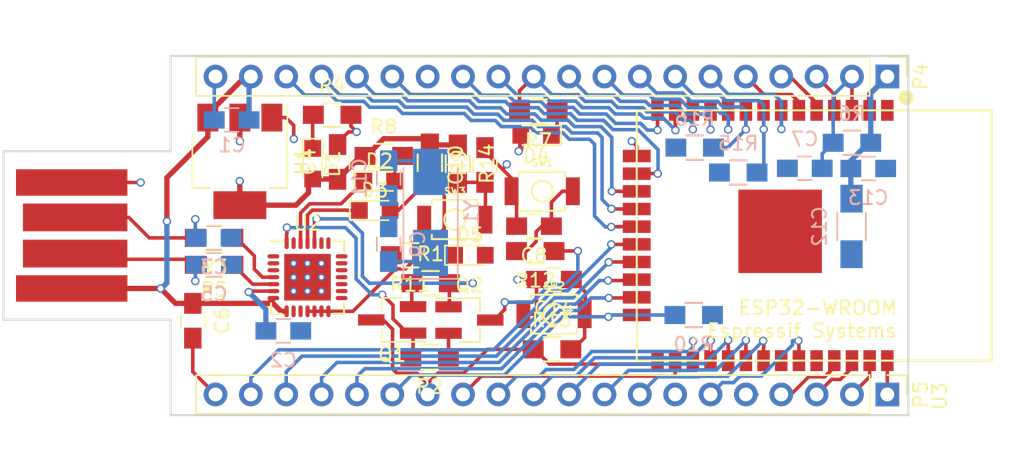
<source format=kicad_pcb>
(kicad_pcb (version 4) (host pcbnew 4.0.4-stable)

  (general
    (links 139)
    (no_connects 23)
    (area 99.55 82.989761 173.539 116.463333)
    (thickness 2)
    (drawings 8)
    (tracks 580)
    (zones 0)
    (modules 47)
    (nets 55)
  )

  (page A4)
  (title_block
    (date 2017-02-05)
    (rev v1.0)
  )

  (layers
    (0 F.Cu signal)
    (1 3V3 power)
    (2 GND power)
    (31 B.Cu signal)
    (34 B.Paste user)
    (35 F.Paste user)
    (36 B.SilkS user)
    (37 F.SilkS user)
    (38 B.Mask user)
    (39 F.Mask user)
    (40 Dwgs.User user)
    (44 Edge.Cuts user)
    (45 Margin user)
    (48 B.Fab user)
    (49 F.Fab user)
  )

  (setup
    (last_trace_width 0.254)
    (trace_clearance 0.2)
    (zone_clearance 0.508)
    (zone_45_only no)
    (trace_min 0.2)
    (segment_width 0.15)
    (edge_width 0.15)
    (via_size 0.6)
    (via_drill 0.4)
    (via_min_size 0.4)
    (via_min_drill 0.3)
    (uvia_size 0.3)
    (uvia_drill 0.1)
    (uvias_allowed no)
    (uvia_min_size 0.2)
    (uvia_min_drill 0.1)
    (pcb_text_width 0.3)
    (pcb_text_size 1.5 1.5)
    (mod_edge_width 0.15)
    (mod_text_size 1 1)
    (mod_text_width 0.15)
    (pad_size 1.5 0.9)
    (pad_drill 0)
    (pad_to_mask_clearance 0.2)
    (aux_axis_origin 0 0)
    (visible_elements 7FFEFF7F)
    (pcbplotparams
      (layerselection 0x00030_80000001)
      (usegerberextensions false)
      (excludeedgelayer true)
      (linewidth 0.100000)
      (plotframeref false)
      (viasonmask false)
      (mode 1)
      (useauxorigin false)
      (hpglpennumber 1)
      (hpglpenspeed 20)
      (hpglpendiameter 15)
      (hpglpenoverlay 2)
      (psnegative false)
      (psa4output false)
      (plotreference true)
      (plotvalue true)
      (plotinvisibletext false)
      (padsonsilk false)
      (subtractmaskfromsilk false)
      (outputformat 1)
      (mirror false)
      (drillshape 1)
      (scaleselection 1)
      (outputdirectory ""))
  )

  (net 0 "")
  (net 1 +5V)
  (net 2 GND)
  (net 3 VDD)
  (net 4 +3V3)
  (net 5 EN)
  (net 6 "Net-(C11-Pad1)")
  (net 7 IO34)
  (net 8 "Net-(D1-Pad1)")
  (net 9 "Net-(D2-Pad2)")
  (net 10 RXD0)
  (net 11 "Net-(D3-Pad2)")
  (net 12 TXD0)
  (net 13 "Net-(D4-Pad1)")
  (net 14 IO35)
  (net 15 "Net-(D5-Pad1)")
  (net 16 IO14)
  (net 17 IO13)
  (net 18 IO15)
  (net 19 IO12)
  (net 20 SENSOR_VP)
  (net 21 SENSOR_VN)
  (net 22 IO32)
  (net 23 IO33)
  (net 24 IO25)
  (net 25 IO26)
  (net 26 IO27)
  (net 27 SD2)
  (net 28 SD3)
  (net 29 CMD)
  (net 30 IO23)
  (net 31 IO22)
  (net 32 IO21)
  (net 33 IO19)
  (net 34 IO18)
  (net 35 IO5)
  (net 36 IO17)
  (net 37 IO16)
  (net 38 IO4)
  (net 39 IO0)
  (net 40 IO2)
  (net 41 SD1)
  (net 42 SD0)
  (net 43 CLK)
  (net 44 DTR)
  (net 45 "Net-(Q1-Pad2)")
  (net 46 RTS)
  (net 47 "Net-(Q2-Pad2)")
  (net 48 "Net-(R3-Pad1)")
  (net 49 "Net-(C3-Pad1)")
  (net 50 "Net-(C5-Pad1)")
  (net 51 "Net-(C9-Pad1)")
  (net 52 "Net-(R5-Pad1)")
  (net 53 "Net-(C8-Pad1)")
  (net 54 "Net-(C14-Pad1)")

  (net_class Default "This is the default net class."
    (clearance 0.2)
    (trace_width 0.254)
    (via_dia 0.6)
    (via_drill 0.4)
    (uvia_dia 0.3)
    (uvia_drill 0.1)
    (add_net CLK)
    (add_net CMD)
    (add_net DTR)
    (add_net EN)
    (add_net GND)
    (add_net IO0)
    (add_net IO12)
    (add_net IO13)
    (add_net IO14)
    (add_net IO15)
    (add_net IO16)
    (add_net IO17)
    (add_net IO18)
    (add_net IO19)
    (add_net IO2)
    (add_net IO21)
    (add_net IO22)
    (add_net IO23)
    (add_net IO25)
    (add_net IO26)
    (add_net IO27)
    (add_net IO32)
    (add_net IO33)
    (add_net IO34)
    (add_net IO35)
    (add_net IO4)
    (add_net IO5)
    (add_net "Net-(C11-Pad1)")
    (add_net "Net-(C14-Pad1)")
    (add_net "Net-(C3-Pad1)")
    (add_net "Net-(C5-Pad1)")
    (add_net "Net-(C8-Pad1)")
    (add_net "Net-(C9-Pad1)")
    (add_net "Net-(D1-Pad1)")
    (add_net "Net-(D2-Pad2)")
    (add_net "Net-(D3-Pad2)")
    (add_net "Net-(D4-Pad1)")
    (add_net "Net-(D5-Pad1)")
    (add_net "Net-(Q1-Pad2)")
    (add_net "Net-(Q2-Pad2)")
    (add_net "Net-(R3-Pad1)")
    (add_net "Net-(R5-Pad1)")
    (add_net RTS)
    (add_net RXD0)
    (add_net SD0)
    (add_net SD1)
    (add_net SD2)
    (add_net SD3)
    (add_net SENSOR_VN)
    (add_net SENSOR_VP)
    (add_net TXD0)
    (add_net VDD)
  )

  (net_class POWER ""
    (clearance 0.2)
    (trace_width 0.381)
    (via_dia 0.6)
    (via_drill 0.4)
    (uvia_dia 0.3)
    (uvia_drill 0.1)
    (add_net +3V3)
    (add_net +5V)
  )

  (module switches:SW_SPST_B3U-1000P_SUNROM (layer F.Cu) (tedit 58A03996) (tstamp 58A03AD2)
    (at 132.42 98.86)
    (descr "Ultra-small-sized Tactile Switch with High Contact Reliability, Top-actuated Model, without Ground Terminal, without Boss")
    (tags "Tactile Switch")
    (path /589E8548)
    (attr smd)
    (fp_text reference SW3 (at 0.01 -2.04) (layer F.SilkS)
      (effects (font (size 0.5 0.5) (thickness 0.11)))
    )
    (fp_text value USER_SW (at -0.04 2.69 180) (layer F.Fab)
      (effects (font (size 0.5 0.5) (thickness 0.09)))
    )
    (fp_line (start -2.8 1.65) (end 2.8 1.65) (layer F.CrtYd) (width 0.05))
    (fp_line (start 2.8 1.65) (end 2.8 -1.65) (layer F.CrtYd) (width 0.05))
    (fp_line (start 2.8 -1.65) (end -2.8 -1.65) (layer F.CrtYd) (width 0.05))
    (fp_line (start -2.8 -1.65) (end -2.8 1.65) (layer F.CrtYd) (width 0.05))
    (fp_circle (center 0 0) (end 0.75 0) (layer F.SilkS) (width 0.15))
    (fp_line (start -1.65 1.1) (end -1.65 1.4) (layer F.SilkS) (width 0.15))
    (fp_line (start -1.65 1.4) (end 1.65 1.4) (layer F.SilkS) (width 0.15))
    (fp_line (start 1.65 1.4) (end 1.65 1.1) (layer F.SilkS) (width 0.15))
    (fp_line (start -1.65 -1.1) (end -1.65 -1.4) (layer F.SilkS) (width 0.15))
    (fp_line (start -1.65 -1.4) (end 1.65 -1.4) (layer F.SilkS) (width 0.15))
    (fp_line (start 1.65 -1.4) (end 1.65 -1.1) (layer F.SilkS) (width 0.15))
    (fp_line (start -1.5 -1.25) (end 1.5 -1.25) (layer F.Fab) (width 0.15))
    (fp_line (start 1.5 -1.25) (end 1.5 1.25) (layer F.Fab) (width 0.15))
    (fp_line (start 1.5 1.25) (end -1.5 1.25) (layer F.Fab) (width 0.15))
    (fp_line (start -1.5 1.25) (end -1.5 -1.25) (layer F.Fab) (width 0.15))
    (pad 1 smd rect (at -2.2 0) (size 1 2) (layers F.Cu F.Paste F.Mask)
      (net 2 GND))
    (pad 2 smd rect (at 2.2 0) (size 1 2) (layers F.Cu F.Paste F.Mask)
      (net 7 IO34))
  )

  (module smt-qfn:QFN-28-1EP_5x5mm_Pitch0.5mm (layer F.Cu) (tedit 58628231) (tstamp 589739E1)
    (at 121.84 103)
    (descr "28-Lead Plastic Quad Flat, No Lead Package (MQ) - 5x5x0.9 mm Body [QFN or VQFN]; (see Microchip Packaging Specification 00000049BS.pdf)")
    (tags "QFN 0.5")
    (path /5898A843)
    (attr smd)
    (fp_text reference U2 (at 0 -3.875) (layer F.SilkS)
      (effects (font (size 1 1) (thickness 0.15)))
    )
    (fp_text value CP2102 (at 0 3.875) (layer F.Fab)
      (effects (font (size 1 1) (thickness 0.15)))
    )
    (fp_line (start -1.5 -2.5) (end 2.5 -2.5) (layer F.Fab) (width 0.15))
    (fp_line (start 2.5 -2.5) (end 2.5 2.5) (layer F.Fab) (width 0.15))
    (fp_line (start 2.5 2.5) (end -2.5 2.5) (layer F.Fab) (width 0.15))
    (fp_line (start -2.5 2.5) (end -2.5 -1.5) (layer F.Fab) (width 0.15))
    (fp_line (start -2.5 -1.5) (end -1.5 -2.5) (layer F.Fab) (width 0.15))
    (fp_line (start -3.15 -3.15) (end -3.15 3.15) (layer F.CrtYd) (width 0.05))
    (fp_line (start 3.15 -3.15) (end 3.15 3.15) (layer F.CrtYd) (width 0.05))
    (fp_line (start -3.15 -3.15) (end 3.15 -3.15) (layer F.CrtYd) (width 0.05))
    (fp_line (start -3.15 3.15) (end 3.15 3.15) (layer F.CrtYd) (width 0.05))
    (fp_line (start 2.625 -2.625) (end 2.625 -1.875) (layer F.SilkS) (width 0.15))
    (fp_line (start -2.625 2.625) (end -2.625 1.875) (layer F.SilkS) (width 0.15))
    (fp_line (start 2.625 2.625) (end 2.625 1.875) (layer F.SilkS) (width 0.15))
    (fp_line (start -2.625 -2.625) (end -1.875 -2.625) (layer F.SilkS) (width 0.15))
    (fp_line (start -2.625 2.625) (end -1.875 2.625) (layer F.SilkS) (width 0.15))
    (fp_line (start 2.625 2.625) (end 1.875 2.625) (layer F.SilkS) (width 0.15))
    (fp_line (start 2.625 -2.625) (end 1.875 -2.625) (layer F.SilkS) (width 0.15))
    (pad 1 smd oval (at -2.45 -1.5) (size 0.85 0.3) (layers F.Cu F.Paste F.Mask))
    (pad 2 smd oval (at -2.45 -1) (size 0.85 0.3) (layers F.Cu F.Paste F.Mask))
    (pad 3 smd oval (at -2.45 -0.5) (size 0.85 0.3) (layers F.Cu F.Paste F.Mask)
      (net 2 GND))
    (pad 4 smd oval (at -2.45 0) (size 0.85 0.3) (layers F.Cu F.Paste F.Mask)
      (net 48 "Net-(R3-Pad1)"))
    (pad 5 smd oval (at -2.45 0.5) (size 0.85 0.3) (layers F.Cu F.Paste F.Mask)
      (net 52 "Net-(R5-Pad1)"))
    (pad 6 smd oval (at -2.45 1) (size 0.85 0.3) (layers F.Cu F.Paste F.Mask)
      (net 3 VDD))
    (pad 7 smd oval (at -2.45 1.5) (size 0.85 0.3) (layers F.Cu F.Paste F.Mask)
      (net 1 +5V))
    (pad 8 smd oval (at -1.5 2.45 90) (size 0.85 0.3) (layers F.Cu F.Paste F.Mask)
      (net 1 +5V))
    (pad 9 smd oval (at -1 2.45 90) (size 0.85 0.3) (layers F.Cu F.Paste F.Mask))
    (pad 10 smd oval (at -0.5 2.45 90) (size 0.85 0.3) (layers F.Cu F.Paste F.Mask))
    (pad 11 smd oval (at 0 2.45 90) (size 0.85 0.3) (layers F.Cu F.Paste F.Mask))
    (pad 12 smd oval (at 0.5 2.45 90) (size 0.85 0.3) (layers F.Cu F.Paste F.Mask))
    (pad 13 smd oval (at 1 2.45 90) (size 0.85 0.3) (layers F.Cu F.Paste F.Mask))
    (pad 14 smd oval (at 1.5 2.45 90) (size 0.85 0.3) (layers F.Cu F.Paste F.Mask))
    (pad 15 smd oval (at 2.45 1.5) (size 0.85 0.3) (layers F.Cu F.Paste F.Mask))
    (pad 16 smd oval (at 2.45 1) (size 0.85 0.3) (layers F.Cu F.Paste F.Mask))
    (pad 17 smd oval (at 2.45 0.5) (size 0.85 0.3) (layers F.Cu F.Paste F.Mask))
    (pad 18 smd oval (at 2.45 0) (size 0.85 0.3) (layers F.Cu F.Paste F.Mask))
    (pad 19 smd oval (at 2.45 -0.5) (size 0.85 0.3) (layers F.Cu F.Paste F.Mask))
    (pad 20 smd oval (at 2.45 -1) (size 0.85 0.3) (layers F.Cu F.Paste F.Mask))
    (pad 21 smd oval (at 2.45 -1.5) (size 0.85 0.3) (layers F.Cu F.Paste F.Mask))
    (pad 22 smd oval (at 1.5 -2.45 90) (size 0.85 0.3) (layers F.Cu F.Paste F.Mask))
    (pad 23 smd oval (at 1 -2.45 90) (size 0.85 0.3) (layers F.Cu F.Paste F.Mask))
    (pad 24 smd oval (at 0.5 -2.45 90) (size 0.85 0.3) (layers F.Cu F.Paste F.Mask)
      (net 46 RTS))
    (pad 25 smd oval (at 0 -2.45 90) (size 0.85 0.3) (layers F.Cu F.Paste F.Mask)
      (net 12 TXD0))
    (pad 26 smd oval (at -0.5 -2.45 90) (size 0.85 0.3) (layers F.Cu F.Paste F.Mask)
      (net 10 RXD0))
    (pad 27 smd oval (at -1 -2.45 90) (size 0.85 0.3) (layers F.Cu F.Paste F.Mask))
    (pad 28 smd oval (at -1.5 -2.45 90) (size 0.85 0.3) (layers F.Cu F.Paste F.Mask)
      (net 44 DTR))
    (pad 29 smd rect (at 0.8375 0.8375) (size 1.675 1.675) (layers F.Cu F.Paste F.Mask)
      (net 2 GND) (solder_paste_margin_ratio -0.2))
    (pad 29 smd rect (at 0.8375 -0.8375) (size 1.675 1.675) (layers F.Cu F.Paste F.Mask)
      (net 2 GND) (solder_paste_margin_ratio -0.2))
    (pad 29 smd rect (at -0.8375 0.8375) (size 1.675 1.675) (layers F.Cu F.Paste F.Mask)
      (net 2 GND) (solder_paste_margin_ratio -0.2))
    (pad 29 smd rect (at -0.8375 -0.8375) (size 1.675 1.675) (layers F.Cu F.Paste F.Mask)
      (net 2 GND) (solder_paste_margin_ratio -0.2))
    (pad 29 thru_hole circle (at 0 0) (size 0.5 0.5) (drill 0.3) (layers *.Cu)
      (net 2 GND) (zone_connect 2))
    (pad 29 thru_hole circle (at 1 0) (size 0.5 0.5) (drill 0.3) (layers *.Cu)
      (net 2 GND) (zone_connect 2))
    (pad 29 thru_hole circle (at 0 1) (size 0.5 0.5) (drill 0.3) (layers *.Cu)
      (net 2 GND) (zone_connect 2))
    (pad 29 thru_hole circle (at 1 1 90) (size 0.5 0.5) (drill 0.3) (layers *.Cu)
      (net 2 GND) (zone_connect 2))
    (pad 29 thru_hole circle (at 1 -1) (size 0.5 0.5) (drill 0.3) (layers *.Cu)
      (net 2 GND) (zone_connect 2))
    (pad 29 thru_hole circle (at 0 -1 90) (size 0.5 0.5) (drill 0.3) (layers *.Cu)
      (net 2 GND) (zone_connect 2))
    (pad 29 thru_hole circle (at -1 -1) (size 0.5 0.5) (drill 0.3) (layers *.Cu)
      (net 2 GND) (zone_connect 2))
    (pad 29 thru_hole circle (at -1 0) (size 0.5 0.5) (drill 0.3) (layers *.Cu)
      (net 2 GND) (zone_connect 2))
    (pad 29 thru_hole circle (at -1 1) (size 0.5 0.5) (drill 0.3) (layers *.Cu)
      (net 2 GND) (zone_connect 2))
    (model Housings_DFN_QFN.3dshapes/QFN-28-1EP_5x5mm_Pitch0.5mm.wrl
      (at (xyz 0 0 0))
      (scale (xyz 1 1 1))
      (rotate (xyz 0 0 0))
    )
  )

  (module Capacitors_SMD:C_0805_HandSoldering (layer B.Cu) (tedit 541A9B8D) (tstamp 58973865)
    (at 116.39 91.69 180)
    (descr "Capacitor SMD 0805, hand soldering")
    (tags "capacitor 0805")
    (path /589157DF)
    (attr smd)
    (fp_text reference C1 (at -0.01 -1.81 180) (layer B.SilkS)
      (effects (font (size 1 1) (thickness 0.15)) (justify mirror))
    )
    (fp_text value 10uF (at 0 -2.1 180) (layer B.Fab)
      (effects (font (size 1 1) (thickness 0.15)) (justify mirror))
    )
    (fp_line (start -1 -0.625) (end -1 0.625) (layer B.Fab) (width 0.1))
    (fp_line (start 1 -0.625) (end -1 -0.625) (layer B.Fab) (width 0.1))
    (fp_line (start 1 0.625) (end 1 -0.625) (layer B.Fab) (width 0.1))
    (fp_line (start -1 0.625) (end 1 0.625) (layer B.Fab) (width 0.1))
    (fp_line (start -2.3 1) (end 2.3 1) (layer B.CrtYd) (width 0.05))
    (fp_line (start -2.3 -1) (end 2.3 -1) (layer B.CrtYd) (width 0.05))
    (fp_line (start -2.3 1) (end -2.3 -1) (layer B.CrtYd) (width 0.05))
    (fp_line (start 2.3 1) (end 2.3 -1) (layer B.CrtYd) (width 0.05))
    (fp_line (start 0.5 0.85) (end -0.5 0.85) (layer B.SilkS) (width 0.12))
    (fp_line (start -0.5 -0.85) (end 0.5 -0.85) (layer B.SilkS) (width 0.12))
    (pad 1 smd rect (at -1.25 0 180) (size 1.5 1.25) (layers B.Cu B.Paste B.Mask)
      (net 1 +5V))
    (pad 2 smd rect (at 1.25 0 180) (size 1.5 1.25) (layers B.Cu B.Paste B.Mask)
      (net 2 GND))
    (model Capacitors_SMD.3dshapes/C_0805_HandSoldering.wrl
      (at (xyz 0 0 0))
      (scale (xyz 1 1 1))
      (rotate (xyz 0 0 0))
    )
  )

  (module Capacitors_SMD:C_0805_HandSoldering (layer B.Cu) (tedit 541A9B8D) (tstamp 5897386B)
    (at 120.1 106.86)
    (descr "Capacitor SMD 0805, hand soldering")
    (tags "capacitor 0805")
    (path /5899E045)
    (attr smd)
    (fp_text reference C2 (at 0 2.1) (layer B.SilkS)
      (effects (font (size 1 1) (thickness 0.15)) (justify mirror))
    )
    (fp_text value 0.1uF (at 0 -2.1) (layer B.Fab)
      (effects (font (size 1 1) (thickness 0.15)) (justify mirror))
    )
    (fp_line (start -1 -0.625) (end -1 0.625) (layer B.Fab) (width 0.1))
    (fp_line (start 1 -0.625) (end -1 -0.625) (layer B.Fab) (width 0.1))
    (fp_line (start 1 0.625) (end 1 -0.625) (layer B.Fab) (width 0.1))
    (fp_line (start -1 0.625) (end 1 0.625) (layer B.Fab) (width 0.1))
    (fp_line (start -2.3 1) (end 2.3 1) (layer B.CrtYd) (width 0.05))
    (fp_line (start -2.3 -1) (end 2.3 -1) (layer B.CrtYd) (width 0.05))
    (fp_line (start -2.3 1) (end -2.3 -1) (layer B.CrtYd) (width 0.05))
    (fp_line (start 2.3 1) (end 2.3 -1) (layer B.CrtYd) (width 0.05))
    (fp_line (start 0.5 0.85) (end -0.5 0.85) (layer B.SilkS) (width 0.12))
    (fp_line (start -0.5 -0.85) (end 0.5 -0.85) (layer B.SilkS) (width 0.12))
    (pad 1 smd rect (at -1.25 0) (size 1.5 1.25) (layers B.Cu B.Paste B.Mask)
      (net 3 VDD))
    (pad 2 smd rect (at 1.25 0) (size 1.5 1.25) (layers B.Cu B.Paste B.Mask)
      (net 2 GND))
    (model Capacitors_SMD.3dshapes/C_0805_HandSoldering.wrl
      (at (xyz 0 0 0))
      (scale (xyz 1 1 1))
      (rotate (xyz 0 0 0))
    )
  )

  (module Capacitors_SMD:C_0805_HandSoldering (layer B.Cu) (tedit 541A9B8D) (tstamp 58973871)
    (at 115.1 100.17)
    (descr "Capacitor SMD 0805, hand soldering")
    (tags "capacitor 0805")
    (path /5898C1F3)
    (attr smd)
    (fp_text reference C3 (at 0 2.1) (layer B.SilkS)
      (effects (font (size 1 1) (thickness 0.15)) (justify mirror))
    )
    (fp_text value 47pF (at 0 -2.1) (layer B.Fab)
      (effects (font (size 1 1) (thickness 0.15)) (justify mirror))
    )
    (fp_line (start -1 -0.625) (end -1 0.625) (layer B.Fab) (width 0.1))
    (fp_line (start 1 -0.625) (end -1 -0.625) (layer B.Fab) (width 0.1))
    (fp_line (start 1 0.625) (end 1 -0.625) (layer B.Fab) (width 0.1))
    (fp_line (start -1 0.625) (end 1 0.625) (layer B.Fab) (width 0.1))
    (fp_line (start -2.3 1) (end 2.3 1) (layer B.CrtYd) (width 0.05))
    (fp_line (start -2.3 -1) (end 2.3 -1) (layer B.CrtYd) (width 0.05))
    (fp_line (start -2.3 1) (end -2.3 -1) (layer B.CrtYd) (width 0.05))
    (fp_line (start 2.3 1) (end 2.3 -1) (layer B.CrtYd) (width 0.05))
    (fp_line (start 0.5 0.85) (end -0.5 0.85) (layer B.SilkS) (width 0.12))
    (fp_line (start -0.5 -0.85) (end 0.5 -0.85) (layer B.SilkS) (width 0.12))
    (pad 1 smd rect (at -1.25 0) (size 1.5 1.25) (layers B.Cu B.Paste B.Mask)
      (net 49 "Net-(C3-Pad1)"))
    (pad 2 smd rect (at 1.25 0) (size 1.5 1.25) (layers B.Cu B.Paste B.Mask)
      (net 2 GND))
    (model Capacitors_SMD.3dshapes/C_0805_HandSoldering.wrl
      (at (xyz 0 0 0))
      (scale (xyz 1 1 1))
      (rotate (xyz 0 0 0))
    )
  )

  (module Capacitors_SMD:C_0805_HandSoldering (layer F.Cu) (tedit 541A9B8D) (tstamp 58973877)
    (at 124 94.71 90)
    (descr "Capacitor SMD 0805, hand soldering")
    (tags "capacitor 0805")
    (path /5897B8DB)
    (attr smd)
    (fp_text reference C4 (at 0 -2.1 90) (layer F.SilkS)
      (effects (font (size 1 1) (thickness 0.15)))
    )
    (fp_text value 10uF (at 0 2.1 90) (layer F.Fab)
      (effects (font (size 1 1) (thickness 0.15)))
    )
    (fp_line (start -1 0.625) (end -1 -0.625) (layer F.Fab) (width 0.1))
    (fp_line (start 1 0.625) (end -1 0.625) (layer F.Fab) (width 0.1))
    (fp_line (start 1 -0.625) (end 1 0.625) (layer F.Fab) (width 0.1))
    (fp_line (start -1 -0.625) (end 1 -0.625) (layer F.Fab) (width 0.1))
    (fp_line (start -2.3 -1) (end 2.3 -1) (layer F.CrtYd) (width 0.05))
    (fp_line (start -2.3 1) (end 2.3 1) (layer F.CrtYd) (width 0.05))
    (fp_line (start -2.3 -1) (end -2.3 1) (layer F.CrtYd) (width 0.05))
    (fp_line (start 2.3 -1) (end 2.3 1) (layer F.CrtYd) (width 0.05))
    (fp_line (start 0.5 -0.85) (end -0.5 -0.85) (layer F.SilkS) (width 0.12))
    (fp_line (start -0.5 0.85) (end 0.5 0.85) (layer F.SilkS) (width 0.12))
    (pad 1 smd rect (at -1.25 0 90) (size 1.5 1.25) (layers F.Cu F.Paste F.Mask)
      (net 4 +3V3))
    (pad 2 smd rect (at 1.25 0 90) (size 1.5 1.25) (layers F.Cu F.Paste F.Mask)
      (net 2 GND))
    (model Capacitors_SMD.3dshapes/C_0805_HandSoldering.wrl
      (at (xyz 0 0 0))
      (scale (xyz 1 1 1))
      (rotate (xyz 0 0 0))
    )
  )

  (module Capacitors_SMD:C_0805_HandSoldering (layer B.Cu) (tedit 541A9B8D) (tstamp 5897387D)
    (at 115.12 102.11)
    (descr "Capacitor SMD 0805, hand soldering")
    (tags "capacitor 0805")
    (path /5898C306)
    (attr smd)
    (fp_text reference C5 (at 0 2.1) (layer B.SilkS)
      (effects (font (size 1 1) (thickness 0.15)) (justify mirror))
    )
    (fp_text value 47pF (at 0 -2.1) (layer B.Fab)
      (effects (font (size 1 1) (thickness 0.15)) (justify mirror))
    )
    (fp_line (start -1 -0.625) (end -1 0.625) (layer B.Fab) (width 0.1))
    (fp_line (start 1 -0.625) (end -1 -0.625) (layer B.Fab) (width 0.1))
    (fp_line (start 1 0.625) (end 1 -0.625) (layer B.Fab) (width 0.1))
    (fp_line (start -1 0.625) (end 1 0.625) (layer B.Fab) (width 0.1))
    (fp_line (start -2.3 1) (end 2.3 1) (layer B.CrtYd) (width 0.05))
    (fp_line (start -2.3 -1) (end 2.3 -1) (layer B.CrtYd) (width 0.05))
    (fp_line (start -2.3 1) (end -2.3 -1) (layer B.CrtYd) (width 0.05))
    (fp_line (start 2.3 1) (end 2.3 -1) (layer B.CrtYd) (width 0.05))
    (fp_line (start 0.5 0.85) (end -0.5 0.85) (layer B.SilkS) (width 0.12))
    (fp_line (start -0.5 -0.85) (end 0.5 -0.85) (layer B.SilkS) (width 0.12))
    (pad 1 smd rect (at -1.25 0) (size 1.5 1.25) (layers B.Cu B.Paste B.Mask)
      (net 50 "Net-(C5-Pad1)"))
    (pad 2 smd rect (at 1.25 0) (size 1.5 1.25) (layers B.Cu B.Paste B.Mask)
      (net 2 GND))
    (model Capacitors_SMD.3dshapes/C_0805_HandSoldering.wrl
      (at (xyz 0 0 0))
      (scale (xyz 1 1 1))
      (rotate (xyz 0 0 0))
    )
  )

  (module Capacitors_SMD:C_0805_HandSoldering (layer F.Cu) (tedit 541A9B8D) (tstamp 58973883)
    (at 113.6 106.13 270)
    (descr "Capacitor SMD 0805, hand soldering")
    (tags "capacitor 0805")
    (path /5898FD2C)
    (attr smd)
    (fp_text reference C6 (at 0 -2.1 270) (layer F.SilkS)
      (effects (font (size 1 1) (thickness 0.15)))
    )
    (fp_text value 1uF (at 0 2.1 270) (layer F.Fab)
      (effects (font (size 1 1) (thickness 0.15)))
    )
    (fp_line (start -1 0.625) (end -1 -0.625) (layer F.Fab) (width 0.1))
    (fp_line (start 1 0.625) (end -1 0.625) (layer F.Fab) (width 0.1))
    (fp_line (start 1 -0.625) (end 1 0.625) (layer F.Fab) (width 0.1))
    (fp_line (start -1 -0.625) (end 1 -0.625) (layer F.Fab) (width 0.1))
    (fp_line (start -2.3 -1) (end 2.3 -1) (layer F.CrtYd) (width 0.05))
    (fp_line (start -2.3 1) (end 2.3 1) (layer F.CrtYd) (width 0.05))
    (fp_line (start -2.3 -1) (end -2.3 1) (layer F.CrtYd) (width 0.05))
    (fp_line (start 2.3 -1) (end 2.3 1) (layer F.CrtYd) (width 0.05))
    (fp_line (start 0.5 -0.85) (end -0.5 -0.85) (layer F.SilkS) (width 0.12))
    (fp_line (start -0.5 0.85) (end 0.5 0.85) (layer F.SilkS) (width 0.12))
    (pad 1 smd rect (at -1.25 0 270) (size 1.5 1.25) (layers F.Cu F.Paste F.Mask)
      (net 1 +5V))
    (pad 2 smd rect (at 1.25 0 270) (size 1.5 1.25) (layers F.Cu F.Paste F.Mask)
      (net 2 GND))
    (model Capacitors_SMD.3dshapes/C_0805_HandSoldering.wrl
      (at (xyz 0 0 0))
      (scale (xyz 1 1 1))
      (rotate (xyz 0 0 0))
    )
  )

  (module Capacitors_SMD:C_0805_HandSoldering (layer B.Cu) (tedit 541A9B8D) (tstamp 58973889)
    (at 157.56 95.17 180)
    (descr "Capacitor SMD 0805, hand soldering")
    (tags "capacitor 0805")
    (path /58979F9C)
    (attr smd)
    (fp_text reference C7 (at 0 2.1 180) (layer B.SilkS)
      (effects (font (size 1 1) (thickness 0.15)) (justify mirror))
    )
    (fp_text value 1nF (at 0 -2.1 180) (layer B.Fab)
      (effects (font (size 1 1) (thickness 0.15)) (justify mirror))
    )
    (fp_line (start -1 -0.625) (end -1 0.625) (layer B.Fab) (width 0.1))
    (fp_line (start 1 -0.625) (end -1 -0.625) (layer B.Fab) (width 0.1))
    (fp_line (start 1 0.625) (end 1 -0.625) (layer B.Fab) (width 0.1))
    (fp_line (start -1 0.625) (end 1 0.625) (layer B.Fab) (width 0.1))
    (fp_line (start -2.3 1) (end 2.3 1) (layer B.CrtYd) (width 0.05))
    (fp_line (start -2.3 -1) (end 2.3 -1) (layer B.CrtYd) (width 0.05))
    (fp_line (start -2.3 1) (end -2.3 -1) (layer B.CrtYd) (width 0.05))
    (fp_line (start 2.3 1) (end 2.3 -1) (layer B.CrtYd) (width 0.05))
    (fp_line (start 0.5 0.85) (end -0.5 0.85) (layer B.SilkS) (width 0.12))
    (fp_line (start -0.5 -0.85) (end 0.5 -0.85) (layer B.SilkS) (width 0.12))
    (pad 1 smd rect (at -1.25 0 180) (size 1.5 1.25) (layers B.Cu B.Paste B.Mask)
      (net 5 EN))
    (pad 2 smd rect (at 1.25 0 180) (size 1.5 1.25) (layers B.Cu B.Paste B.Mask)
      (net 2 GND))
    (model Capacitors_SMD.3dshapes/C_0805_HandSoldering.wrl
      (at (xyz 0 0 0))
      (scale (xyz 1 1 1))
      (rotate (xyz 0 0 0))
    )
  )

  (module Capacitors_SMD:C_0805_HandSoldering (layer F.Cu) (tedit 541A9B8D) (tstamp 5897388F)
    (at 138.11 99.33 180)
    (descr "Capacitor SMD 0805, hand soldering")
    (tags "capacitor 0805")
    (path /5893820A)
    (attr smd)
    (fp_text reference C8 (at 0 -2.1 180) (layer F.SilkS)
      (effects (font (size 1 1) (thickness 0.15)))
    )
    (fp_text value 1nF (at 0 2.1 180) (layer F.Fab)
      (effects (font (size 1 1) (thickness 0.15)))
    )
    (fp_line (start -1 0.625) (end -1 -0.625) (layer F.Fab) (width 0.1))
    (fp_line (start 1 0.625) (end -1 0.625) (layer F.Fab) (width 0.1))
    (fp_line (start 1 -0.625) (end 1 0.625) (layer F.Fab) (width 0.1))
    (fp_line (start -1 -0.625) (end 1 -0.625) (layer F.Fab) (width 0.1))
    (fp_line (start -2.3 -1) (end 2.3 -1) (layer F.CrtYd) (width 0.05))
    (fp_line (start -2.3 1) (end 2.3 1) (layer F.CrtYd) (width 0.05))
    (fp_line (start -2.3 -1) (end -2.3 1) (layer F.CrtYd) (width 0.05))
    (fp_line (start 2.3 -1) (end 2.3 1) (layer F.CrtYd) (width 0.05))
    (fp_line (start 0.5 -0.85) (end -0.5 -0.85) (layer F.SilkS) (width 0.12))
    (fp_line (start -0.5 0.85) (end 0.5 0.85) (layer F.SilkS) (width 0.12))
    (pad 1 smd rect (at -1.25 0 180) (size 1.5 1.25) (layers F.Cu F.Paste F.Mask)
      (net 53 "Net-(C8-Pad1)"))
    (pad 2 smd rect (at 1.25 0 180) (size 1.5 1.25) (layers F.Cu F.Paste F.Mask)
      (net 2 GND))
    (model Capacitors_SMD.3dshapes/C_0805_HandSoldering.wrl
      (at (xyz 0 0 0))
      (scale (xyz 1 1 1))
      (rotate (xyz 0 0 0))
    )
  )

  (module Capacitors_SMD:C_0805_HandSoldering (layer B.Cu) (tedit 541A9B8D) (tstamp 58973895)
    (at 127.67 100.62 90)
    (descr "Capacitor SMD 0805, hand soldering")
    (tags "capacitor 0805")
    (path /589A578A)
    (attr smd)
    (fp_text reference C9 (at 0 2.1 90) (layer B.SilkS)
      (effects (font (size 1 1) (thickness 0.15)) (justify mirror))
    )
    (fp_text value 27pF (at 0 -2.1 90) (layer B.Fab)
      (effects (font (size 1 1) (thickness 0.15)) (justify mirror))
    )
    (fp_line (start -1 -0.625) (end -1 0.625) (layer B.Fab) (width 0.1))
    (fp_line (start 1 -0.625) (end -1 -0.625) (layer B.Fab) (width 0.1))
    (fp_line (start 1 0.625) (end 1 -0.625) (layer B.Fab) (width 0.1))
    (fp_line (start -1 0.625) (end 1 0.625) (layer B.Fab) (width 0.1))
    (fp_line (start -2.3 1) (end 2.3 1) (layer B.CrtYd) (width 0.05))
    (fp_line (start -2.3 -1) (end 2.3 -1) (layer B.CrtYd) (width 0.05))
    (fp_line (start -2.3 1) (end -2.3 -1) (layer B.CrtYd) (width 0.05))
    (fp_line (start 2.3 1) (end 2.3 -1) (layer B.CrtYd) (width 0.05))
    (fp_line (start 0.5 0.85) (end -0.5 0.85) (layer B.SilkS) (width 0.12))
    (fp_line (start -0.5 -0.85) (end 0.5 -0.85) (layer B.SilkS) (width 0.12))
    (pad 1 smd rect (at -1.25 0 90) (size 1.5 1.25) (layers B.Cu B.Paste B.Mask)
      (net 51 "Net-(C9-Pad1)"))
    (pad 2 smd rect (at 1.25 0 90) (size 1.5 1.25) (layers B.Cu B.Paste B.Mask)
      (net 2 GND))
    (model Capacitors_SMD.3dshapes/C_0805_HandSoldering.wrl
      (at (xyz 0 0 0))
      (scale (xyz 1 1 1))
      (rotate (xyz 0 0 0))
    )
  )

  (module Capacitors_SMD:C_0805_HandSoldering (layer F.Cu) (tedit 541A9B8D) (tstamp 5897389B)
    (at 134.59 94.93 90)
    (descr "Capacitor SMD 0805, hand soldering")
    (tags "capacitor 0805")
    (path /589E854E)
    (attr smd)
    (fp_text reference C10 (at 0 -2.1 90) (layer F.SilkS)
      (effects (font (size 1 1) (thickness 0.15)))
    )
    (fp_text value 1nF (at 0 2.1 90) (layer F.Fab)
      (effects (font (size 1 1) (thickness 0.15)))
    )
    (fp_line (start -1 0.625) (end -1 -0.625) (layer F.Fab) (width 0.1))
    (fp_line (start 1 0.625) (end -1 0.625) (layer F.Fab) (width 0.1))
    (fp_line (start 1 -0.625) (end 1 0.625) (layer F.Fab) (width 0.1))
    (fp_line (start -1 -0.625) (end 1 -0.625) (layer F.Fab) (width 0.1))
    (fp_line (start -2.3 -1) (end 2.3 -1) (layer F.CrtYd) (width 0.05))
    (fp_line (start -2.3 1) (end 2.3 1) (layer F.CrtYd) (width 0.05))
    (fp_line (start -2.3 -1) (end -2.3 1) (layer F.CrtYd) (width 0.05))
    (fp_line (start 2.3 -1) (end 2.3 1) (layer F.CrtYd) (width 0.05))
    (fp_line (start 0.5 -0.85) (end -0.5 -0.85) (layer F.SilkS) (width 0.12))
    (fp_line (start -0.5 0.85) (end 0.5 0.85) (layer F.SilkS) (width 0.12))
    (pad 1 smd rect (at -1.25 0 90) (size 1.5 1.25) (layers F.Cu F.Paste F.Mask)
      (net 7 IO34))
    (pad 2 smd rect (at 1.25 0 90) (size 1.5 1.25) (layers F.Cu F.Paste F.Mask)
      (net 2 GND))
    (model Capacitors_SMD.3dshapes/C_0805_HandSoldering.wrl
      (at (xyz 0 0 0))
      (scale (xyz 1 1 1))
      (rotate (xyz 0 0 0))
    )
  )

  (module Capacitors_SMD:C_0805_HandSoldering (layer B.Cu) (tedit 541A9B8D) (tstamp 589738A1)
    (at 127.67 95.88 270)
    (descr "Capacitor SMD 0805, hand soldering")
    (tags "capacitor 0805")
    (path /589A5854)
    (attr smd)
    (fp_text reference C11 (at 0 2.1 270) (layer B.SilkS)
      (effects (font (size 1 1) (thickness 0.15)) (justify mirror))
    )
    (fp_text value 27pF (at 0 -2.1 270) (layer B.Fab)
      (effects (font (size 1 1) (thickness 0.15)) (justify mirror))
    )
    (fp_line (start -1 -0.625) (end -1 0.625) (layer B.Fab) (width 0.1))
    (fp_line (start 1 -0.625) (end -1 -0.625) (layer B.Fab) (width 0.1))
    (fp_line (start 1 0.625) (end 1 -0.625) (layer B.Fab) (width 0.1))
    (fp_line (start -1 0.625) (end 1 0.625) (layer B.Fab) (width 0.1))
    (fp_line (start -2.3 1) (end 2.3 1) (layer B.CrtYd) (width 0.05))
    (fp_line (start -2.3 -1) (end 2.3 -1) (layer B.CrtYd) (width 0.05))
    (fp_line (start -2.3 1) (end -2.3 -1) (layer B.CrtYd) (width 0.05))
    (fp_line (start 2.3 1) (end 2.3 -1) (layer B.CrtYd) (width 0.05))
    (fp_line (start 0.5 0.85) (end -0.5 0.85) (layer B.SilkS) (width 0.12))
    (fp_line (start -0.5 -0.85) (end 0.5 -0.85) (layer B.SilkS) (width 0.12))
    (pad 1 smd rect (at -1.25 0 270) (size 1.5 1.25) (layers B.Cu B.Paste B.Mask)
      (net 6 "Net-(C11-Pad1)"))
    (pad 2 smd rect (at 1.25 0 270) (size 1.5 1.25) (layers B.Cu B.Paste B.Mask)
      (net 2 GND))
    (model Capacitors_SMD.3dshapes/C_0805_HandSoldering.wrl
      (at (xyz 0 0 0))
      (scale (xyz 1 1 1))
      (rotate (xyz 0 0 0))
    )
  )

  (module Capacitors_SMD:C_0805_HandSoldering (layer B.Cu) (tedit 541A9B8D) (tstamp 589738AD)
    (at 162.12 95.18)
    (descr "Capacitor SMD 0805, hand soldering")
    (tags "capacitor 0805")
    (path /588DB671)
    (attr smd)
    (fp_text reference C13 (at 0 2.1) (layer B.SilkS)
      (effects (font (size 1 1) (thickness 0.15)) (justify mirror))
    )
    (fp_text value 1uF (at 0 -2.1) (layer B.Fab)
      (effects (font (size 1 1) (thickness 0.15)) (justify mirror))
    )
    (fp_line (start -1 -0.625) (end -1 0.625) (layer B.Fab) (width 0.1))
    (fp_line (start 1 -0.625) (end -1 -0.625) (layer B.Fab) (width 0.1))
    (fp_line (start 1 0.625) (end 1 -0.625) (layer B.Fab) (width 0.1))
    (fp_line (start -1 0.625) (end 1 0.625) (layer B.Fab) (width 0.1))
    (fp_line (start -2.3 1) (end 2.3 1) (layer B.CrtYd) (width 0.05))
    (fp_line (start -2.3 -1) (end 2.3 -1) (layer B.CrtYd) (width 0.05))
    (fp_line (start -2.3 1) (end -2.3 -1) (layer B.CrtYd) (width 0.05))
    (fp_line (start 2.3 1) (end 2.3 -1) (layer B.CrtYd) (width 0.05))
    (fp_line (start 0.5 0.85) (end -0.5 0.85) (layer B.SilkS) (width 0.12))
    (fp_line (start -0.5 -0.85) (end 0.5 -0.85) (layer B.SilkS) (width 0.12))
    (pad 1 smd rect (at -1.25 0) (size 1.5 1.25) (layers B.Cu B.Paste B.Mask)
      (net 4 +3V3))
    (pad 2 smd rect (at 1.25 0) (size 1.5 1.25) (layers B.Cu B.Paste B.Mask)
      (net 2 GND))
    (model Capacitors_SMD.3dshapes/C_0805_HandSoldering.wrl
      (at (xyz 0 0 0))
      (scale (xyz 1 1 1))
      (rotate (xyz 0 0 0))
    )
  )

  (module LEDs:LED_0805 (layer F.Cu) (tedit 57FE93EC) (tstamp 589738BF)
    (at 122.21 94.84 270)
    (descr "LED 0805 smd package")
    (tags "LED led 0805 SMD smd SMT smt smdled SMDLED smtled SMTLED")
    (path /5891B83B)
    (attr smd)
    (fp_text reference D1 (at 0 -1.45 270) (layer F.SilkS)
      (effects (font (size 1 1) (thickness 0.15)))
    )
    (fp_text value PWR_GREEN (at 0 1.55 270) (layer F.Fab)
      (effects (font (size 1 1) (thickness 0.15)))
    )
    (fp_line (start -1.8 -0.7) (end -1.8 0.7) (layer F.SilkS) (width 0.12))
    (fp_line (start -0.4 -0.4) (end -0.4 0.4) (layer F.Fab) (width 0.1))
    (fp_line (start -0.4 0) (end 0.2 -0.4) (layer F.Fab) (width 0.1))
    (fp_line (start 0.2 0.4) (end -0.4 0) (layer F.Fab) (width 0.1))
    (fp_line (start 0.2 -0.4) (end 0.2 0.4) (layer F.Fab) (width 0.1))
    (fp_line (start 1 0.6) (end -1 0.6) (layer F.Fab) (width 0.1))
    (fp_line (start 1 -0.6) (end 1 0.6) (layer F.Fab) (width 0.1))
    (fp_line (start -1 -0.6) (end 1 -0.6) (layer F.Fab) (width 0.1))
    (fp_line (start -1 0.6) (end -1 -0.6) (layer F.Fab) (width 0.1))
    (fp_line (start -1.8 0.7) (end 1 0.7) (layer F.SilkS) (width 0.12))
    (fp_line (start -1.8 -0.7) (end 1 -0.7) (layer F.SilkS) (width 0.12))
    (fp_line (start 1.95 -0.85) (end 1.95 0.85) (layer F.CrtYd) (width 0.05))
    (fp_line (start 1.95 0.85) (end -1.95 0.85) (layer F.CrtYd) (width 0.05))
    (fp_line (start -1.95 0.85) (end -1.95 -0.85) (layer F.CrtYd) (width 0.05))
    (fp_line (start -1.95 -0.85) (end 1.95 -0.85) (layer F.CrtYd) (width 0.05))
    (pad 2 smd rect (at 1.1 0 90) (size 1.2 1.2) (layers F.Cu F.Paste F.Mask)
      (net 4 +3V3))
    (pad 1 smd rect (at -1.1 0 90) (size 1.2 1.2) (layers F.Cu F.Paste F.Mask)
      (net 8 "Net-(D1-Pad1)"))
    (model LEDs.3dshapes/LED_0805.wrl
      (at (xyz 0 0 0))
      (scale (xyz 1 1 1))
      (rotate (xyz 0 0 180))
    )
  )

  (module LEDs:LED_0805 (layer F.Cu) (tedit 57FE93EC) (tstamp 589738C5)
    (at 126.99 96.09)
    (descr "LED 0805 smd package")
    (tags "LED led 0805 SMD smd SMT smt smdled SMDLED smtled SMTLED")
    (path /5899327E)
    (attr smd)
    (fp_text reference D2 (at 0 -1.45) (layer F.SilkS)
      (effects (font (size 1 1) (thickness 0.15)))
    )
    (fp_text value YELLOW (at 0 1.55) (layer F.Fab)
      (effects (font (size 1 1) (thickness 0.15)))
    )
    (fp_line (start -1.8 -0.7) (end -1.8 0.7) (layer F.SilkS) (width 0.12))
    (fp_line (start -0.4 -0.4) (end -0.4 0.4) (layer F.Fab) (width 0.1))
    (fp_line (start -0.4 0) (end 0.2 -0.4) (layer F.Fab) (width 0.1))
    (fp_line (start 0.2 0.4) (end -0.4 0) (layer F.Fab) (width 0.1))
    (fp_line (start 0.2 -0.4) (end 0.2 0.4) (layer F.Fab) (width 0.1))
    (fp_line (start 1 0.6) (end -1 0.6) (layer F.Fab) (width 0.1))
    (fp_line (start 1 -0.6) (end 1 0.6) (layer F.Fab) (width 0.1))
    (fp_line (start -1 -0.6) (end 1 -0.6) (layer F.Fab) (width 0.1))
    (fp_line (start -1 0.6) (end -1 -0.6) (layer F.Fab) (width 0.1))
    (fp_line (start -1.8 0.7) (end 1 0.7) (layer F.SilkS) (width 0.12))
    (fp_line (start -1.8 -0.7) (end 1 -0.7) (layer F.SilkS) (width 0.12))
    (fp_line (start 1.95 -0.85) (end 1.95 0.85) (layer F.CrtYd) (width 0.05))
    (fp_line (start 1.95 0.85) (end -1.95 0.85) (layer F.CrtYd) (width 0.05))
    (fp_line (start -1.95 0.85) (end -1.95 -0.85) (layer F.CrtYd) (width 0.05))
    (fp_line (start -1.95 -0.85) (end 1.95 -0.85) (layer F.CrtYd) (width 0.05))
    (pad 2 smd rect (at 1.1 0 180) (size 1.2 1.2) (layers F.Cu F.Paste F.Mask)
      (net 9 "Net-(D2-Pad2)"))
    (pad 1 smd rect (at -1.1 0 180) (size 1.2 1.2) (layers F.Cu F.Paste F.Mask)
      (net 10 RXD0))
    (model LEDs.3dshapes/LED_0805.wrl
      (at (xyz 0 0 0))
      (scale (xyz 1 1 1))
      (rotate (xyz 0 0 180))
    )
  )

  (module LEDs:LED_0805 (layer F.Cu) (tedit 57FE93EC) (tstamp 589738CB)
    (at 126.67 98.2)
    (descr "LED 0805 smd package")
    (tags "LED led 0805 SMD smd SMT smt smdled SMDLED smtled SMTLED")
    (path /589931BC)
    (attr smd)
    (fp_text reference D3 (at 0 -1.45) (layer F.SilkS)
      (effects (font (size 1 1) (thickness 0.15)))
    )
    (fp_text value YELLOW (at 0 1.55) (layer F.Fab)
      (effects (font (size 1 1) (thickness 0.15)))
    )
    (fp_line (start -1.8 -0.7) (end -1.8 0.7) (layer F.SilkS) (width 0.12))
    (fp_line (start -0.4 -0.4) (end -0.4 0.4) (layer F.Fab) (width 0.1))
    (fp_line (start -0.4 0) (end 0.2 -0.4) (layer F.Fab) (width 0.1))
    (fp_line (start 0.2 0.4) (end -0.4 0) (layer F.Fab) (width 0.1))
    (fp_line (start 0.2 -0.4) (end 0.2 0.4) (layer F.Fab) (width 0.1))
    (fp_line (start 1 0.6) (end -1 0.6) (layer F.Fab) (width 0.1))
    (fp_line (start 1 -0.6) (end 1 0.6) (layer F.Fab) (width 0.1))
    (fp_line (start -1 -0.6) (end 1 -0.6) (layer F.Fab) (width 0.1))
    (fp_line (start -1 0.6) (end -1 -0.6) (layer F.Fab) (width 0.1))
    (fp_line (start -1.8 0.7) (end 1 0.7) (layer F.SilkS) (width 0.12))
    (fp_line (start -1.8 -0.7) (end 1 -0.7) (layer F.SilkS) (width 0.12))
    (fp_line (start 1.95 -0.85) (end 1.95 0.85) (layer F.CrtYd) (width 0.05))
    (fp_line (start 1.95 0.85) (end -1.95 0.85) (layer F.CrtYd) (width 0.05))
    (fp_line (start -1.95 0.85) (end -1.95 -0.85) (layer F.CrtYd) (width 0.05))
    (fp_line (start -1.95 -0.85) (end 1.95 -0.85) (layer F.CrtYd) (width 0.05))
    (pad 2 smd rect (at 1.1 0 180) (size 1.2 1.2) (layers F.Cu F.Paste F.Mask)
      (net 11 "Net-(D3-Pad2)"))
    (pad 1 smd rect (at -1.1 0 180) (size 1.2 1.2) (layers F.Cu F.Paste F.Mask)
      (net 12 TXD0))
    (model LEDs.3dshapes/LED_0805.wrl
      (at (xyz 0 0 0))
      (scale (xyz 1 1 1))
      (rotate (xyz 0 0 180))
    )
  )

  (module LEDs:LED_0805 (layer F.Cu) (tedit 57FE93EC) (tstamp 589738D1)
    (at 138.26 92.8 180)
    (descr "LED 0805 smd package")
    (tags "LED led 0805 SMD smd SMT smt smdled SMDLED smtled SMTLED")
    (path /58953768)
    (attr smd)
    (fp_text reference D4 (at 0 -1.45 180) (layer F.SilkS)
      (effects (font (size 1 1) (thickness 0.15)))
    )
    (fp_text value CONN_LED (at 0 1.55 180) (layer F.Fab)
      (effects (font (size 1 1) (thickness 0.15)))
    )
    (fp_line (start -1.8 -0.7) (end -1.8 0.7) (layer F.SilkS) (width 0.12))
    (fp_line (start -0.4 -0.4) (end -0.4 0.4) (layer F.Fab) (width 0.1))
    (fp_line (start -0.4 0) (end 0.2 -0.4) (layer F.Fab) (width 0.1))
    (fp_line (start 0.2 0.4) (end -0.4 0) (layer F.Fab) (width 0.1))
    (fp_line (start 0.2 -0.4) (end 0.2 0.4) (layer F.Fab) (width 0.1))
    (fp_line (start 1 0.6) (end -1 0.6) (layer F.Fab) (width 0.1))
    (fp_line (start 1 -0.6) (end 1 0.6) (layer F.Fab) (width 0.1))
    (fp_line (start -1 -0.6) (end 1 -0.6) (layer F.Fab) (width 0.1))
    (fp_line (start -1 0.6) (end -1 -0.6) (layer F.Fab) (width 0.1))
    (fp_line (start -1.8 0.7) (end 1 0.7) (layer F.SilkS) (width 0.12))
    (fp_line (start -1.8 -0.7) (end 1 -0.7) (layer F.SilkS) (width 0.12))
    (fp_line (start 1.95 -0.85) (end 1.95 0.85) (layer F.CrtYd) (width 0.05))
    (fp_line (start 1.95 0.85) (end -1.95 0.85) (layer F.CrtYd) (width 0.05))
    (fp_line (start -1.95 0.85) (end -1.95 -0.85) (layer F.CrtYd) (width 0.05))
    (fp_line (start -1.95 -0.85) (end 1.95 -0.85) (layer F.CrtYd) (width 0.05))
    (pad 2 smd rect (at 1.1 0) (size 1.2 1.2) (layers F.Cu F.Paste F.Mask)
      (net 4 +3V3))
    (pad 1 smd rect (at -1.1 0) (size 1.2 1.2) (layers F.Cu F.Paste F.Mask)
      (net 13 "Net-(D4-Pad1)"))
    (model LEDs.3dshapes/LED_0805.wrl
      (at (xyz 0 0 0))
      (scale (xyz 1 1 1))
      (rotate (xyz 0 0 180))
    )
  )

  (module LEDs:LED_0805 (layer F.Cu) (tedit 57FE93EC) (tstamp 589738D7)
    (at 133.51 101.42)
    (descr "LED 0805 smd package")
    (tags "LED led 0805 SMD smd SMT smt smdled SMDLED smtled SMTLED")
    (path /5894D495)
    (attr smd)
    (fp_text reference D5 (at 0 -1.45 180) (layer F.SilkS)
      (effects (font (size 1 1) (thickness 0.15)))
    )
    (fp_text value USER_LED (at 0 1.55) (layer F.Fab)
      (effects (font (size 1 1) (thickness 0.15)))
    )
    (fp_line (start -1.8 -0.7) (end -1.8 0.7) (layer F.SilkS) (width 0.12))
    (fp_line (start -0.4 -0.4) (end -0.4 0.4) (layer F.Fab) (width 0.1))
    (fp_line (start -0.4 0) (end 0.2 -0.4) (layer F.Fab) (width 0.1))
    (fp_line (start 0.2 0.4) (end -0.4 0) (layer F.Fab) (width 0.1))
    (fp_line (start 0.2 -0.4) (end 0.2 0.4) (layer F.Fab) (width 0.1))
    (fp_line (start 1 0.6) (end -1 0.6) (layer F.Fab) (width 0.1))
    (fp_line (start 1 -0.6) (end 1 0.6) (layer F.Fab) (width 0.1))
    (fp_line (start -1 -0.6) (end 1 -0.6) (layer F.Fab) (width 0.1))
    (fp_line (start -1 0.6) (end -1 -0.6) (layer F.Fab) (width 0.1))
    (fp_line (start -1.8 0.7) (end 1 0.7) (layer F.SilkS) (width 0.12))
    (fp_line (start -1.8 -0.7) (end 1 -0.7) (layer F.SilkS) (width 0.12))
    (fp_line (start 1.95 -0.85) (end 1.95 0.85) (layer F.CrtYd) (width 0.05))
    (fp_line (start 1.95 0.85) (end -1.95 0.85) (layer F.CrtYd) (width 0.05))
    (fp_line (start -1.95 0.85) (end -1.95 -0.85) (layer F.CrtYd) (width 0.05))
    (fp_line (start -1.95 -0.85) (end 1.95 -0.85) (layer F.CrtYd) (width 0.05))
    (pad 2 smd rect (at 1.1 0 180) (size 1.2 1.2) (layers F.Cu F.Paste F.Mask)
      (net 14 IO35))
    (pad 1 smd rect (at -1.1 0 180) (size 1.2 1.2) (layers F.Cu F.Paste F.Mask)
      (net 15 "Net-(D5-Pad1)"))
    (model LEDs.3dshapes/LED_0805.wrl
      (at (xyz 0 0 0))
      (scale (xyz 1 1 1))
      (rotate (xyz 0 0 180))
    )
  )

  (module Pin_Headers:Pin_Header_Straight_1x20_Pitch2.54mm locked (layer F.Cu) (tedit 5862ED52) (tstamp 58973905)
    (at 163.49 88.57 270)
    (descr "Through hole straight pin header, 1x20, 2.54mm pitch, single row")
    (tags "Through hole pin header THT 1x20 2.54mm single row")
    (path /58978C3A)
    (fp_text reference P4 (at 0 -2.39 270) (layer F.SilkS)
      (effects (font (size 1 1) (thickness 0.15)))
    )
    (fp_text value CONN_01X20 (at 0 50.65 270) (layer F.Fab)
      (effects (font (size 1 1) (thickness 0.15)))
    )
    (fp_line (start -1.27 -1.27) (end -1.27 49.53) (layer F.Fab) (width 0.1))
    (fp_line (start -1.27 49.53) (end 1.27 49.53) (layer F.Fab) (width 0.1))
    (fp_line (start 1.27 49.53) (end 1.27 -1.27) (layer F.Fab) (width 0.1))
    (fp_line (start 1.27 -1.27) (end -1.27 -1.27) (layer F.Fab) (width 0.1))
    (fp_line (start -1.39 1.27) (end -1.39 49.65) (layer F.SilkS) (width 0.12))
    (fp_line (start -1.39 49.65) (end 1.39 49.65) (layer F.SilkS) (width 0.12))
    (fp_line (start 1.39 49.65) (end 1.39 1.27) (layer F.SilkS) (width 0.12))
    (fp_line (start 1.39 1.27) (end -1.39 1.27) (layer F.SilkS) (width 0.12))
    (fp_line (start -1.39 0) (end -1.39 -1.39) (layer F.SilkS) (width 0.12))
    (fp_line (start -1.39 -1.39) (end 0 -1.39) (layer F.SilkS) (width 0.12))
    (fp_line (start -1.6 -1.6) (end -1.6 49.8) (layer F.CrtYd) (width 0.05))
    (fp_line (start -1.6 49.8) (end 1.6 49.8) (layer F.CrtYd) (width 0.05))
    (fp_line (start 1.6 49.8) (end 1.6 -1.6) (layer F.CrtYd) (width 0.05))
    (fp_line (start 1.6 -1.6) (end -1.6 -1.6) (layer F.CrtYd) (width 0.05))
    (pad 1 thru_hole rect (at 0 0 270) (size 1.7 1.7) (drill 1) (layers *.Cu *.Mask)
      (net 4 +3V3))
    (pad 2 thru_hole oval (at 0 2.54 270) (size 1.7 1.7) (drill 1) (layers *.Cu *.Mask)
      (net 5 EN))
    (pad 3 thru_hole oval (at 0 5.08 270) (size 1.7 1.7) (drill 1) (layers *.Cu *.Mask)
      (net 20 SENSOR_VP))
    (pad 4 thru_hole oval (at 0 7.62 270) (size 1.7 1.7) (drill 1) (layers *.Cu *.Mask)
      (net 21 SENSOR_VN))
    (pad 5 thru_hole oval (at 0 10.16 270) (size 1.7 1.7) (drill 1) (layers *.Cu *.Mask)
      (net 7 IO34))
    (pad 6 thru_hole oval (at 0 12.7 270) (size 1.7 1.7) (drill 1) (layers *.Cu *.Mask)
      (net 14 IO35))
    (pad 7 thru_hole oval (at 0 15.24 270) (size 1.7 1.7) (drill 1) (layers *.Cu *.Mask)
      (net 22 IO32))
    (pad 8 thru_hole oval (at 0 17.78 270) (size 1.7 1.7) (drill 1) (layers *.Cu *.Mask)
      (net 23 IO33))
    (pad 9 thru_hole oval (at 0 20.32 270) (size 1.7 1.7) (drill 1) (layers *.Cu *.Mask)
      (net 24 IO25))
    (pad 10 thru_hole oval (at 0 22.86 270) (size 1.7 1.7) (drill 1) (layers *.Cu *.Mask)
      (net 25 IO26))
    (pad 11 thru_hole oval (at 0 25.4 270) (size 1.7 1.7) (drill 1) (layers *.Cu *.Mask)
      (net 26 IO27))
    (pad 12 thru_hole oval (at 0 27.94 270) (size 1.7 1.7) (drill 1) (layers *.Cu *.Mask)
      (net 16 IO14))
    (pad 13 thru_hole oval (at 0 30.48 270) (size 1.7 1.7) (drill 1) (layers *.Cu *.Mask)
      (net 19 IO12))
    (pad 14 thru_hole oval (at 0 33.02 270) (size 1.7 1.7) (drill 1) (layers *.Cu *.Mask)
      (net 2 GND))
    (pad 15 thru_hole oval (at 0 35.56 270) (size 1.7 1.7) (drill 1) (layers *.Cu *.Mask)
      (net 17 IO13))
    (pad 16 thru_hole oval (at 0 38.1 270) (size 1.7 1.7) (drill 1) (layers *.Cu *.Mask)
      (net 27 SD2))
    (pad 17 thru_hole oval (at 0 40.64 270) (size 1.7 1.7) (drill 1) (layers *.Cu *.Mask)
      (net 28 SD3))
    (pad 18 thru_hole oval (at 0 43.18 270) (size 1.7 1.7) (drill 1) (layers *.Cu *.Mask)
      (net 29 CMD))
    (pad 19 thru_hole oval (at 0 45.72 270) (size 1.7 1.7) (drill 1) (layers *.Cu *.Mask)
      (net 1 +5V))
    (pad 20 thru_hole oval (at 0 48.26 270) (size 1.7 1.7) (drill 1) (layers *.Cu *.Mask)
      (net 2 GND))
    (model Pin_Headers.3dshapes/Pin_Header_Straight_1x20_Pitch2.54mm.wrl
      (at (xyz 0 -0.95 0))
      (scale (xyz 1 1 1))
      (rotate (xyz 0 0 90))
    )
  )

  (module Pin_Headers:Pin_Header_Straight_1x20_Pitch2.54mm locked (layer F.Cu) (tedit 5862ED52) (tstamp 5897391D)
    (at 163.49 111.43 270)
    (descr "Through hole straight pin header, 1x20, 2.54mm pitch, single row")
    (tags "Through hole pin header THT 1x20 2.54mm single row")
    (path /58978F3B)
    (fp_text reference P5 (at 0 -2.39 270) (layer F.SilkS)
      (effects (font (size 1 1) (thickness 0.15)))
    )
    (fp_text value CONN_01X20 (at 0 50.65 270) (layer F.Fab)
      (effects (font (size 1 1) (thickness 0.15)))
    )
    (fp_line (start -1.27 -1.27) (end -1.27 49.53) (layer F.Fab) (width 0.1))
    (fp_line (start -1.27 49.53) (end 1.27 49.53) (layer F.Fab) (width 0.1))
    (fp_line (start 1.27 49.53) (end 1.27 -1.27) (layer F.Fab) (width 0.1))
    (fp_line (start 1.27 -1.27) (end -1.27 -1.27) (layer F.Fab) (width 0.1))
    (fp_line (start -1.39 1.27) (end -1.39 49.65) (layer F.SilkS) (width 0.12))
    (fp_line (start -1.39 49.65) (end 1.39 49.65) (layer F.SilkS) (width 0.12))
    (fp_line (start 1.39 49.65) (end 1.39 1.27) (layer F.SilkS) (width 0.12))
    (fp_line (start 1.39 1.27) (end -1.39 1.27) (layer F.SilkS) (width 0.12))
    (fp_line (start -1.39 0) (end -1.39 -1.39) (layer F.SilkS) (width 0.12))
    (fp_line (start -1.39 -1.39) (end 0 -1.39) (layer F.SilkS) (width 0.12))
    (fp_line (start -1.6 -1.6) (end -1.6 49.8) (layer F.CrtYd) (width 0.05))
    (fp_line (start -1.6 49.8) (end 1.6 49.8) (layer F.CrtYd) (width 0.05))
    (fp_line (start 1.6 49.8) (end 1.6 -1.6) (layer F.CrtYd) (width 0.05))
    (fp_line (start 1.6 -1.6) (end -1.6 -1.6) (layer F.CrtYd) (width 0.05))
    (pad 1 thru_hole rect (at 0 0 270) (size 1.7 1.7) (drill 1) (layers *.Cu *.Mask)
      (net 2 GND))
    (pad 2 thru_hole oval (at 0 2.54 270) (size 1.7 1.7) (drill 1) (layers *.Cu *.Mask)
      (net 30 IO23))
    (pad 3 thru_hole oval (at 0 5.08 270) (size 1.7 1.7) (drill 1) (layers *.Cu *.Mask)
      (net 31 IO22))
    (pad 4 thru_hole oval (at 0 7.62 270) (size 1.7 1.7) (drill 1) (layers *.Cu *.Mask)
      (net 12 TXD0))
    (pad 5 thru_hole oval (at 0 10.16 270) (size 1.7 1.7) (drill 1) (layers *.Cu *.Mask)
      (net 10 RXD0))
    (pad 6 thru_hole oval (at 0 12.7 270) (size 1.7 1.7) (drill 1) (layers *.Cu *.Mask)
      (net 32 IO21))
    (pad 7 thru_hole oval (at 0 15.24 270) (size 1.7 1.7) (drill 1) (layers *.Cu *.Mask)
      (net 2 GND))
    (pad 8 thru_hole oval (at 0 17.78 270) (size 1.7 1.7) (drill 1) (layers *.Cu *.Mask)
      (net 33 IO19))
    (pad 9 thru_hole oval (at 0 20.32 270) (size 1.7 1.7) (drill 1) (layers *.Cu *.Mask)
      (net 34 IO18))
    (pad 10 thru_hole oval (at 0 22.86 270) (size 1.7 1.7) (drill 1) (layers *.Cu *.Mask)
      (net 35 IO5))
    (pad 11 thru_hole oval (at 0 25.4 270) (size 1.7 1.7) (drill 1) (layers *.Cu *.Mask)
      (net 36 IO17))
    (pad 12 thru_hole oval (at 0 27.94 270) (size 1.7 1.7) (drill 1) (layers *.Cu *.Mask)
      (net 37 IO16))
    (pad 13 thru_hole oval (at 0 30.48 270) (size 1.7 1.7) (drill 1) (layers *.Cu *.Mask)
      (net 38 IO4))
    (pad 14 thru_hole oval (at 0 33.02 270) (size 1.7 1.7) (drill 1) (layers *.Cu *.Mask)
      (net 39 IO0))
    (pad 15 thru_hole oval (at 0 35.56 270) (size 1.7 1.7) (drill 1) (layers *.Cu *.Mask)
      (net 40 IO2))
    (pad 16 thru_hole oval (at 0 38.1 270) (size 1.7 1.7) (drill 1) (layers *.Cu *.Mask)
      (net 18 IO15))
    (pad 17 thru_hole oval (at 0 40.64 270) (size 1.7 1.7) (drill 1) (layers *.Cu *.Mask)
      (net 41 SD1))
    (pad 18 thru_hole oval (at 0 43.18 270) (size 1.7 1.7) (drill 1) (layers *.Cu *.Mask)
      (net 42 SD0))
    (pad 19 thru_hole oval (at 0 45.72 270) (size 1.7 1.7) (drill 1) (layers *.Cu *.Mask)
      (net 43 CLK))
    (pad 20 thru_hole oval (at 0 48.26 270) (size 1.7 1.7) (drill 1) (layers *.Cu *.Mask)
      (net 2 GND))
    (model Pin_Headers.3dshapes/Pin_Header_Straight_1x20_Pitch2.54mm.wrl
      (at (xyz 0 -0.95 0))
      (scale (xyz 1 1 1))
      (rotate (xyz 0 0 90))
    )
  )

  (module TO_SOT_Packages_SMD:SOT-23_Handsoldering (layer F.Cu) (tedit 583F3954) (tstamp 58973924)
    (at 127.92 106.07 180)
    (descr "SOT-23, Handsoldering")
    (tags SOT-23)
    (path /589A13CF)
    (attr smd)
    (fp_text reference Q1 (at 0 -2.5 180) (layer F.SilkS)
      (effects (font (size 1 1) (thickness 0.15)))
    )
    (fp_text value Q_NPN_EBC (at 0 2.5 180) (layer F.Fab)
      (effects (font (size 1 1) (thickness 0.15)))
    )
    (fp_line (start 0.76 1.58) (end 0.76 0.65) (layer F.SilkS) (width 0.12))
    (fp_line (start 0.76 -1.58) (end 0.76 -0.65) (layer F.SilkS) (width 0.12))
    (fp_line (start -2.7 -1.75) (end 2.7 -1.75) (layer F.CrtYd) (width 0.05))
    (fp_line (start 2.7 -1.75) (end 2.7 1.75) (layer F.CrtYd) (width 0.05))
    (fp_line (start 2.7 1.75) (end -2.7 1.75) (layer F.CrtYd) (width 0.05))
    (fp_line (start -2.7 1.75) (end -2.7 -1.75) (layer F.CrtYd) (width 0.05))
    (fp_line (start 0.76 -1.58) (end -2.4 -1.58) (layer F.SilkS) (width 0.12))
    (fp_line (start -0.7 -0.95) (end -0.7 1.5) (layer F.Fab) (width 0.1))
    (fp_line (start -0.15 -1.52) (end 0.7 -1.52) (layer F.Fab) (width 0.1))
    (fp_line (start -0.7 -0.95) (end -0.15 -1.52) (layer F.Fab) (width 0.1))
    (fp_line (start 0.7 -1.52) (end 0.7 1.52) (layer F.Fab) (width 0.1))
    (fp_line (start -0.7 1.52) (end 0.7 1.52) (layer F.Fab) (width 0.1))
    (fp_line (start 0.76 1.58) (end -0.7 1.58) (layer F.SilkS) (width 0.12))
    (pad 1 smd rect (at -1.5 -0.95 180) (size 1.9 0.8) (layers F.Cu F.Paste F.Mask)
      (net 44 DTR))
    (pad 2 smd rect (at -1.5 0.95 180) (size 1.9 0.8) (layers F.Cu F.Paste F.Mask)
      (net 45 "Net-(Q1-Pad2)"))
    (pad 3 smd rect (at 1.5 0 180) (size 1.9 0.8) (layers F.Cu F.Paste F.Mask)
      (net 39 IO0))
    (model TO_SOT_Packages_SMD.3dshapes\SOT-23_Handsoldering.wrl
      (at (xyz 0 0 0))
      (scale (xyz 1 1 1))
      (rotate (xyz 0 0 90))
    )
  )

  (module TO_SOT_Packages_SMD:SOT-23_Handsoldering (layer F.Cu) (tedit 583F3954) (tstamp 5897392B)
    (at 133.47 106.08)
    (descr "SOT-23, Handsoldering")
    (tags SOT-23)
    (path /589A127B)
    (attr smd)
    (fp_text reference Q2 (at 0 -2.5) (layer F.SilkS)
      (effects (font (size 1 1) (thickness 0.15)))
    )
    (fp_text value Q_NPN_EBC (at 0 2.5) (layer F.Fab)
      (effects (font (size 1 1) (thickness 0.15)))
    )
    (fp_line (start 0.76 1.58) (end 0.76 0.65) (layer F.SilkS) (width 0.12))
    (fp_line (start 0.76 -1.58) (end 0.76 -0.65) (layer F.SilkS) (width 0.12))
    (fp_line (start -2.7 -1.75) (end 2.7 -1.75) (layer F.CrtYd) (width 0.05))
    (fp_line (start 2.7 -1.75) (end 2.7 1.75) (layer F.CrtYd) (width 0.05))
    (fp_line (start 2.7 1.75) (end -2.7 1.75) (layer F.CrtYd) (width 0.05))
    (fp_line (start -2.7 1.75) (end -2.7 -1.75) (layer F.CrtYd) (width 0.05))
    (fp_line (start 0.76 -1.58) (end -2.4 -1.58) (layer F.SilkS) (width 0.12))
    (fp_line (start -0.7 -0.95) (end -0.7 1.5) (layer F.Fab) (width 0.1))
    (fp_line (start -0.15 -1.52) (end 0.7 -1.52) (layer F.Fab) (width 0.1))
    (fp_line (start -0.7 -0.95) (end -0.15 -1.52) (layer F.Fab) (width 0.1))
    (fp_line (start 0.7 -1.52) (end 0.7 1.52) (layer F.Fab) (width 0.1))
    (fp_line (start -0.7 1.52) (end 0.7 1.52) (layer F.Fab) (width 0.1))
    (fp_line (start 0.76 1.58) (end -0.7 1.58) (layer F.SilkS) (width 0.12))
    (pad 1 smd rect (at -1.5 -0.95) (size 1.9 0.8) (layers F.Cu F.Paste F.Mask)
      (net 46 RTS))
    (pad 2 smd rect (at -1.5 0.95) (size 1.9 0.8) (layers F.Cu F.Paste F.Mask)
      (net 47 "Net-(Q2-Pad2)"))
    (pad 3 smd rect (at 1.5 0) (size 1.9 0.8) (layers F.Cu F.Paste F.Mask)
      (net 5 EN))
    (model TO_SOT_Packages_SMD.3dshapes\SOT-23_Handsoldering.wrl
      (at (xyz 0 0 0))
      (scale (xyz 1 1 1))
      (rotate (xyz 0 0 90))
    )
  )

  (module Resistors_SMD:R_0805_HandSoldering (layer F.Cu) (tedit 58307B90) (tstamp 58973931)
    (at 130.68 103.43)
    (descr "Resistor SMD 0805, hand soldering")
    (tags "resistor 0805")
    (path /589A13C9)
    (attr smd)
    (fp_text reference R1 (at 0 -2.1) (layer F.SilkS)
      (effects (font (size 1 1) (thickness 0.15)))
    )
    (fp_text value 12K (at 0 2.1) (layer F.Fab)
      (effects (font (size 1 1) (thickness 0.15)))
    )
    (fp_line (start -1 0.625) (end -1 -0.625) (layer F.Fab) (width 0.1))
    (fp_line (start 1 0.625) (end -1 0.625) (layer F.Fab) (width 0.1))
    (fp_line (start 1 -0.625) (end 1 0.625) (layer F.Fab) (width 0.1))
    (fp_line (start -1 -0.625) (end 1 -0.625) (layer F.Fab) (width 0.1))
    (fp_line (start -2.4 -1) (end 2.4 -1) (layer F.CrtYd) (width 0.05))
    (fp_line (start -2.4 1) (end 2.4 1) (layer F.CrtYd) (width 0.05))
    (fp_line (start -2.4 -1) (end -2.4 1) (layer F.CrtYd) (width 0.05))
    (fp_line (start 2.4 -1) (end 2.4 1) (layer F.CrtYd) (width 0.05))
    (fp_line (start 0.6 0.875) (end -0.6 0.875) (layer F.SilkS) (width 0.15))
    (fp_line (start -0.6 -0.875) (end 0.6 -0.875) (layer F.SilkS) (width 0.15))
    (pad 1 smd rect (at -1.35 0) (size 1.5 1.3) (layers F.Cu F.Paste F.Mask)
      (net 45 "Net-(Q1-Pad2)"))
    (pad 2 smd rect (at 1.35 0) (size 1.5 1.3) (layers F.Cu F.Paste F.Mask)
      (net 46 RTS))
    (model Resistors_SMD.3dshapes/R_0805_HandSoldering.wrl
      (at (xyz 0 0 0))
      (scale (xyz 1 1 1))
      (rotate (xyz 0 0 0))
    )
  )

  (module Resistors_SMD:R_0805_HandSoldering (layer F.Cu) (tedit 58307B90) (tstamp 58973937)
    (at 130.61 108.77 180)
    (descr "Resistor SMD 0805, hand soldering")
    (tags "resistor 0805")
    (path /589A1209)
    (attr smd)
    (fp_text reference R2 (at 0 -2.1 180) (layer F.SilkS)
      (effects (font (size 1 1) (thickness 0.15)))
    )
    (fp_text value 12K (at 0 2.1 180) (layer F.Fab)
      (effects (font (size 1 1) (thickness 0.15)))
    )
    (fp_line (start -1 0.625) (end -1 -0.625) (layer F.Fab) (width 0.1))
    (fp_line (start 1 0.625) (end -1 0.625) (layer F.Fab) (width 0.1))
    (fp_line (start 1 -0.625) (end 1 0.625) (layer F.Fab) (width 0.1))
    (fp_line (start -1 -0.625) (end 1 -0.625) (layer F.Fab) (width 0.1))
    (fp_line (start -2.4 -1) (end 2.4 -1) (layer F.CrtYd) (width 0.05))
    (fp_line (start -2.4 1) (end 2.4 1) (layer F.CrtYd) (width 0.05))
    (fp_line (start -2.4 -1) (end -2.4 1) (layer F.CrtYd) (width 0.05))
    (fp_line (start 2.4 -1) (end 2.4 1) (layer F.CrtYd) (width 0.05))
    (fp_line (start 0.6 0.875) (end -0.6 0.875) (layer F.SilkS) (width 0.15))
    (fp_line (start -0.6 -0.875) (end 0.6 -0.875) (layer F.SilkS) (width 0.15))
    (pad 1 smd rect (at -1.35 0 180) (size 1.5 1.3) (layers F.Cu F.Paste F.Mask)
      (net 47 "Net-(Q2-Pad2)"))
    (pad 2 smd rect (at 1.35 0 180) (size 1.5 1.3) (layers F.Cu F.Paste F.Mask)
      (net 44 DTR))
    (model Resistors_SMD.3dshapes/R_0805_HandSoldering.wrl
      (at (xyz 0 0 0))
      (scale (xyz 1 1 1))
      (rotate (xyz 0 0 0))
    )
  )

  (module Resistors_SMD:R_0805_HandSoldering (layer F.Cu) (tedit 58307B90) (tstamp 5897393D)
    (at 115.13 100.17 180)
    (descr "Resistor SMD 0805, hand soldering")
    (tags "resistor 0805")
    (path /5898C026)
    (attr smd)
    (fp_text reference R3 (at 0 -2.1 180) (layer F.SilkS)
      (effects (font (size 1 1) (thickness 0.15)))
    )
    (fp_text value 27E (at 0 2.1 180) (layer F.Fab)
      (effects (font (size 1 1) (thickness 0.15)))
    )
    (fp_line (start -1 0.625) (end -1 -0.625) (layer F.Fab) (width 0.1))
    (fp_line (start 1 0.625) (end -1 0.625) (layer F.Fab) (width 0.1))
    (fp_line (start 1 -0.625) (end 1 0.625) (layer F.Fab) (width 0.1))
    (fp_line (start -1 -0.625) (end 1 -0.625) (layer F.Fab) (width 0.1))
    (fp_line (start -2.4 -1) (end 2.4 -1) (layer F.CrtYd) (width 0.05))
    (fp_line (start -2.4 1) (end 2.4 1) (layer F.CrtYd) (width 0.05))
    (fp_line (start -2.4 -1) (end -2.4 1) (layer F.CrtYd) (width 0.05))
    (fp_line (start 2.4 -1) (end 2.4 1) (layer F.CrtYd) (width 0.05))
    (fp_line (start 0.6 0.875) (end -0.6 0.875) (layer F.SilkS) (width 0.15))
    (fp_line (start -0.6 -0.875) (end 0.6 -0.875) (layer F.SilkS) (width 0.15))
    (pad 1 smd rect (at -1.35 0 180) (size 1.5 1.3) (layers F.Cu F.Paste F.Mask)
      (net 48 "Net-(R3-Pad1)"))
    (pad 2 smd rect (at 1.35 0 180) (size 1.5 1.3) (layers F.Cu F.Paste F.Mask)
      (net 49 "Net-(C3-Pad1)"))
    (model Resistors_SMD.3dshapes/R_0805_HandSoldering.wrl
      (at (xyz 0 0 0))
      (scale (xyz 1 1 1))
      (rotate (xyz 0 0 0))
    )
  )

  (module Resistors_SMD:R_0805_HandSoldering (layer F.Cu) (tedit 58307B90) (tstamp 58973943)
    (at 123.61 91.32)
    (descr "Resistor SMD 0805, hand soldering")
    (tags "resistor 0805")
    (path /5891CAAC)
    (attr smd)
    (fp_text reference R4 (at 0 -2.1) (layer F.SilkS)
      (effects (font (size 1 1) (thickness 0.15)))
    )
    (fp_text value 1K (at 0 2.1) (layer F.Fab)
      (effects (font (size 1 1) (thickness 0.15)))
    )
    (fp_line (start -1 0.625) (end -1 -0.625) (layer F.Fab) (width 0.1))
    (fp_line (start 1 0.625) (end -1 0.625) (layer F.Fab) (width 0.1))
    (fp_line (start 1 -0.625) (end 1 0.625) (layer F.Fab) (width 0.1))
    (fp_line (start -1 -0.625) (end 1 -0.625) (layer F.Fab) (width 0.1))
    (fp_line (start -2.4 -1) (end 2.4 -1) (layer F.CrtYd) (width 0.05))
    (fp_line (start -2.4 1) (end 2.4 1) (layer F.CrtYd) (width 0.05))
    (fp_line (start -2.4 -1) (end -2.4 1) (layer F.CrtYd) (width 0.05))
    (fp_line (start 2.4 -1) (end 2.4 1) (layer F.CrtYd) (width 0.05))
    (fp_line (start 0.6 0.875) (end -0.6 0.875) (layer F.SilkS) (width 0.15))
    (fp_line (start -0.6 -0.875) (end 0.6 -0.875) (layer F.SilkS) (width 0.15))
    (pad 1 smd rect (at -1.35 0) (size 1.5 1.3) (layers F.Cu F.Paste F.Mask)
      (net 8 "Net-(D1-Pad1)"))
    (pad 2 smd rect (at 1.35 0) (size 1.5 1.3) (layers F.Cu F.Paste F.Mask)
      (net 2 GND))
    (model Resistors_SMD.3dshapes/R_0805_HandSoldering.wrl
      (at (xyz 0 0 0))
      (scale (xyz 1 1 1))
      (rotate (xyz 0 0 0))
    )
  )

  (module Resistors_SMD:R_0805_HandSoldering (layer F.Cu) (tedit 58973CAF) (tstamp 58973949)
    (at 115.13 102.11 180)
    (descr "Resistor SMD 0805, hand soldering")
    (tags "resistor 0805")
    (path /5898BF91)
    (attr smd)
    (fp_text reference R5 (at 0 -1.778 180) (layer F.SilkS)
      (effects (font (size 1 1) (thickness 0.15)))
    )
    (fp_text value 27E (at 0 2.1 180) (layer F.Fab)
      (effects (font (size 1 1) (thickness 0.15)))
    )
    (fp_line (start -1 0.625) (end -1 -0.625) (layer F.Fab) (width 0.1))
    (fp_line (start 1 0.625) (end -1 0.625) (layer F.Fab) (width 0.1))
    (fp_line (start 1 -0.625) (end 1 0.625) (layer F.Fab) (width 0.1))
    (fp_line (start -1 -0.625) (end 1 -0.625) (layer F.Fab) (width 0.1))
    (fp_line (start -2.4 -1) (end 2.4 -1) (layer F.CrtYd) (width 0.05))
    (fp_line (start -2.4 1) (end 2.4 1) (layer F.CrtYd) (width 0.05))
    (fp_line (start -2.4 -1) (end -2.4 1) (layer F.CrtYd) (width 0.05))
    (fp_line (start 2.4 -1) (end 2.4 1) (layer F.CrtYd) (width 0.05))
    (fp_line (start 0.6 0.875) (end -0.6 0.875) (layer F.SilkS) (width 0.15))
    (fp_line (start -0.6 -0.875) (end 0.6 -0.875) (layer F.SilkS) (width 0.15))
    (pad 1 smd rect (at -1.35 0 180) (size 1.5 1.3) (layers F.Cu F.Paste F.Mask)
      (net 52 "Net-(R5-Pad1)"))
    (pad 2 smd rect (at 1.35 0 180) (size 1.5 1.3) (layers F.Cu F.Paste F.Mask)
      (net 50 "Net-(C5-Pad1)"))
    (model Resistors_SMD.3dshapes/R_0805_HandSoldering.wrl
      (at (xyz 0 0 0))
      (scale (xyz 1 1 1))
      (rotate (xyz 0 0 0))
    )
  )

  (module Resistors_SMD:R_0805_HandSoldering (layer B.Cu) (tedit 58307B90) (tstamp 5897394F)
    (at 160.95 93.33 180)
    (descr "Resistor SMD 0805, hand soldering")
    (tags "resistor 0805")
    (path /58978572)
    (attr smd)
    (fp_text reference R6 (at 0 2.1 180) (layer B.SilkS)
      (effects (font (size 1 1) (thickness 0.15)) (justify mirror))
    )
    (fp_text value 12K (at 0 -2.1 180) (layer B.Fab)
      (effects (font (size 1 1) (thickness 0.15)) (justify mirror))
    )
    (fp_line (start -1 -0.625) (end -1 0.625) (layer B.Fab) (width 0.1))
    (fp_line (start 1 -0.625) (end -1 -0.625) (layer B.Fab) (width 0.1))
    (fp_line (start 1 0.625) (end 1 -0.625) (layer B.Fab) (width 0.1))
    (fp_line (start -1 0.625) (end 1 0.625) (layer B.Fab) (width 0.1))
    (fp_line (start -2.4 1) (end 2.4 1) (layer B.CrtYd) (width 0.05))
    (fp_line (start -2.4 -1) (end 2.4 -1) (layer B.CrtYd) (width 0.05))
    (fp_line (start -2.4 1) (end -2.4 -1) (layer B.CrtYd) (width 0.05))
    (fp_line (start 2.4 1) (end 2.4 -1) (layer B.CrtYd) (width 0.05))
    (fp_line (start 0.6 -0.875) (end -0.6 -0.875) (layer B.SilkS) (width 0.15))
    (fp_line (start -0.6 0.875) (end 0.6 0.875) (layer B.SilkS) (width 0.15))
    (pad 1 smd rect (at -1.35 0 180) (size 1.5 1.3) (layers B.Cu B.Paste B.Mask)
      (net 4 +3V3))
    (pad 2 smd rect (at 1.35 0 180) (size 1.5 1.3) (layers B.Cu B.Paste B.Mask)
      (net 5 EN))
    (model Resistors_SMD.3dshapes/R_0805_HandSoldering.wrl
      (at (xyz 0 0 0))
      (scale (xyz 1 1 1))
      (rotate (xyz 0 0 0))
    )
  )

  (module Resistors_SMD:R_0805_HandSoldering (layer F.Cu) (tedit 58307B90) (tstamp 58973955)
    (at 138.42 91.09 180)
    (descr "Resistor SMD 0805, hand soldering")
    (tags "resistor 0805")
    (path /58979D38)
    (attr smd)
    (fp_text reference R7 (at 0 -2.1 180) (layer F.SilkS)
      (effects (font (size 1 1) (thickness 0.15)))
    )
    (fp_text value 470E (at 0 2.1 180) (layer F.Fab)
      (effects (font (size 1 1) (thickness 0.15)))
    )
    (fp_line (start -1 0.625) (end -1 -0.625) (layer F.Fab) (width 0.1))
    (fp_line (start 1 0.625) (end -1 0.625) (layer F.Fab) (width 0.1))
    (fp_line (start 1 -0.625) (end 1 0.625) (layer F.Fab) (width 0.1))
    (fp_line (start -1 -0.625) (end 1 -0.625) (layer F.Fab) (width 0.1))
    (fp_line (start -2.4 -1) (end 2.4 -1) (layer F.CrtYd) (width 0.05))
    (fp_line (start -2.4 1) (end 2.4 1) (layer F.CrtYd) (width 0.05))
    (fp_line (start -2.4 -1) (end -2.4 1) (layer F.CrtYd) (width 0.05))
    (fp_line (start 2.4 -1) (end 2.4 1) (layer F.CrtYd) (width 0.05))
    (fp_line (start 0.6 0.875) (end -0.6 0.875) (layer F.SilkS) (width 0.15))
    (fp_line (start -0.6 -0.875) (end 0.6 -0.875) (layer F.SilkS) (width 0.15))
    (pad 1 smd rect (at -1.35 0 180) (size 1.5 1.3) (layers F.Cu F.Paste F.Mask)
      (net 13 "Net-(D4-Pad1)"))
    (pad 2 smd rect (at 1.35 0 180) (size 1.5 1.3) (layers F.Cu F.Paste F.Mask)
      (net 26 IO27))
    (model Resistors_SMD.3dshapes/R_0805_HandSoldering.wrl
      (at (xyz 0 0 0))
      (scale (xyz 1 1 1))
      (rotate (xyz 0 0 0))
    )
  )

  (module Resistors_SMD:R_0805_HandSoldering (layer F.Cu) (tedit 58307B90) (tstamp 5897395B)
    (at 127.32 94.28)
    (descr "Resistor SMD 0805, hand soldering")
    (tags "resistor 0805")
    (path /5899374A)
    (attr smd)
    (fp_text reference R8 (at 0 -2.1) (layer F.SilkS)
      (effects (font (size 1 1) (thickness 0.15)))
    )
    (fp_text value R (at 0 2.1) (layer F.Fab)
      (effects (font (size 1 1) (thickness 0.15)))
    )
    (fp_line (start -1 0.625) (end -1 -0.625) (layer F.Fab) (width 0.1))
    (fp_line (start 1 0.625) (end -1 0.625) (layer F.Fab) (width 0.1))
    (fp_line (start 1 -0.625) (end 1 0.625) (layer F.Fab) (width 0.1))
    (fp_line (start -1 -0.625) (end 1 -0.625) (layer F.Fab) (width 0.1))
    (fp_line (start -2.4 -1) (end 2.4 -1) (layer F.CrtYd) (width 0.05))
    (fp_line (start -2.4 1) (end 2.4 1) (layer F.CrtYd) (width 0.05))
    (fp_line (start -2.4 -1) (end -2.4 1) (layer F.CrtYd) (width 0.05))
    (fp_line (start 2.4 -1) (end 2.4 1) (layer F.CrtYd) (width 0.05))
    (fp_line (start 0.6 0.875) (end -0.6 0.875) (layer F.SilkS) (width 0.15))
    (fp_line (start -0.6 -0.875) (end 0.6 -0.875) (layer F.SilkS) (width 0.15))
    (pad 1 smd rect (at -1.35 0) (size 1.5 1.3) (layers F.Cu F.Paste F.Mask)
      (net 4 +3V3))
    (pad 2 smd rect (at 1.35 0) (size 1.5 1.3) (layers F.Cu F.Paste F.Mask)
      (net 9 "Net-(D2-Pad2)"))
    (model Resistors_SMD.3dshapes/R_0805_HandSoldering.wrl
      (at (xyz 0 0 0))
      (scale (xyz 1 1 1))
      (rotate (xyz 0 0 0))
    )
  )

  (module Resistors_SMD:R_0805_HandSoldering (layer F.Cu) (tedit 58307B90) (tstamp 58973961)
    (at 130.63 94.77 270)
    (descr "Resistor SMD 0805, hand soldering")
    (tags "resistor 0805")
    (path /589936B2)
    (attr smd)
    (fp_text reference R9 (at 0 -2.1 270) (layer F.SilkS)
      (effects (font (size 1 1) (thickness 0.15)))
    )
    (fp_text value R (at 0 2.1 270) (layer F.Fab)
      (effects (font (size 1 1) (thickness 0.15)))
    )
    (fp_line (start -1 0.625) (end -1 -0.625) (layer F.Fab) (width 0.1))
    (fp_line (start 1 0.625) (end -1 0.625) (layer F.Fab) (width 0.1))
    (fp_line (start 1 -0.625) (end 1 0.625) (layer F.Fab) (width 0.1))
    (fp_line (start -1 -0.625) (end 1 -0.625) (layer F.Fab) (width 0.1))
    (fp_line (start -2.4 -1) (end 2.4 -1) (layer F.CrtYd) (width 0.05))
    (fp_line (start -2.4 1) (end 2.4 1) (layer F.CrtYd) (width 0.05))
    (fp_line (start -2.4 -1) (end -2.4 1) (layer F.CrtYd) (width 0.05))
    (fp_line (start 2.4 -1) (end 2.4 1) (layer F.CrtYd) (width 0.05))
    (fp_line (start 0.6 0.875) (end -0.6 0.875) (layer F.SilkS) (width 0.15))
    (fp_line (start -0.6 -0.875) (end 0.6 -0.875) (layer F.SilkS) (width 0.15))
    (pad 1 smd rect (at -1.35 0 270) (size 1.5 1.3) (layers F.Cu F.Paste F.Mask)
      (net 4 +3V3))
    (pad 2 smd rect (at 1.35 0 270) (size 1.5 1.3) (layers F.Cu F.Paste F.Mask)
      (net 11 "Net-(D3-Pad2)"))
    (model Resistors_SMD.3dshapes/R_0805_HandSoldering.wrl
      (at (xyz 0 0 0))
      (scale (xyz 1 1 1))
      (rotate (xyz 0 0 0))
    )
  )

  (module Resistors_SMD:R_0805_HandSoldering (layer B.Cu) (tedit 58307B90) (tstamp 58973967)
    (at 149.58 105.72)
    (descr "Resistor SMD 0805, hand soldering")
    (tags "resistor 0805")
    (path /5897D1E4)
    (attr smd)
    (fp_text reference R10 (at 0 2.1) (layer B.SilkS)
      (effects (font (size 1 1) (thickness 0.15)) (justify mirror))
    )
    (fp_text value 5K (at 0 -2.1) (layer B.Fab)
      (effects (font (size 1 1) (thickness 0.15)) (justify mirror))
    )
    (fp_line (start -1 -0.625) (end -1 0.625) (layer B.Fab) (width 0.1))
    (fp_line (start 1 -0.625) (end -1 -0.625) (layer B.Fab) (width 0.1))
    (fp_line (start 1 0.625) (end 1 -0.625) (layer B.Fab) (width 0.1))
    (fp_line (start -1 0.625) (end 1 0.625) (layer B.Fab) (width 0.1))
    (fp_line (start -2.4 1) (end 2.4 1) (layer B.CrtYd) (width 0.05))
    (fp_line (start -2.4 -1) (end 2.4 -1) (layer B.CrtYd) (width 0.05))
    (fp_line (start -2.4 1) (end -2.4 -1) (layer B.CrtYd) (width 0.05))
    (fp_line (start 2.4 1) (end 2.4 -1) (layer B.CrtYd) (width 0.05))
    (fp_line (start 0.6 -0.875) (end -0.6 -0.875) (layer B.SilkS) (width 0.15))
    (fp_line (start -0.6 0.875) (end 0.6 0.875) (layer B.SilkS) (width 0.15))
    (pad 1 smd rect (at -1.35 0) (size 1.5 1.3) (layers B.Cu B.Paste B.Mask)
      (net 40 IO2))
    (pad 2 smd rect (at 1.35 0) (size 1.5 1.3) (layers B.Cu B.Paste B.Mask)
      (net 2 GND))
    (model Resistors_SMD.3dshapes/R_0805_HandSoldering.wrl
      (at (xyz 0 0 0))
      (scale (xyz 1 1 1))
      (rotate (xyz 0 0 0))
    )
  )

  (module Resistors_SMD:R_0805_HandSoldering (layer F.Cu) (tedit 58307B90) (tstamp 5897396D)
    (at 129.21 101.42 180)
    (descr "Resistor SMD 0805, hand soldering")
    (tags "resistor 0805")
    (path /5894D49B)
    (attr smd)
    (fp_text reference R11 (at 0 -2.1 180) (layer F.SilkS)
      (effects (font (size 1 1) (thickness 0.15)))
    )
    (fp_text value 470E (at 0 2.1 180) (layer F.Fab)
      (effects (font (size 1 1) (thickness 0.15)))
    )
    (fp_line (start -1 0.625) (end -1 -0.625) (layer F.Fab) (width 0.1))
    (fp_line (start 1 0.625) (end -1 0.625) (layer F.Fab) (width 0.1))
    (fp_line (start 1 -0.625) (end 1 0.625) (layer F.Fab) (width 0.1))
    (fp_line (start -1 -0.625) (end 1 -0.625) (layer F.Fab) (width 0.1))
    (fp_line (start -2.4 -1) (end 2.4 -1) (layer F.CrtYd) (width 0.05))
    (fp_line (start -2.4 1) (end 2.4 1) (layer F.CrtYd) (width 0.05))
    (fp_line (start -2.4 -1) (end -2.4 1) (layer F.CrtYd) (width 0.05))
    (fp_line (start 2.4 -1) (end 2.4 1) (layer F.CrtYd) (width 0.05))
    (fp_line (start 0.6 0.875) (end -0.6 0.875) (layer F.SilkS) (width 0.15))
    (fp_line (start -0.6 -0.875) (end 0.6 -0.875) (layer F.SilkS) (width 0.15))
    (pad 1 smd rect (at -1.35 0 180) (size 1.5 1.3) (layers F.Cu F.Paste F.Mask)
      (net 15 "Net-(D5-Pad1)"))
    (pad 2 smd rect (at 1.35 0 180) (size 1.5 1.3) (layers F.Cu F.Paste F.Mask)
      (net 2 GND))
    (model Resistors_SMD.3dshapes/R_0805_HandSoldering.wrl
      (at (xyz 0 0 0))
      (scale (xyz 1 1 1))
      (rotate (xyz 0 0 0))
    )
  )

  (module Resistors_SMD:R_0805_HandSoldering (layer F.Cu) (tedit 58307B90) (tstamp 58973973)
    (at 138.2 101.12 180)
    (descr "Resistor SMD 0805, hand soldering")
    (tags "resistor 0805")
    (path /58937860)
    (attr smd)
    (fp_text reference R12 (at 0 -2.1 180) (layer F.SilkS)
      (effects (font (size 1 1) (thickness 0.15)))
    )
    (fp_text value 470E (at 0 2.1 180) (layer F.Fab)
      (effects (font (size 1 1) (thickness 0.15)))
    )
    (fp_line (start -1 0.625) (end -1 -0.625) (layer F.Fab) (width 0.1))
    (fp_line (start 1 0.625) (end -1 0.625) (layer F.Fab) (width 0.1))
    (fp_line (start 1 -0.625) (end 1 0.625) (layer F.Fab) (width 0.1))
    (fp_line (start -1 -0.625) (end 1 -0.625) (layer F.Fab) (width 0.1))
    (fp_line (start -2.4 -1) (end 2.4 -1) (layer F.CrtYd) (width 0.05))
    (fp_line (start -2.4 1) (end 2.4 1) (layer F.CrtYd) (width 0.05))
    (fp_line (start -2.4 -1) (end -2.4 1) (layer F.CrtYd) (width 0.05))
    (fp_line (start 2.4 -1) (end 2.4 1) (layer F.CrtYd) (width 0.05))
    (fp_line (start 0.6 0.875) (end -0.6 0.875) (layer F.SilkS) (width 0.15))
    (fp_line (start -0.6 -0.875) (end 0.6 -0.875) (layer F.SilkS) (width 0.15))
    (pad 1 smd rect (at -1.35 0 180) (size 1.5 1.3) (layers F.Cu F.Paste F.Mask)
      (net 5 EN))
    (pad 2 smd rect (at 1.35 0 180) (size 1.5 1.3) (layers F.Cu F.Paste F.Mask)
      (net 53 "Net-(C8-Pad1)"))
    (model Resistors_SMD.3dshapes/R_0805_HandSoldering.wrl
      (at (xyz 0 0 0))
      (scale (xyz 1 1 1))
      (rotate (xyz 0 0 0))
    )
  )

  (module Resistors_SMD:R_0805_HandSoldering (layer F.Cu) (tedit 58307B90) (tstamp 58973979)
    (at 139.405 108.185)
    (descr "Resistor SMD 0805, hand soldering")
    (tags "resistor 0805")
    (path /5896D0A9)
    (attr smd)
    (fp_text reference R13 (at 0 -2.1) (layer F.SilkS)
      (effects (font (size 1 1) (thickness 0.15)))
    )
    (fp_text value 470E (at 0 2.1) (layer F.Fab)
      (effects (font (size 1 1) (thickness 0.15)))
    )
    (fp_line (start -1 0.625) (end -1 -0.625) (layer F.Fab) (width 0.1))
    (fp_line (start 1 0.625) (end -1 0.625) (layer F.Fab) (width 0.1))
    (fp_line (start 1 -0.625) (end 1 0.625) (layer F.Fab) (width 0.1))
    (fp_line (start -1 -0.625) (end 1 -0.625) (layer F.Fab) (width 0.1))
    (fp_line (start -2.4 -1) (end 2.4 -1) (layer F.CrtYd) (width 0.05))
    (fp_line (start -2.4 1) (end 2.4 1) (layer F.CrtYd) (width 0.05))
    (fp_line (start -2.4 -1) (end -2.4 1) (layer F.CrtYd) (width 0.05))
    (fp_line (start 2.4 -1) (end 2.4 1) (layer F.CrtYd) (width 0.05))
    (fp_line (start 0.6 0.875) (end -0.6 0.875) (layer F.SilkS) (width 0.15))
    (fp_line (start -0.6 -0.875) (end 0.6 -0.875) (layer F.SilkS) (width 0.15))
    (pad 1 smd rect (at -1.35 0) (size 1.5 1.3) (layers F.Cu F.Paste F.Mask)
      (net 39 IO0))
    (pad 2 smd rect (at 1.35 0) (size 1.5 1.3) (layers F.Cu F.Paste F.Mask)
      (net 54 "Net-(C14-Pad1)"))
    (model Resistors_SMD.3dshapes/R_0805_HandSoldering.wrl
      (at (xyz 0 0 0))
      (scale (xyz 1 1 1))
      (rotate (xyz 0 0 0))
    )
  )

  (module Resistors_SMD:R_0805_HandSoldering (layer F.Cu) (tedit 58307B90) (tstamp 5897397F)
    (at 132.64 94.84 270)
    (descr "Resistor SMD 0805, hand soldering")
    (tags "resistor 0805")
    (path /589E8542)
    (attr smd)
    (fp_text reference R14 (at 0 -2.1 270) (layer F.SilkS)
      (effects (font (size 1 1) (thickness 0.15)))
    )
    (fp_text value 470E (at 0 2.1 270) (layer F.Fab)
      (effects (font (size 1 1) (thickness 0.15)))
    )
    (fp_line (start -1 0.625) (end -1 -0.625) (layer F.Fab) (width 0.1))
    (fp_line (start 1 0.625) (end -1 0.625) (layer F.Fab) (width 0.1))
    (fp_line (start 1 -0.625) (end 1 0.625) (layer F.Fab) (width 0.1))
    (fp_line (start -1 -0.625) (end 1 -0.625) (layer F.Fab) (width 0.1))
    (fp_line (start -2.4 -1) (end 2.4 -1) (layer F.CrtYd) (width 0.05))
    (fp_line (start -2.4 1) (end 2.4 1) (layer F.CrtYd) (width 0.05))
    (fp_line (start -2.4 -1) (end -2.4 1) (layer F.CrtYd) (width 0.05))
    (fp_line (start 2.4 -1) (end 2.4 1) (layer F.CrtYd) (width 0.05))
    (fp_line (start 0.6 0.875) (end -0.6 0.875) (layer F.SilkS) (width 0.15))
    (fp_line (start -0.6 -0.875) (end 0.6 -0.875) (layer F.SilkS) (width 0.15))
    (pad 1 smd rect (at -1.35 0 270) (size 1.5 1.3) (layers F.Cu F.Paste F.Mask)
      (net 4 +3V3))
    (pad 2 smd rect (at 1.35 0 270) (size 1.5 1.3) (layers F.Cu F.Paste F.Mask)
      (net 7 IO34))
    (model Resistors_SMD.3dshapes/R_0805_HandSoldering.wrl
      (at (xyz 0 0 0))
      (scale (xyz 1 1 1))
      (rotate (xyz 0 0 0))
    )
  )

  (module Resistors_SMD:R_0805_HandSoldering (layer B.Cu) (tedit 58307B90) (tstamp 58973985)
    (at 152.78 95.47 180)
    (descr "Resistor SMD 0805, hand soldering")
    (tags "resistor 0805")
    (path /589A7670)
    (attr smd)
    (fp_text reference R15 (at 0 2.1 180) (layer B.SilkS)
      (effects (font (size 1 1) (thickness 0.15)) (justify mirror))
    )
    (fp_text value 0E (at 0 -2.1 180) (layer B.Fab)
      (effects (font (size 1 1) (thickness 0.15)) (justify mirror))
    )
    (fp_line (start -1 -0.625) (end -1 0.625) (layer B.Fab) (width 0.1))
    (fp_line (start 1 -0.625) (end -1 -0.625) (layer B.Fab) (width 0.1))
    (fp_line (start 1 0.625) (end 1 -0.625) (layer B.Fab) (width 0.1))
    (fp_line (start -1 0.625) (end 1 0.625) (layer B.Fab) (width 0.1))
    (fp_line (start -2.4 1) (end 2.4 1) (layer B.CrtYd) (width 0.05))
    (fp_line (start -2.4 -1) (end 2.4 -1) (layer B.CrtYd) (width 0.05))
    (fp_line (start -2.4 1) (end -2.4 -1) (layer B.CrtYd) (width 0.05))
    (fp_line (start 2.4 1) (end 2.4 -1) (layer B.CrtYd) (width 0.05))
    (fp_line (start 0.6 -0.875) (end -0.6 -0.875) (layer B.SilkS) (width 0.15))
    (fp_line (start -0.6 0.875) (end 0.6 0.875) (layer B.SilkS) (width 0.15))
    (pad 1 smd rect (at -1.35 0 180) (size 1.5 1.3) (layers B.Cu B.Paste B.Mask)
      (net 22 IO32))
    (pad 2 smd rect (at 1.35 0 180) (size 1.5 1.3) (layers B.Cu B.Paste B.Mask)
      (net 51 "Net-(C9-Pad1)"))
    (model Resistors_SMD.3dshapes/R_0805_HandSoldering.wrl
      (at (xyz 0 0 0))
      (scale (xyz 1 1 1))
      (rotate (xyz 0 0 0))
    )
  )

  (module Resistors_SMD:R_0805_HandSoldering (layer B.Cu) (tedit 58307B90) (tstamp 5897398B)
    (at 149.65 93.68 180)
    (descr "Resistor SMD 0805, hand soldering")
    (tags "resistor 0805")
    (path /589A779E)
    (attr smd)
    (fp_text reference R16 (at 0 2.1 180) (layer B.SilkS)
      (effects (font (size 1 1) (thickness 0.15)) (justify mirror))
    )
    (fp_text value 0E (at 0 -2.1 180) (layer B.Fab)
      (effects (font (size 1 1) (thickness 0.15)) (justify mirror))
    )
    (fp_line (start -1 -0.625) (end -1 0.625) (layer B.Fab) (width 0.1))
    (fp_line (start 1 -0.625) (end -1 -0.625) (layer B.Fab) (width 0.1))
    (fp_line (start 1 0.625) (end 1 -0.625) (layer B.Fab) (width 0.1))
    (fp_line (start -1 0.625) (end 1 0.625) (layer B.Fab) (width 0.1))
    (fp_line (start -2.4 1) (end 2.4 1) (layer B.CrtYd) (width 0.05))
    (fp_line (start -2.4 -1) (end 2.4 -1) (layer B.CrtYd) (width 0.05))
    (fp_line (start -2.4 1) (end -2.4 -1) (layer B.CrtYd) (width 0.05))
    (fp_line (start 2.4 1) (end 2.4 -1) (layer B.CrtYd) (width 0.05))
    (fp_line (start 0.6 -0.875) (end -0.6 -0.875) (layer B.SilkS) (width 0.15))
    (fp_line (start -0.6 0.875) (end 0.6 0.875) (layer B.SilkS) (width 0.15))
    (pad 1 smd rect (at -1.35 0 180) (size 1.5 1.3) (layers B.Cu B.Paste B.Mask)
      (net 23 IO33))
    (pad 2 smd rect (at 1.35 0 180) (size 1.5 1.3) (layers B.Cu B.Paste B.Mask)
      (net 6 "Net-(C11-Pad1)"))
    (model Resistors_SMD.3dshapes/R_0805_HandSoldering.wrl
      (at (xyz 0 0 0))
      (scale (xyz 1 1 1))
      (rotate (xyz 0 0 0))
    )
  )

  (module Capacitors_SMD:C_1206_HandSoldering (layer B.Cu) (tedit 541A9C03) (tstamp 589B22BA)
    (at 160.92 99.35 270)
    (descr "Capacitor SMD 1206, hand soldering")
    (tags "capacitor 1206")
    (path /58977763)
    (attr smd)
    (fp_text reference C12 (at 0 2.3 270) (layer B.SilkS)
      (effects (font (size 1 1) (thickness 0.15)) (justify mirror))
    )
    (fp_text value 100uF (at 0 -2.3 270) (layer B.Fab)
      (effects (font (size 1 1) (thickness 0.15)) (justify mirror))
    )
    (fp_line (start -1.6 -0.8) (end -1.6 0.8) (layer B.Fab) (width 0.1))
    (fp_line (start 1.6 -0.8) (end -1.6 -0.8) (layer B.Fab) (width 0.1))
    (fp_line (start 1.6 0.8) (end 1.6 -0.8) (layer B.Fab) (width 0.1))
    (fp_line (start -1.6 0.8) (end 1.6 0.8) (layer B.Fab) (width 0.1))
    (fp_line (start -3.3 1.15) (end 3.3 1.15) (layer B.CrtYd) (width 0.05))
    (fp_line (start -3.3 -1.15) (end 3.3 -1.15) (layer B.CrtYd) (width 0.05))
    (fp_line (start -3.3 1.15) (end -3.3 -1.15) (layer B.CrtYd) (width 0.05))
    (fp_line (start 3.3 1.15) (end 3.3 -1.15) (layer B.CrtYd) (width 0.05))
    (fp_line (start 1 1.025) (end -1 1.025) (layer B.SilkS) (width 0.12))
    (fp_line (start -1 -1.025) (end 1 -1.025) (layer B.SilkS) (width 0.12))
    (pad 1 smd rect (at -2 0 270) (size 2 1.6) (layers B.Cu B.Paste B.Mask)
      (net 4 +3V3))
    (pad 2 smd rect (at 2 0 270) (size 2 1.6) (layers B.Cu B.Paste B.Mask)
      (net 2 GND))
    (model Capacitors_SMD.3dshapes/C_1206_HandSoldering.wrl
      (at (xyz 0 0 0))
      (scale (xyz 1 1 1))
      (rotate (xyz 0 0 0))
    )
  )

  (module USB:usb-PCB_male locked (layer F.Cu) (tedit 542BB0AF) (tstamp 589B22C6)
    (at 100 100 270)
    (path /589B0992)
    (attr virtual)
    (fp_text reference P1 (at 0.13 -7.85 270) (layer F.SilkS) hide
      (effects (font (size 1.5 1.5) (thickness 0.15)))
    )
    (fp_text value USB_A_MALE (at 0.29 -10.13 270) (layer F.SilkS) hide
      (effects (font (size 1.5 1.5) (thickness 0.15)))
    )
    (fp_line (start 6.03 0) (end 6.03 -12) (layer Dwgs.User) (width 0.15))
    (fp_line (start 6.03 0) (end -6.03 0) (layer Dwgs.User) (width 0.15))
    (fp_line (start -6.03 0) (end -6.03 -12) (layer Dwgs.User) (width 0.15))
    (pad 1 connect rect (at 3.81 -4.9 270) (size 1.9 8) (layers F.Cu F.Mask)
      (net 1 +5V))
    (pad 4 connect rect (at -3.81 -4.9 270) (size 1.9 8) (layers F.Cu F.Mask)
      (net 2 GND))
    (pad 3 connect rect (at -1.3 -5.15 270) (size 2 7.5) (layers F.Cu F.Mask)
      (net 49 "Net-(C3-Pad1)"))
    (pad 2 connect rect (at 1.3 -5.15 270) (size 2 7.5) (layers F.Cu F.Mask)
      (net 50 "Net-(C5-Pad1)"))
  )

  (module TO_SOT_Packages_SMD:SOT-223 (layer F.Cu) (tedit 5883B228) (tstamp 589B22C7)
    (at 116.98 94.67 270)
    (descr "module CMS SOT223 4 pins")
    (tags "CMS SOT")
    (path /589140A4)
    (attr smd)
    (fp_text reference U1 (at 0 -4.5 270) (layer F.SilkS)
      (effects (font (size 1 1) (thickness 0.15)))
    )
    (fp_text value AMS1117-3V3 (at 0 4.5 270) (layer F.Fab)
      (effects (font (size 1 1) (thickness 0.15)))
    )
    (fp_line (start -1.85 -2.3) (end -0.8 -3.35) (layer F.Fab) (width 0.1))
    (fp_line (start 1.91 3.41) (end 1.91 2.15) (layer F.SilkS) (width 0.12))
    (fp_line (start 1.91 -3.41) (end 1.91 -2.15) (layer F.SilkS) (width 0.12))
    (fp_line (start 4.4 -3.6) (end -4.4 -3.6) (layer F.CrtYd) (width 0.05))
    (fp_line (start 4.4 3.6) (end 4.4 -3.6) (layer F.CrtYd) (width 0.05))
    (fp_line (start -4.4 3.6) (end 4.4 3.6) (layer F.CrtYd) (width 0.05))
    (fp_line (start -4.4 -3.6) (end -4.4 3.6) (layer F.CrtYd) (width 0.05))
    (fp_line (start -1.85 -2.3) (end -1.85 3.35) (layer F.Fab) (width 0.1))
    (fp_line (start -1.85 3.41) (end 1.91 3.41) (layer F.SilkS) (width 0.12))
    (fp_line (start -0.8 -3.35) (end 1.85 -3.35) (layer F.Fab) (width 0.1))
    (fp_line (start -4.1 -3.41) (end 1.91 -3.41) (layer F.SilkS) (width 0.12))
    (fp_line (start -1.85 3.35) (end 1.85 3.35) (layer F.Fab) (width 0.1))
    (fp_line (start 1.85 -3.35) (end 1.85 3.35) (layer F.Fab) (width 0.1))
    (pad 4 smd rect (at 3.15 0 270) (size 2 3.8) (layers F.Cu F.Paste F.Mask)
      (net 4 +3V3))
    (pad 2 smd rect (at -3.15 0 270) (size 2 1.5) (layers F.Cu F.Paste F.Mask)
      (net 4 +3V3))
    (pad 3 smd rect (at -3.15 2.3 270) (size 2 1.5) (layers F.Cu F.Paste F.Mask)
      (net 1 +5V))
    (pad 1 smd rect (at -3.15 -2.3 270) (size 2 1.5) (layers F.Cu F.Paste F.Mask)
      (net 2 GND))
    (model TO_SOT_Packages_SMD.3dshapes/SOT-223.wrl
      (at (xyz 0 0 0))
      (scale (xyz 0.4 0.4 0.4))
      (rotate (xyz 0 0 90))
    )
  )

  (module Capacitors_SMD:C_0805_HandSoldering (layer F.Cu) (tedit 541A9B8D) (tstamp 58A03184)
    (at 139.545 103.165 180)
    (descr "Capacitor SMD 0805, hand soldering")
    (tags "capacitor 0805")
    (path /58A0D3F4)
    (attr smd)
    (fp_text reference C14 (at 0 -2.1 180) (layer F.SilkS)
      (effects (font (size 1 1) (thickness 0.15)))
    )
    (fp_text value 1nF (at 0 2.1 180) (layer F.Fab)
      (effects (font (size 1 1) (thickness 0.15)))
    )
    (fp_line (start -1 0.625) (end -1 -0.625) (layer F.Fab) (width 0.1))
    (fp_line (start 1 0.625) (end -1 0.625) (layer F.Fab) (width 0.1))
    (fp_line (start 1 -0.625) (end 1 0.625) (layer F.Fab) (width 0.1))
    (fp_line (start -1 -0.625) (end 1 -0.625) (layer F.Fab) (width 0.1))
    (fp_line (start -2.3 -1) (end 2.3 -1) (layer F.CrtYd) (width 0.05))
    (fp_line (start -2.3 1) (end 2.3 1) (layer F.CrtYd) (width 0.05))
    (fp_line (start -2.3 -1) (end -2.3 1) (layer F.CrtYd) (width 0.05))
    (fp_line (start 2.3 -1) (end 2.3 1) (layer F.CrtYd) (width 0.05))
    (fp_line (start 0.5 -0.85) (end -0.5 -0.85) (layer F.SilkS) (width 0.12))
    (fp_line (start -0.5 0.85) (end 0.5 0.85) (layer F.SilkS) (width 0.12))
    (pad 1 smd rect (at -1.25 0 180) (size 1.5 1.25) (layers F.Cu F.Paste F.Mask)
      (net 54 "Net-(C14-Pad1)"))
    (pad 2 smd rect (at 1.25 0 180) (size 1.5 1.25) (layers F.Cu F.Paste F.Mask)
      (net 2 GND))
    (model Capacitors_SMD.3dshapes/C_0805_HandSoldering.wrl
      (at (xyz 0 0 0))
      (scale (xyz 1 1 1))
      (rotate (xyz 0 0 0))
    )
  )

  (module switches:SW_SPST_B3U-1000P_SUNROM (layer F.Cu) (tedit 58A03996) (tstamp 58A03AC8)
    (at 138.7 96.82)
    (descr "Ultra-small-sized Tactile Switch with High Contact Reliability, Top-actuated Model, without Ground Terminal, without Boss")
    (tags "Tactile Switch")
    (path /58937BFC)
    (attr smd)
    (fp_text reference SW1 (at 0.01 -2.04) (layer F.SilkS)
      (effects (font (size 0.5 0.5) (thickness 0.11)))
    )
    (fp_text value RESET (at -0.04 2.69 180) (layer F.Fab)
      (effects (font (size 0.5 0.5) (thickness 0.09)))
    )
    (fp_line (start -2.8 1.65) (end 2.8 1.65) (layer F.CrtYd) (width 0.05))
    (fp_line (start 2.8 1.65) (end 2.8 -1.65) (layer F.CrtYd) (width 0.05))
    (fp_line (start 2.8 -1.65) (end -2.8 -1.65) (layer F.CrtYd) (width 0.05))
    (fp_line (start -2.8 -1.65) (end -2.8 1.65) (layer F.CrtYd) (width 0.05))
    (fp_circle (center 0 0) (end 0.75 0) (layer F.SilkS) (width 0.15))
    (fp_line (start -1.65 1.1) (end -1.65 1.4) (layer F.SilkS) (width 0.15))
    (fp_line (start -1.65 1.4) (end 1.65 1.4) (layer F.SilkS) (width 0.15))
    (fp_line (start 1.65 1.4) (end 1.65 1.1) (layer F.SilkS) (width 0.15))
    (fp_line (start -1.65 -1.1) (end -1.65 -1.4) (layer F.SilkS) (width 0.15))
    (fp_line (start -1.65 -1.4) (end 1.65 -1.4) (layer F.SilkS) (width 0.15))
    (fp_line (start 1.65 -1.4) (end 1.65 -1.1) (layer F.SilkS) (width 0.15))
    (fp_line (start -1.5 -1.25) (end 1.5 -1.25) (layer F.Fab) (width 0.15))
    (fp_line (start 1.5 -1.25) (end 1.5 1.25) (layer F.Fab) (width 0.15))
    (fp_line (start 1.5 1.25) (end -1.5 1.25) (layer F.Fab) (width 0.15))
    (fp_line (start -1.5 1.25) (end -1.5 -1.25) (layer F.Fab) (width 0.15))
    (pad 1 smd rect (at -2.2 0) (size 1 2) (layers F.Cu F.Paste F.Mask)
      (net 2 GND))
    (pad 2 smd rect (at 2.2 0) (size 1 2) (layers F.Cu F.Paste F.Mask)
      (net 53 "Net-(C8-Pad1)"))
  )

  (module switches:SW_SPST_B3U-1000P_SUNROM (layer F.Cu) (tedit 58A03996) (tstamp 58A03ACD)
    (at 139.547 105.659)
    (descr "Ultra-small-sized Tactile Switch with High Contact Reliability, Top-actuated Model, without Ground Terminal, without Boss")
    (tags "Tactile Switch")
    (path /58A0D338)
    (attr smd)
    (fp_text reference SW2 (at 0.01 -2.04) (layer F.SilkS)
      (effects (font (size 0.5 0.5) (thickness 0.11)))
    )
    (fp_text value BOOT (at -0.04 2.69 180) (layer F.Fab)
      (effects (font (size 0.5 0.5) (thickness 0.09)))
    )
    (fp_line (start -2.8 1.65) (end 2.8 1.65) (layer F.CrtYd) (width 0.05))
    (fp_line (start 2.8 1.65) (end 2.8 -1.65) (layer F.CrtYd) (width 0.05))
    (fp_line (start 2.8 -1.65) (end -2.8 -1.65) (layer F.CrtYd) (width 0.05))
    (fp_line (start -2.8 -1.65) (end -2.8 1.65) (layer F.CrtYd) (width 0.05))
    (fp_circle (center 0 0) (end 0.75 0) (layer F.SilkS) (width 0.15))
    (fp_line (start -1.65 1.1) (end -1.65 1.4) (layer F.SilkS) (width 0.15))
    (fp_line (start -1.65 1.4) (end 1.65 1.4) (layer F.SilkS) (width 0.15))
    (fp_line (start 1.65 1.4) (end 1.65 1.1) (layer F.SilkS) (width 0.15))
    (fp_line (start -1.65 -1.1) (end -1.65 -1.4) (layer F.SilkS) (width 0.15))
    (fp_line (start -1.65 -1.4) (end 1.65 -1.4) (layer F.SilkS) (width 0.15))
    (fp_line (start 1.65 -1.4) (end 1.65 -1.1) (layer F.SilkS) (width 0.15))
    (fp_line (start -1.5 -1.25) (end 1.5 -1.25) (layer F.Fab) (width 0.15))
    (fp_line (start 1.5 -1.25) (end 1.5 1.25) (layer F.Fab) (width 0.15))
    (fp_line (start 1.5 1.25) (end -1.5 1.25) (layer F.Fab) (width 0.15))
    (fp_line (start -1.5 1.25) (end -1.5 -1.25) (layer F.Fab) (width 0.15))
    (pad 1 smd rect (at -2.2 0) (size 1 2) (layers F.Cu F.Paste F.Mask)
      (net 2 GND))
    (pad 2 smd rect (at 2.2 0) (size 1 2) (layers F.Cu F.Paste F.Mask)
      (net 54 "Net-(C14-Pad1)"))
  )

  (module ESP-32:ESP32-WROOM_SMALLER_FOOTPRINT locked (layer F.Cu) (tedit 589C2B66) (tstamp 58A0611C)
    (at 158.24 100 90)
    (path /588DAF49)
    (fp_text reference U3 (at -11.557 9.017 90) (layer F.SilkS)
      (effects (font (size 1 1) (thickness 0.15)))
    )
    (fp_text value ESP-32_WROOM32_Rectangle (at 5.715 14.224 90) (layer F.Fab)
      (effects (font (size 1 1) (thickness 0.15)))
    )
    (fp_text user "Espressif Systems" (at -6.858 -0.889 180) (layer F.SilkS)
      (effects (font (size 1 1) (thickness 0.15)))
    )
    (fp_circle (center 9.906 6.604) (end 10.033 6.858) (layer F.SilkS) (width 0.5))
    (fp_text user ESP32-WROOM (at -5.207 0.254 180) (layer F.SilkS)
      (effects (font (size 1 1) (thickness 0.15)))
    )
    (fp_line (start -9 6.75) (end 9 6.75) (layer F.SilkS) (width 0.15))
    (fp_line (start 9 12.75) (end 9 -12.75) (layer F.SilkS) (width 0.15))
    (fp_line (start -9 12.75) (end -9 -12.75) (layer F.SilkS) (width 0.15))
    (fp_line (start -9 -12.75) (end 9 -12.75) (layer F.SilkS) (width 0.15))
    (fp_line (start -9 12.75) (end 9 12.75) (layer F.SilkS) (width 0.15))
    (pad 38 smd rect (at -9 5.25 90) (size 1.5 0.9) (layers F.Cu F.Paste F.Mask)
      (net 2 GND))
    (pad 37 smd rect (at -9 3.98 90) (size 1.5 0.9) (layers F.Cu F.Paste F.Mask)
      (net 30 IO23))
    (pad 36 smd rect (at -9 2.71 90) (size 1.5 0.9) (layers F.Cu F.Paste F.Mask)
      (net 31 IO22))
    (pad 35 smd rect (at -9 1.44 90) (size 1.5 0.9) (layers F.Cu F.Paste F.Mask)
      (net 12 TXD0))
    (pad 34 smd rect (at -9 0.17 90) (size 1.5 0.9) (layers F.Cu F.Paste F.Mask)
      (net 10 RXD0))
    (pad 33 smd rect (at -9 -1.1 90) (size 1.5 0.9) (layers F.Cu F.Paste F.Mask)
      (net 32 IO21))
    (pad 32 smd rect (at -9 -2.37 90) (size 1.5 0.9) (layers F.Cu F.Paste F.Mask))
    (pad 31 smd rect (at -9 -3.64 90) (size 1.5 0.9) (layers F.Cu F.Paste F.Mask)
      (net 33 IO19))
    (pad 30 smd rect (at -9 -4.91 90) (size 1.5 0.9) (layers F.Cu F.Paste F.Mask)
      (net 34 IO18))
    (pad 29 smd rect (at -9 -6.18 90) (size 1.5 0.9) (layers F.Cu F.Paste F.Mask)
      (net 35 IO5))
    (pad 28 smd rect (at -9 -7.45 90) (size 1.5 0.9) (layers F.Cu F.Paste F.Mask)
      (net 36 IO17))
    (pad 27 smd rect (at -9 -8.72 90) (size 1.5 0.9) (layers F.Cu F.Paste F.Mask)
      (net 37 IO16))
    (pad 26 smd rect (at -9 -9.99 90) (size 1.5 0.9) (layers F.Cu F.Paste F.Mask)
      (net 38 IO4))
    (pad 25 smd rect (at -9 -11.26 90) (size 1.5 0.9) (layers F.Cu F.Paste F.Mask)
      (net 39 IO0))
    (pad 24 smd rect (at -5.715 -12.75 90) (size 0.9 2) (layers F.Cu F.Paste F.Mask)
      (net 40 IO2))
    (pad 23 smd rect (at -4.445 -12.75 90) (size 0.9 2) (layers F.Cu F.Paste F.Mask)
      (net 18 IO15))
    (pad 22 smd rect (at -3.175 -12.75 90) (size 0.9 2) (layers F.Cu F.Paste F.Mask)
      (net 41 SD1))
    (pad 21 smd rect (at -1.905 -12.75 90) (size 0.9 2) (layers F.Cu F.Paste F.Mask)
      (net 42 SD0))
    (pad 20 smd rect (at -0.635 -12.75 90) (size 0.9 2) (layers F.Cu F.Paste F.Mask)
      (net 43 CLK))
    (pad 19 smd rect (at 0.635 -12.75 90) (size 0.9 2) (layers F.Cu F.Paste F.Mask)
      (net 29 CMD))
    (pad 18 smd rect (at 1.905 -12.75 90) (size 0.9 2) (layers F.Cu F.Paste F.Mask)
      (net 28 SD3))
    (pad 17 smd rect (at 3.175 -12.75 90) (size 0.9 2) (layers F.Cu F.Paste F.Mask)
      (net 27 SD2))
    (pad 16 smd rect (at 4.445 -12.75 90) (size 0.9 2) (layers F.Cu F.Paste F.Mask)
      (net 17 IO13))
    (pad 15 smd rect (at 5.715 -12.75 90) (size 0.9 2) (layers F.Cu F.Paste F.Mask)
      (net 2 GND))
    (pad 14 smd rect (at 9 -11.26 90) (size 1.5 0.9) (layers F.Cu F.Paste F.Mask)
      (net 19 IO12))
    (pad 13 smd rect (at 9 -9.99 90) (size 1.5 0.9) (layers F.Cu F.Paste F.Mask)
      (net 16 IO14))
    (pad 12 smd rect (at 9 -8.72 90) (size 1.5 0.9) (layers F.Cu F.Paste F.Mask)
      (net 26 IO27))
    (pad 11 smd rect (at 9 -7.45 90) (size 1.5 0.9) (layers F.Cu F.Paste F.Mask)
      (net 25 IO26))
    (pad 10 smd rect (at 9 -6.18 90) (size 1.5 0.9) (layers F.Cu F.Paste F.Mask)
      (net 24 IO25))
    (pad 9 smd rect (at 9 -4.91 90) (size 1.5 0.9) (layers F.Cu F.Paste F.Mask)
      (net 23 IO33))
    (pad 8 smd rect (at 9 -3.64 90) (size 1.5 0.9) (layers F.Cu F.Paste F.Mask)
      (net 22 IO32))
    (pad 7 smd rect (at 9 -2.37 90) (size 1.5 0.9) (layers F.Cu F.Paste F.Mask)
      (net 14 IO35))
    (pad 6 smd rect (at 9 -1.1 90) (size 1.5 0.9) (layers F.Cu F.Paste F.Mask)
      (net 7 IO34))
    (pad 5 smd rect (at 9 0.17 90) (size 1.5 0.9) (layers F.Cu F.Paste F.Mask)
      (net 21 SENSOR_VN))
    (pad 4 smd rect (at 9 1.44 90) (size 1.5 0.9) (layers F.Cu F.Paste F.Mask)
      (net 20 SENSOR_VP))
    (pad 3 smd rect (at 9 2.71 90) (size 1.5 0.9) (layers F.Cu F.Paste F.Mask)
      (net 5 EN))
    (pad 2 smd rect (at 9 3.98 90) (size 1.5 0.9) (layers F.Cu F.Paste F.Mask)
      (net 4 +3V3))
    (pad 1 smd rect (at 9 5.25 90) (size 1.5 0.9) (layers F.Cu F.Paste F.Mask)
      (net 2 GND))
    (pad 39 smd rect (at 0.3 -2.45 90) (size 6 6) (layers F.Cu F.Paste F.Mask)
      (net 2 GND))
  )

  (module Crystals:Crystal_SMD_0603-2pin_6.0x3.5mm_HandSoldering (layer B.Cu) (tedit 5873B462) (tstamp 58A07889)
    (at 130.68 98.34 90)
    (descr "SMD Crystal SERIES SMD0603/2 http://www.petermann-technik.de/fileadmin/petermann/pdf/SMD0603-2.pdf, hand-soldering, 6.0x3.5mm^2 package")
    (tags "SMD SMT crystal hand-soldering")
    (path /589B85A7)
    (attr smd)
    (fp_text reference Y1 (at 0 2.95 90) (layer B.SilkS)
      (effects (font (size 1 1) (thickness 0.15)) (justify mirror))
    )
    (fp_text value Crystal (at 0 -2.95 90) (layer B.Fab)
      (effects (font (size 1 1) (thickness 0.15)) (justify mirror))
    )
    (fp_circle (center 0 0) (end 0.4 0) (layer B.Adhes) (width 0.1))
    (fp_circle (center 0 0) (end 0.333333 0) (layer B.Adhes) (width 0.133333))
    (fp_circle (center 0 0) (end 0.213333 0) (layer B.Adhes) (width 0.133333))
    (fp_circle (center 0 0) (end 0.093333 0) (layer B.Adhes) (width 0.186667))
    (fp_line (start -2.9 1.75) (end 2.9 1.75) (layer B.Fab) (width 0.1))
    (fp_line (start 2.9 1.75) (end 3 1.65) (layer B.Fab) (width 0.1))
    (fp_line (start 3 1.65) (end 3 -1.65) (layer B.Fab) (width 0.1))
    (fp_line (start 3 -1.65) (end 2.9 -1.75) (layer B.Fab) (width 0.1))
    (fp_line (start 2.9 -1.75) (end -2.9 -1.75) (layer B.Fab) (width 0.1))
    (fp_line (start -2.9 -1.75) (end -3 -1.65) (layer B.Fab) (width 0.1))
    (fp_line (start -3 -1.65) (end -3 1.65) (layer B.Fab) (width 0.1))
    (fp_line (start -3 1.65) (end -2.9 1.75) (layer B.Fab) (width 0.1))
    (fp_line (start -3 -0.75) (end -2 -1.75) (layer B.Fab) (width 0.1))
    (fp_line (start 3.2 1.95) (end -4.775 1.95) (layer B.SilkS) (width 0.12))
    (fp_line (start -4.775 1.95) (end -4.775 -1.95) (layer B.SilkS) (width 0.12))
    (fp_line (start -4.775 -1.95) (end 3.2 -1.95) (layer B.SilkS) (width 0.12))
    (fp_line (start -4.9 2) (end -4.9 -2) (layer B.CrtYd) (width 0.05))
    (fp_line (start -4.9 -2) (end 4.9 -2) (layer B.CrtYd) (width 0.05))
    (fp_line (start 4.9 -2) (end 4.9 2) (layer B.CrtYd) (width 0.05))
    (fp_line (start 4.9 2) (end -4.9 2) (layer B.CrtYd) (width 0.05))
    (pad 1 smd rect (at -2.9125 0 90) (size 3.325 2.5) (layers B.Cu B.Mask)
      (net 51 "Net-(C9-Pad1)"))
    (pad 2 smd rect (at 2.9125 0 90) (size 3.325 2.5) (layers B.Cu B.Mask)
      (net 6 "Net-(C11-Pad1)"))
    (model Crystals.3dshapes/Crystal_SMD_0603-2pin_6.0x3.5mm_HandSoldering.wrl
      (at (xyz 0 0 0))
      (scale (xyz 1 1 1))
      (rotate (xyz 0 0 0))
    )
  )

  (gr_line (start 100 106.048) (end 112 106.048) (angle 90) (layer Edge.Cuts) (width 0.15))
  (gr_line (start 100 93.94) (end 100 106.048) (angle 90) (layer Edge.Cuts) (width 0.15))
  (gr_line (start 112 93.94) (end 100 93.94) (angle 90) (layer Edge.Cuts) (width 0.15))
  (gr_line (start 112 112.92) (end 112 106.048) (angle 90) (layer Edge.Cuts) (width 0.15))
  (gr_line (start 165 112.92) (end 112.006 112.92) (angle 90) (layer Edge.Cuts) (width 0.15))
  (gr_line (start 165 87.08) (end 165 112.92) (angle 90) (layer Edge.Cuts) (width 0.15))
  (gr_line (start 111.994 87.08) (end 165 87.08) (angle 90) (layer Edge.Cuts) (width 0.15))
  (gr_line (start 112 93.94) (end 112 87.08) (angle 90) (layer Edge.Cuts) (width 0.15))

  (segment (start 121.84 105.45) (end 125.101398 105.45) (width 0.254) (layer F.Cu) (net 0))
  (segment (start 129.482999 101.785603) (end 129.482999 100.508399) (width 0.254) (layer F.Cu) (net 0))
  (segment (start 130.981601 100.187001) (end 131.662999 99.505603) (width 0.254) (layer F.Cu) (net 0))
  (segment (start 125.101398 105.45) (end 128.154397 102.397001) (width 0.254) (layer F.Cu) (net 0))
  (segment (start 128.154397 102.397001) (end 128.871601 102.397001) (width 0.254) (layer F.Cu) (net 0))
  (segment (start 128.871601 102.397001) (end 129.482999 101.785603) (width 0.254) (layer F.Cu) (net 0))
  (segment (start 131.662999 99.505603) (end 131.662999 96.402999) (width 0.254) (layer F.Cu) (net 0))
  (segment (start 129.482999 100.508399) (end 129.804397 100.187001) (width 0.254) (layer F.Cu) (net 0))
  (segment (start 129.804397 100.187001) (end 130.981601 100.187001) (width 0.254) (layer F.Cu) (net 0))
  (segment (start 131.662999 96.402999) (end 131.607001 96.347001) (width 0.254) (layer F.Cu) (net 0))
  (segment (start 114.68 91.52) (end 114.68 91.27) (width 0.381) (layer F.Cu) (net 1))
  (segment (start 114.68 91.27) (end 117.38 88.57) (width 0.381) (layer F.Cu) (net 1))
  (segment (start 117.38 88.57) (end 117.77 88.57) (width 0.381) (layer F.Cu) (net 1))
  (segment (start 111.74 103.41) (end 111.34 103.81) (width 0.381) (layer B.Cu) (net 1))
  (segment (start 111.34 103.81) (end 111.29 103.81) (width 0.381) (layer B.Cu) (net 1))
  (via (at 111.29 103.81) (size 0.6) (drill 0.4) (layers F.Cu B.Cu) (net 1))
  (segment (start 111.74 98.98) (end 111.74 103.41) (width 0.381) (layer B.Cu) (net 1))
  (segment (start 111.74 95.841) (end 111.74 98.98) (width 0.381) (layer F.Cu) (net 1))
  (via (at 111.74 98.98) (size 0.6) (drill 0.4) (layers F.Cu B.Cu) (net 1))
  (segment (start 114.68 91.52) (end 114.68 92.901) (width 0.381) (layer F.Cu) (net 1))
  (segment (start 114.68 92.901) (end 111.74 95.841) (width 0.381) (layer F.Cu) (net 1))
  (segment (start 117.64 91.69) (end 117.64 88.7) (width 0.381) (layer B.Cu) (net 1) (status 30))
  (segment (start 117.64 88.7) (end 117.77 88.57) (width 0.381) (layer B.Cu) (net 1) (status 30))
  (segment (start 117.76 88.57) (end 117.77 88.57) (width 0.381) (layer F.Cu) (net 1) (status 30))
  (segment (start 119.36 104.88) (end 119.93 105.45) (width 0.381) (layer F.Cu) (net 1))
  (segment (start 119.05051 104.88) (end 119.36 104.88) (width 0.381) (layer F.Cu) (net 1))
  (segment (start 119.93 105.45) (end 120.29949 105.45) (width 0.381) (layer F.Cu) (net 1) (status 20))
  (segment (start 113.6 104.88) (end 119.05051 104.88) (width 0.381) (layer F.Cu) (net 1) (status 10))
  (segment (start 119.05051 104.88) (end 119.386644 104.543866) (width 0.381) (layer F.Cu) (net 1) (status 20))
  (segment (start 111.29 103.81) (end 112.36 104.88) (width 0.381) (layer F.Cu) (net 1))
  (segment (start 112.36 104.88) (end 113.6 104.88) (width 0.381) (layer F.Cu) (net 1) (status 20))
  (segment (start 104.9 103.81) (end 111.29 103.81) (width 0.381) (layer F.Cu) (net 1) (status 10))
  (segment (start 119.386644 104.543866) (end 119.39 104.54051) (width 0.381) (layer F.Cu) (net 1) (status 30))
  (segment (start 135.89 95.19) (end 136.15 94.93) (width 0.254) (layer F.Cu) (net 2))
  (segment (start 136.15 94.93) (end 136.15 94.88) (width 0.254) (layer F.Cu) (net 2))
  (via (at 136.15 94.88) (size 0.6) (drill 0.4) (layers F.Cu B.Cu) (net 2))
  (segment (start 135.89 95.28) (end 134.59 93.98) (width 0.254) (layer F.Cu) (net 2))
  (segment (start 136.5 95.89) (end 135.89 95.28) (width 0.254) (layer F.Cu) (net 2))
  (segment (start 135.89 95.28) (end 135.89 95.19) (width 0.254) (layer F.Cu) (net 2))
  (segment (start 136.5 96.82) (end 136.5 95.89) (width 0.254) (layer F.Cu) (net 2))
  (segment (start 134.59 93.98) (end 134.59 93.68) (width 0.254) (layer F.Cu) (net 2))
  (segment (start 113.6 107.38) (end 113.6 109.8) (width 0.254) (layer F.Cu) (net 2))
  (segment (start 113.6 109.8) (end 115.23 111.43) (width 0.254) (layer F.Cu) (net 2))
  (segment (start 136.86 99.33) (end 136.86 97.18) (width 0.254) (layer F.Cu) (net 2))
  (segment (start 136.86 97.18) (end 136.5 96.82) (width 0.254) (layer F.Cu) (net 2))
  (segment (start 137.347 105.659) (end 138.101 105.659) (width 0.254) (layer F.Cu) (net 2))
  (segment (start 138.101 105.659) (end 138.295 105.465) (width 0.254) (layer F.Cu) (net 2))
  (segment (start 138.295 105.465) (end 138.295 104.044) (width 0.254) (layer F.Cu) (net 2))
  (segment (start 138.295 104.044) (end 138.295 103.165) (width 0.254) (layer F.Cu) (net 2))
  (segment (start 136.92 103.17) (end 138.29 103.17) (width 0.254) (layer F.Cu) (net 2))
  (segment (start 138.29 103.17) (end 138.295 103.165) (width 0.254) (layer F.Cu) (net 2))
  (segment (start 137.005 103.165) (end 136.98 103.19) (width 0.254) (layer F.Cu) (net 2))
  (via (at 136.92 103.17) (size 0.6) (drill 0.4) (layers F.Cu B.Cu) (net 2))
  (segment (start 124.96 91.32) (end 124.96 92.14) (width 0.254) (layer F.Cu) (net 2))
  (segment (start 124.96 92.14) (end 125.37 92.55) (width 0.254) (layer F.Cu) (net 2))
  (segment (start 124.79 92.55) (end 125.37 92.55) (width 0.254) (layer F.Cu) (net 2))
  (via (at 125.37 92.55) (size 0.6) (drill 0.4) (layers F.Cu B.Cu) (net 2))
  (segment (start 124 93.34) (end 124.79 92.55) (width 0.254) (layer F.Cu) (net 2) (status 10))
  (segment (start 124 93.46) (end 124 93.34) (width 0.254) (layer F.Cu) (net 2) (status 30))
  (segment (start 104.9 96.19) (end 109.85 96.19) (width 0.254) (layer F.Cu) (net 2) (status 10))
  (via (at 109.85 96.19) (size 0.6) (drill 0.4) (layers F.Cu B.Cu) (net 2))
  (segment (start 120.85 92.086) (end 120.85 93.05) (width 0.254) (layer F.Cu) (net 2))
  (segment (start 120.85 93.05) (end 120.86 93.06) (width 0.254) (layer F.Cu) (net 2))
  (via (at 120.86 93.06) (size 0.6) (drill 0.4) (layers F.Cu B.Cu) (net 2))
  (segment (start 119.28 91.52) (end 120.284 91.52) (width 0.254) (layer F.Cu) (net 2) (status 10))
  (segment (start 120.284 91.52) (end 120.85 92.086) (width 0.254) (layer F.Cu) (net 2))
  (via (at 145.129 93.22) (size 0.6) (drill 0.4) (layers F.Cu B.Cu) (net 2))
  (segment (start 145.49 94.285) (end 145.49 93.581) (width 0.254) (layer F.Cu) (net 2) (status 10))
  (segment (start 145.49 93.581) (end 145.129 93.22) (width 0.254) (layer F.Cu) (net 2))
  (segment (start 115.14 91.69) (end 115.14 88.66) (width 0.254) (layer B.Cu) (net 2) (status 30))
  (segment (start 115.14 88.66) (end 115.23 88.57) (width 0.254) (layer B.Cu) (net 2) (status 30))
  (segment (start 163.49 111.43) (end 163.49 109) (width 0.254) (layer F.Cu) (net 2) (status 30))
  (segment (start 117.69 104) (end 117.62 104.07) (width 0.254) (layer F.Cu) (net 3))
  (segment (start 119.39 104) (end 117.69 104) (width 0.254) (layer F.Cu) (net 3) (status 10))
  (segment (start 118.85 105.3) (end 117.62 104.07) (width 0.381) (layer B.Cu) (net 3))
  (segment (start 118.85 106.86) (end 118.85 105.3) (width 0.381) (layer B.Cu) (net 3) (status 10))
  (via (at 117.62 104.07) (size 0.6) (drill 0.4) (layers F.Cu B.Cu) (net 3))
  (segment (start 116.97 96.429) (end 116.97 96.09) (width 0.381) (layer F.Cu) (net 4))
  (via (at 116.97 96.09) (size 0.6) (drill 0.4) (layers F.Cu B.Cu) (net 4))
  (segment (start 116.98 97.82) (end 116.98 96.439) (width 0.381) (layer F.Cu) (net 4))
  (segment (start 116.98 96.439) (end 116.97 96.429) (width 0.381) (layer F.Cu) (net 4))
  (segment (start 116.98 92.901) (end 116.98 93.22) (width 0.381) (layer F.Cu) (net 4))
  (via (at 116.98 93.22) (size 0.6) (drill 0.4) (layers F.Cu B.Cu) (net 4))
  (segment (start 116.98 91.52) (end 116.98 92.901) (width 0.381) (layer F.Cu) (net 4))
  (via (at 137 93.941) (size 0.6) (drill 0.4) (layers F.Cu B.Cu) (net 4))
  (segment (start 137.16 92.8) (end 137.16 93.781) (width 0.381) (layer F.Cu) (net 4))
  (segment (start 137.16 93.781) (end 137 93.941) (width 0.381) (layer F.Cu) (net 4))
  (segment (start 116.98 97.82) (end 121.01 97.82) (width 0.381) (layer F.Cu) (net 4) (status 10))
  (segment (start 121.01 97.82) (end 121.91 96.92) (width 0.381) (layer F.Cu) (net 4))
  (segment (start 121.91 96.92) (end 121.91 96.24) (width 0.381) (layer F.Cu) (net 4) (status 20))
  (segment (start 121.91 96.24) (end 122.21 95.94) (width 0.381) (layer F.Cu) (net 4) (status 30))
  (segment (start 132.64 93.49) (end 130.7 93.49) (width 0.381) (layer F.Cu) (net 4) (status 30))
  (segment (start 130.7 93.49) (end 130.63 93.42) (width 0.381) (layer F.Cu) (net 4) (status 30))
  (segment (start 130.63 93.42) (end 130.63 93.32) (width 0.381) (layer F.Cu) (net 4) (status 30))
  (segment (start 127.31 93.04) (end 126.07 94.28) (width 0.381) (layer F.Cu) (net 4) (status 20))
  (segment (start 130.63 93.32) (end 130.35 93.04) (width 0.381) (layer F.Cu) (net 4) (status 30))
  (segment (start 130.35 93.04) (end 127.31 93.04) (width 0.381) (layer F.Cu) (net 4) (status 10))
  (segment (start 126.07 94.28) (end 125.97 94.28) (width 0.381) (layer F.Cu) (net 4) (status 30))
  (segment (start 124 95.96) (end 125.68 94.28) (width 0.381) (layer F.Cu) (net 4) (status 30))
  (segment (start 125.68 94.28) (end 125.97 94.28) (width 0.381) (layer F.Cu) (net 4) (status 30))
  (segment (start 124 95.96) (end 124 95.62) (width 0.381) (layer F.Cu) (net 4) (status 30))
  (segment (start 122.21 95.94) (end 123.98 95.94) (width 0.381) (layer F.Cu) (net 4) (status 30))
  (segment (start 123.98 95.94) (end 124 95.96) (width 0.381) (layer F.Cu) (net 4) (status 30))
  (segment (start 162.22 91) (end 162.22 89.84) (width 0.381) (layer F.Cu) (net 4) (status 10))
  (segment (start 162.22 89.84) (end 163.49 88.57) (width 0.381) (layer F.Cu) (net 4) (status 20))
  (segment (start 162.3 93.33) (end 162.3 89.76) (width 0.381) (layer B.Cu) (net 4) (status 10))
  (segment (start 162.3 89.76) (end 163.49 88.57) (width 0.381) (layer B.Cu) (net 4) (status 20))
  (segment (start 162.3 93.33) (end 162.16 93.33) (width 0.381) (layer B.Cu) (net 4) (status 30))
  (segment (start 162.16 93.33) (end 160.87 94.62) (width 0.381) (layer B.Cu) (net 4) (status 30))
  (segment (start 160.87 94.62) (end 160.87 95.18) (width 0.381) (layer B.Cu) (net 4) (status 30))
  (segment (start 160.87 95.18) (end 160.87 97.3) (width 0.381) (layer B.Cu) (net 4) (status 30))
  (segment (start 160.87 97.3) (end 160.92 97.35) (width 0.381) (layer B.Cu) (net 4) (status 30))
  (segment (start 141.26 101.11) (end 139.56 101.11) (width 0.254) (layer F.Cu) (net 5))
  (segment (start 139.56 101.11) (end 139.55 101.12) (width 0.254) (layer F.Cu) (net 5))
  (segment (start 141.26 102.597934) (end 141.26 101.11) (width 0.254) (layer B.Cu) (net 5))
  (via (at 141.26 101.11) (size 0.6) (drill 0.4) (layers F.Cu B.Cu) (net 5))
  (segment (start 140.341944 103.51599) (end 141.26 102.597934) (width 0.254) (layer B.Cu) (net 5))
  (segment (start 139.271943 103.51599) (end 140.341944 103.51599) (width 0.254) (layer B.Cu) (net 5))
  (segment (start 137.987934 104.8) (end 139.271943 103.51599) (width 0.254) (layer B.Cu) (net 5))
  (segment (start 136.01 104.8) (end 137.987934 104.8) (width 0.254) (layer B.Cu) (net 5))
  (segment (start 136.01 105.32) (end 136.01 104.8) (width 0.254) (layer F.Cu) (net 5))
  (via (at 136.01 104.8) (size 0.6) (drill 0.4) (layers F.Cu B.Cu) (net 5))
  (segment (start 135.25 106.08) (end 136.01 105.32) (width 0.254) (layer F.Cu) (net 5))
  (segment (start 134.97 106.08) (end 135.25 106.08) (width 0.254) (layer F.Cu) (net 5))
  (segment (start 160.95 88.57) (end 159.6 89.92) (width 0.254) (layer B.Cu) (net 5) (status 10))
  (segment (start 159.6 89.92) (end 159.6 93.33) (width 0.254) (layer B.Cu) (net 5) (status 20))
  (segment (start 159.6 93.33) (end 158.81 94.12) (width 0.254) (layer B.Cu) (net 5) (status 10))
  (segment (start 158.81 94.12) (end 158.81 95.17) (width 0.254) (layer B.Cu) (net 5) (status 20))
  (segment (start 160.95 91) (end 160.95 88.57) (width 0.254) (layer F.Cu) (net 5) (status 30))
  (segment (start 127.67 94.63) (end 129.8825 94.63) (width 0.254) (layer B.Cu) (net 6) (status 30))
  (segment (start 129.8825 94.63) (end 130.68 95.4275) (width 0.254) (layer B.Cu) (net 6) (status 30))
  (segment (start 130.64 95.3875) (end 130.68 95.4275) (width 0.254) (layer B.Cu) (net 6) (status 30))
  (segment (start 130.62 96.0375) (end 130.62 95.625) (width 0.254) (layer B.Cu) (net 6) (status 30))
  (segment (start 156.6 89.86) (end 154.62 89.86) (width 0.254) (layer F.Cu) (net 7))
  (segment (start 154.62 89.86) (end 153.33 88.57) (width 0.254) (layer F.Cu) (net 7) (status 20))
  (segment (start 157.14 90.4) (end 156.6 89.86) (width 0.254) (layer F.Cu) (net 7) (status 10))
  (segment (start 157.14 91) (end 157.14 90.4) (width 0.254) (layer F.Cu) (net 7) (status 30))
  (segment (start 134.62 98.86) (end 134.62 96.21) (width 0.254) (layer F.Cu) (net 7) (status 30))
  (segment (start 134.62 96.21) (end 134.59 96.18) (width 0.254) (layer F.Cu) (net 7) (status 30))
  (segment (start 134.83 96.42) (end 134.59 96.18) (width 0.254) (layer F.Cu) (net 7) (status 30))
  (segment (start 134.59 96.18) (end 132.65 96.18) (width 0.254) (layer F.Cu) (net 7) (status 30))
  (segment (start 132.65 96.18) (end 132.64 96.19) (width 0.254) (layer F.Cu) (net 7) (status 30))
  (segment (start 134.47 96.3) (end 134.59 96.18) (width 0.254) (layer F.Cu) (net 7) (status 30))
  (segment (start 122.21 93.74) (end 122.21 91.37) (width 0.254) (layer F.Cu) (net 8) (status 30))
  (segment (start 122.21 91.37) (end 122.26 91.32) (width 0.254) (layer F.Cu) (net 8) (status 30))
  (segment (start 128.09 96.09) (end 128.09 94.86) (width 0.254) (layer F.Cu) (net 9) (status 30))
  (segment (start 128.09 94.86) (end 128.67 94.28) (width 0.254) (layer F.Cu) (net 9) (status 30))
  (segment (start 121.997981 97.721977) (end 124.258023 97.721977) (width 0.254) (layer F.Cu) (net 10))
  (segment (start 121.34 100.55) (end 121.34 98.379958) (width 0.254) (layer F.Cu) (net 10))
  (segment (start 121.34 98.379958) (end 121.997981 97.721977) (width 0.254) (layer F.Cu) (net 10))
  (segment (start 124.258023 97.721977) (end 125.89 96.09) (width 0.254) (layer F.Cu) (net 10))
  (segment (start 154.128038 111.43) (end 153.33 111.43) (width 0.254) (layer B.Cu) (net 10) (status 30))
  (segment (start 158.41 109) (end 158.41 109.31) (width 0.254) (layer F.Cu) (net 10) (status 30))
  (segment (start 130.63 96.12) (end 130.43 96.12) (width 0.254) (layer F.Cu) (net 11) (status 30))
  (segment (start 130.43 96.12) (end 128.35 98.2) (width 0.254) (layer F.Cu) (net 11) (status 30))
  (segment (start 128.35 98.2) (end 127.77 98.2) (width 0.254) (layer F.Cu) (net 11) (status 30))
  (segment (start 124.716 98.2) (end 125.57 98.2) (width 0.254) (layer F.Cu) (net 12))
  (segment (start 124.691988 98.175988) (end 124.716 98.2) (width 0.254) (layer F.Cu) (net 12))
  (segment (start 121.84 98.522026) (end 122.186038 98.175988) (width 0.254) (layer F.Cu) (net 12))
  (segment (start 121.84 100.55) (end 121.84 98.522026) (width 0.254) (layer F.Cu) (net 12))
  (segment (start 122.186038 98.175988) (end 124.691988 98.175988) (width 0.254) (layer F.Cu) (net 12))
  (segment (start 159.68 109) (end 159.68 109.477001) (width 0.254) (layer F.Cu) (net 12) (status 30))
  (segment (start 159.68 109.477001) (end 158.997001 110.16) (width 0.254) (layer F.Cu) (net 12) (status 10))
  (segment (start 158.997001 110.16) (end 157.84 110.16) (width 0.254) (layer F.Cu) (net 12))
  (segment (start 157.84 110.16) (end 156.57 111.43) (width 0.254) (layer F.Cu) (net 12) (status 20))
  (segment (start 156.57 111.43) (end 155.87 111.43) (width 0.254) (layer F.Cu) (net 12) (status 30))
  (segment (start 139.77 91.09) (end 139.77 92.39) (width 0.254) (layer F.Cu) (net 13))
  (segment (start 139.77 92.39) (end 139.36 92.8) (width 0.254) (layer F.Cu) (net 13))
  (segment (start 155.87 91) (end 155.88 91.01) (width 0.254) (layer F.Cu) (net 14) (status 30))
  (segment (start 155.88 91.01) (end 155.88 92.35) (width 0.254) (layer F.Cu) (net 14) (status 10))
  (segment (start 155.88 92.35) (end 155.88 90.37) (width 0.254) (layer B.Cu) (net 14))
  (segment (start 155.36 89.85) (end 152.07 89.85) (width 0.254) (layer B.Cu) (net 14))
  (segment (start 155.88 90.37) (end 155.36 89.85) (width 0.254) (layer B.Cu) (net 14))
  (segment (start 152.07 89.85) (end 150.79 88.57) (width 0.254) (layer B.Cu) (net 14) (status 20))
  (via (at 155.88 92.35) (size 0.6) (drill 0.4) (layers F.Cu B.Cu) (net 14))
  (segment (start 136.879998 89.899998) (end 135.55 88.57) (width 0.254) (layer B.Cu) (net 16) (status 20))
  (segment (start 141.109878 90.334008) (end 139.211942 90.334008) (width 0.254) (layer B.Cu) (net 16))
  (segment (start 141.583886 90.808019) (end 141.109878 90.334008) (width 0.254) (layer B.Cu) (net 16))
  (segment (start 145.726165 91.262029) (end 143.935832 91.262029) (width 0.254) (layer B.Cu) (net 16))
  (segment (start 143.481821 90.80802) (end 141.583886 90.808019) (width 0.254) (layer B.Cu) (net 16))
  (segment (start 143.935832 91.262029) (end 143.481821 90.80802) (width 0.254) (layer B.Cu) (net 16))
  (segment (start 147.40304 91.56304) (end 146.027176 91.56304) (width 0.254) (layer B.Cu) (net 16))
  (segment (start 148.27 92.43) (end 147.40304 91.56304) (width 0.254) (layer B.Cu) (net 16))
  (segment (start 139.211942 90.334008) (end 138.777935 89.899998) (width 0.254) (layer B.Cu) (net 16))
  (segment (start 138.777935 89.899998) (end 136.879998 89.899998) (width 0.254) (layer B.Cu) (net 16))
  (segment (start 146.027176 91.56304) (end 145.726165 91.262029) (width 0.254) (layer B.Cu) (net 16))
  (segment (start 148.27 92.024) (end 148.27 92.43) (width 0.254) (layer F.Cu) (net 16))
  (via (at 148.27 92.43) (size 0.6) (drill 0.4) (layers F.Cu B.Cu) (net 16))
  (segment (start 148.25 91) (end 148.25 92.004) (width 0.254) (layer F.Cu) (net 16) (status 10))
  (segment (start 148.25 92.004) (end 148.27 92.024) (width 0.254) (layer F.Cu) (net 16))
  (segment (start 143.779667 92.39) (end 145.58 92.39) (width 0.254) (layer B.Cu) (net 17))
  (segment (start 141.207772 91.71604) (end 143.105707 91.71604) (width 0.254) (layer B.Cu) (net 17))
  (segment (start 145.58 92.39) (end 147.02 93.83) (width 0.254) (layer B.Cu) (net 17))
  (segment (start 129.23 89.86) (end 133.657934 89.86) (width 0.254) (layer B.Cu) (net 17))
  (segment (start 128.789999 89.419999) (end 129.23 89.86) (width 0.254) (layer B.Cu) (net 17))
  (segment (start 127.93 88.57) (end 128.779999 89.419999) (width 0.254) (layer B.Cu) (net 17) (status 10))
  (segment (start 147.02 93.83) (end 147.02 95.53) (width 0.254) (layer B.Cu) (net 17))
  (segment (start 133.657934 89.86) (end 134.161943 90.36401) (width 0.254) (layer B.Cu) (net 17))
  (segment (start 136.503888 90.80802) (end 138.401821 90.80802) (width 0.254) (layer B.Cu) (net 17))
  (segment (start 147.02 95.53) (end 147 95.55) (width 0.254) (layer B.Cu) (net 17))
  (segment (start 128.779999 89.419999) (end 128.789999 89.419999) (width 0.254) (layer B.Cu) (net 17))
  (segment (start 134.161943 90.36401) (end 136.059878 90.36401) (width 0.254) (layer B.Cu) (net 17))
  (segment (start 136.059878 90.36401) (end 136.503888 90.80802) (width 0.254) (layer B.Cu) (net 17))
  (segment (start 138.401821 90.80802) (end 138.835829 91.24203) (width 0.254) (layer B.Cu) (net 17))
  (segment (start 138.835829 91.24203) (end 140.733764 91.24203) (width 0.254) (layer B.Cu) (net 17))
  (segment (start 140.733764 91.24203) (end 141.207772 91.71604) (width 0.254) (layer B.Cu) (net 17))
  (segment (start 143.105707 91.71604) (end 143.779667 92.39) (width 0.254) (layer B.Cu) (net 17))
  (segment (start 147 95.55) (end 145.495 95.55) (width 0.254) (layer F.Cu) (net 17) (status 20))
  (segment (start 145.495 95.55) (end 145.49 95.555) (width 0.254) (layer F.Cu) (net 17) (status 30))
  (via (at 147 95.55) (size 0.6) (drill 0.4) (layers F.Cu B.Cu) (net 17))
  (segment (start 143.48 104.49) (end 145.445 104.49) (width 0.254) (layer F.Cu) (net 18) (status 20))
  (segment (start 145.445 104.49) (end 145.49 104.445) (width 0.254) (layer F.Cu) (net 18) (status 30))
  (segment (start 142.196201 104.49) (end 143.48 104.49) (width 0.254) (layer B.Cu) (net 18))
  (via (at 143.48 104.49) (size 0.6) (drill 0.4) (layers F.Cu B.Cu) (net 18))
  (segment (start 139.964169 105.39203) (end 141.294171 105.39203) (width 0.254) (layer B.Cu) (net 18))
  (segment (start 141.294171 105.39203) (end 142.196201 104.49) (width 0.254) (layer B.Cu) (net 18))
  (segment (start 137.73 107.626199) (end 139.964169 105.39203) (width 0.254) (layer B.Cu) (net 18))
  (segment (start 125.94797 109.58203) (end 135.774171 109.58203) (width 0.254) (layer B.Cu) (net 18))
  (segment (start 135.774171 109.58203) (end 137.73 107.626199) (width 0.254) (layer B.Cu) (net 18))
  (segment (start 125.39 110.14) (end 125.94797 109.58203) (width 0.254) (layer B.Cu) (net 18))
  (segment (start 125.39 111.43) (end 125.39 110.14) (width 0.254) (layer B.Cu) (net 18) (status 10))
  (segment (start 146.252068 92.42) (end 146.98 92.42) (width 0.254) (layer B.Cu) (net 19))
  (segment (start 143.967724 91.935989) (end 145.768058 91.93599) (width 0.254) (layer B.Cu) (net 19))
  (segment (start 141.395828 91.262029) (end 143.293765 91.26203) (width 0.254) (layer B.Cu) (net 19))
  (segment (start 140.921821 90.788019) (end 141.395828 91.262029) (width 0.254) (layer B.Cu) (net 19))
  (segment (start 139.023885 90.788019) (end 140.921821 90.788019) (width 0.254) (layer B.Cu) (net 19))
  (segment (start 145.768058 91.93599) (end 146.252068 92.42) (width 0.254) (layer B.Cu) (net 19))
  (segment (start 138.589878 90.354009) (end 139.023885 90.788019) (width 0.254) (layer B.Cu) (net 19))
  (segment (start 136.691945 90.354009) (end 138.589878 90.354009) (width 0.254) (layer B.Cu) (net 19))
  (segment (start 133.01 88.57) (end 134.349999 89.909999) (width 0.254) (layer B.Cu) (net 19) (status 10))
  (segment (start 136.247936 89.91) (end 136.691945 90.354009) (width 0.254) (layer B.Cu) (net 19))
  (segment (start 143.293765 91.26203) (end 143.967724 91.935989) (width 0.254) (layer B.Cu) (net 19))
  (segment (start 134.349999 89.909999) (end 136.247936 89.91) (width 0.254) (layer B.Cu) (net 19))
  (via (at 146.98 92.42) (size 0.6) (drill 0.4) (layers F.Cu B.Cu) (net 19))
  (segment (start 146.98 91) (end 146.98 92.42) (width 0.254) (layer F.Cu) (net 19) (status 10))
  (segment (start 159.68 91) (end 159.68 89.84) (width 0.254) (layer F.Cu) (net 20) (status 10))
  (segment (start 159.68 89.84) (end 158.41 88.57) (width 0.254) (layer F.Cu) (net 20) (status 20))
  (segment (start 158.41 91) (end 158.41 90.481398) (width 0.254) (layer F.Cu) (net 21) (status 30))
  (segment (start 158.41 90.481398) (end 156.498602 88.57) (width 0.254) (layer F.Cu) (net 21) (status 30))
  (segment (start 156.498602 88.57) (end 155.87 88.57) (width 0.254) (layer F.Cu) (net 21) (status 30))
  (segment (start 154.13 95.47) (end 154.62 94.98) (width 0.254) (layer B.Cu) (net 22) (status 30))
  (segment (start 154.62 94.98) (end 154.62 92.37) (width 0.254) (layer B.Cu) (net 22) (status 10))
  (segment (start 154.62 92.37) (end 154.61 92.36) (width 0.254) (layer B.Cu) (net 22))
  (segment (start 154.6 91) (end 154.61 91.01) (width 0.254) (layer F.Cu) (net 22) (status 30))
  (segment (start 154.61 91.01) (end 154.61 92.36) (width 0.254) (layer F.Cu) (net 22) (status 10))
  (segment (start 154.61 92.36) (end 154.61 90.62) (width 0.254) (layer B.Cu) (net 22))
  (segment (start 154.29401 90.30401) (end 151.881943 90.30401) (width 0.254) (layer B.Cu) (net 22))
  (segment (start 154.61 90.62) (end 154.29401 90.30401) (width 0.254) (layer B.Cu) (net 22))
  (segment (start 151.881943 90.30401) (end 151.477933 89.9) (width 0.254) (layer B.Cu) (net 22))
  (segment (start 151.477933 89.9) (end 149.58 89.9) (width 0.254) (layer B.Cu) (net 22))
  (segment (start 149.58 89.9) (end 148.25 88.57) (width 0.254) (layer B.Cu) (net 22) (status 20))
  (via (at 154.61 92.36) (size 0.6) (drill 0.4) (layers F.Cu B.Cu) (net 22))
  (segment (start 151 93.68) (end 152.02 93.68) (width 0.254) (layer B.Cu) (net 23) (status 10))
  (segment (start 152.02 93.68) (end 153.33 92.37) (width 0.254) (layer B.Cu) (net 23))
  (segment (start 151.289876 90.35401) (end 149.391943 90.35401) (width 0.254) (layer B.Cu) (net 23))
  (segment (start 149.391943 90.35401) (end 148.784934 89.747001) (width 0.254) (layer B.Cu) (net 23))
  (segment (start 148.784934 89.747001) (end 146.887001 89.747001) (width 0.254) (layer B.Cu) (net 23))
  (segment (start 146.887001 89.747001) (end 145.71 88.57) (width 0.254) (layer B.Cu) (net 23) (status 20))
  (segment (start 153.33 91.05802) (end 153.03 90.75802) (width 0.254) (layer B.Cu) (net 23))
  (segment (start 153.03 90.75802) (end 151.693886 90.75802) (width 0.254) (layer B.Cu) (net 23))
  (segment (start 151.693886 90.75802) (end 151.289876 90.35401) (width 0.254) (layer B.Cu) (net 23))
  (segment (start 153.33 92.37) (end 153.33 91.05802) (width 0.254) (layer B.Cu) (net 23))
  (segment (start 153.33 91) (end 153.33 92.37) (width 0.254) (layer F.Cu) (net 23) (status 10))
  (via (at 153.33 92.37) (size 0.6) (drill 0.4) (layers F.Cu B.Cu) (net 23))
  (segment (start 146.397933 89.9) (end 144.5 89.9) (width 0.254) (layer B.Cu) (net 24))
  (segment (start 144.5 89.9) (end 143.17 88.57) (width 0.254) (layer B.Cu) (net 24) (status 20))
  (segment (start 148.596877 90.201011) (end 146.698944 90.201011) (width 0.254) (layer B.Cu) (net 24))
  (segment (start 146.698944 90.201011) (end 146.397933 89.9) (width 0.254) (layer B.Cu) (net 24))
  (segment (start 151.101819 90.80802) (end 149.203886 90.80802) (width 0.254) (layer B.Cu) (net 24))
  (segment (start 149.203886 90.80802) (end 148.596877 90.201011) (width 0.254) (layer B.Cu) (net 24))
  (segment (start 152.07 91.46) (end 151.82203 91.21203) (width 0.254) (layer B.Cu) (net 24))
  (segment (start 151.82203 91.21203) (end 151.505829 91.21203) (width 0.254) (layer B.Cu) (net 24))
  (segment (start 151.505829 91.21203) (end 151.101819 90.80802) (width 0.254) (layer B.Cu) (net 24))
  (segment (start 152.07 91.945736) (end 152.07 91.46) (width 0.254) (layer B.Cu) (net 24))
  (segment (start 152.06 92.38) (end 152.06 91.955736) (width 0.254) (layer B.Cu) (net 24))
  (segment (start 152.06 91.955736) (end 152.07 91.945736) (width 0.254) (layer B.Cu) (net 24))
  (segment (start 152.06 91) (end 152.06 92.38) (width 0.254) (layer F.Cu) (net 24) (status 10))
  (via (at 152.06 92.38) (size 0.6) (drill 0.4) (layers F.Cu B.Cu) (net 24))
  (segment (start 150.79 92.38) (end 150.79 91.37) (width 0.254) (layer B.Cu) (net 25))
  (segment (start 150.79 91.37) (end 150.68203 91.26203) (width 0.254) (layer B.Cu) (net 25))
  (segment (start 150.68203 91.26203) (end 149.015829 91.26203) (width 0.254) (layer B.Cu) (net 25))
  (segment (start 149.015829 91.26203) (end 148.408821 90.655021) (width 0.254) (layer B.Cu) (net 25))
  (segment (start 146.415021 90.655021) (end 146.11401 90.35401) (width 0.254) (layer B.Cu) (net 25))
  (segment (start 148.408821 90.655021) (end 146.415021 90.655021) (width 0.254) (layer B.Cu) (net 25))
  (segment (start 146.11401 90.35401) (end 144.311943 90.35401) (width 0.254) (layer B.Cu) (net 25))
  (segment (start 144.311943 90.35401) (end 143.857933 89.9) (width 0.254) (layer B.Cu) (net 25))
  (segment (start 143.857933 89.9) (end 141.96 89.9) (width 0.254) (layer B.Cu) (net 25))
  (segment (start 141.96 89.9) (end 140.63 88.57) (width 0.254) (layer B.Cu) (net 25) (status 20))
  (segment (start 150.79 91) (end 150.79 92.38) (width 0.254) (layer F.Cu) (net 25) (status 10))
  (via (at 150.79 92.38) (size 0.6) (drill 0.4) (layers F.Cu B.Cu) (net 25))
  (segment (start 138.09 88.57) (end 137.07 89.59) (width 0.254) (layer F.Cu) (net 26))
  (segment (start 137.07 89.59) (end 137.07 91.09) (width 0.254) (layer F.Cu) (net 26))
  (segment (start 141.297933 89.88) (end 139.4 89.88) (width 0.254) (layer B.Cu) (net 26))
  (segment (start 139.4 89.88) (end 138.09 88.57) (width 0.254) (layer B.Cu) (net 26) (status 20))
  (segment (start 143.669876 90.35401) (end 141.771943 90.35401) (width 0.254) (layer B.Cu) (net 26))
  (segment (start 141.771943 90.35401) (end 141.297933 89.88) (width 0.254) (layer B.Cu) (net 26))
  (segment (start 145.925953 90.80802) (end 144.123886 90.80802) (width 0.254) (layer B.Cu) (net 26))
  (segment (start 144.123886 90.80802) (end 143.669876 90.35401) (width 0.254) (layer B.Cu) (net 26))
  (segment (start 148.220763 91.109031) (end 146.226964 91.109031) (width 0.254) (layer B.Cu) (net 26))
  (segment (start 146.226964 91.109031) (end 145.925953 90.80802) (width 0.254) (layer B.Cu) (net 26))
  (segment (start 149.52 92.37) (end 149.52 91.945736) (width 0.254) (layer B.Cu) (net 26))
  (segment (start 149.52 91.945736) (end 149.290304 91.71604) (width 0.254) (layer B.Cu) (net 26))
  (segment (start 149.290304 91.71604) (end 148.827772 91.71604) (width 0.254) (layer B.Cu) (net 26))
  (segment (start 148.827772 91.71604) (end 148.220763 91.109031) (width 0.254) (layer B.Cu) (net 26))
  (via (at 149.52 92.37) (size 0.6) (drill 0.4) (layers F.Cu B.Cu) (net 26))
  (segment (start 149.52 91) (end 149.52 92.37) (width 0.254) (layer F.Cu) (net 26) (status 10))
  (segment (start 125.39 88.57) (end 126.239999 89.419999) (width 0.254) (layer B.Cu) (net 27) (status 10))
  (segment (start 138.17203 91.26203) (end 138.62 91.71) (width 0.254) (layer B.Cu) (net 27))
  (segment (start 126.239999 89.419999) (end 126.239999 89.429999) (width 0.254) (layer B.Cu) (net 27))
  (segment (start 126.239999 89.429999) (end 126.68 89.87) (width 0.254) (layer B.Cu) (net 27))
  (segment (start 135.69802 90.81802) (end 136.14203 91.26203) (width 0.254) (layer B.Cu) (net 27))
  (segment (start 126.68 89.87) (end 128.597934 89.87) (width 0.254) (layer B.Cu) (net 27))
  (segment (start 128.597934 89.87) (end 129.041943 90.314009) (width 0.254) (layer B.Cu) (net 27))
  (segment (start 129.041943 90.314009) (end 133.469877 90.314009) (width 0.254) (layer B.Cu) (net 27))
  (segment (start 143.7 92.952399) (end 143.7 96.82) (width 0.254) (layer B.Cu) (net 27))
  (segment (start 133.469877 90.314009) (end 133.973888 90.81802) (width 0.254) (layer B.Cu) (net 27))
  (segment (start 133.973888 90.81802) (end 135.69802 90.81802) (width 0.254) (layer B.Cu) (net 27))
  (segment (start 136.14203 91.26203) (end 138.17203 91.26203) (width 0.254) (layer B.Cu) (net 27))
  (segment (start 138.62 91.71) (end 140.559668 91.71) (width 0.254) (layer B.Cu) (net 27))
  (segment (start 141.019715 92.17005) (end 142.917651 92.17005) (width 0.254) (layer B.Cu) (net 27))
  (segment (start 140.559668 91.71) (end 141.019715 92.17005) (width 0.254) (layer B.Cu) (net 27))
  (segment (start 142.917651 92.17005) (end 143.7 92.952399) (width 0.254) (layer B.Cu) (net 27))
  (segment (start 144.231 96.82) (end 143.7 96.82) (width 0.254) (layer F.Cu) (net 27))
  (via (at 143.7 96.82) (size 0.6) (drill 0.4) (layers F.Cu B.Cu) (net 27))
  (segment (start 145.49 96.825) (end 144.236 96.825) (width 0.254) (layer F.Cu) (net 27) (status 10))
  (segment (start 144.236 96.825) (end 144.231 96.82) (width 0.254) (layer F.Cu) (net 27))
  (segment (start 122.85 88.57) (end 123.699999 89.419999) (width 0.254) (layer B.Cu) (net 28) (status 10))
  (segment (start 123.699999 89.419999) (end 123.699999 89.429999) (width 0.254) (layer B.Cu) (net 28))
  (segment (start 140.371612 92.16401) (end 140.831658 92.62406) (width 0.254) (layer B.Cu) (net 28))
  (segment (start 123.699999 89.429999) (end 124.17 89.9) (width 0.254) (layer B.Cu) (net 28))
  (segment (start 124.17 89.9) (end 126.067934 89.9) (width 0.254) (layer B.Cu) (net 28))
  (segment (start 126.067934 89.9) (end 126.491943 90.32401) (width 0.254) (layer B.Cu) (net 28))
  (segment (start 126.491943 90.32401) (end 128.409878 90.32401) (width 0.254) (layer B.Cu) (net 28))
  (segment (start 128.409878 90.32401) (end 128.853886 90.768019) (width 0.254) (layer B.Cu) (net 28))
  (segment (start 128.853886 90.768019) (end 133.281821 90.768019) (width 0.254) (layer B.Cu) (net 28))
  (segment (start 140.831658 92.62406) (end 142.67406 92.62406) (width 0.254) (layer B.Cu) (net 28))
  (segment (start 133.281821 90.768019) (end 133.785831 91.27203) (width 0.254) (layer B.Cu) (net 28))
  (segment (start 135.953973 91.71604) (end 137.983974 91.71604) (width 0.254) (layer B.Cu) (net 28))
  (segment (start 133.785831 91.27203) (end 135.509964 91.27203) (width 0.254) (layer B.Cu) (net 28))
  (segment (start 135.509964 91.27203) (end 135.953973 91.71604) (width 0.254) (layer B.Cu) (net 28))
  (segment (start 138.431943 92.16401) (end 140.371612 92.16401) (width 0.254) (layer B.Cu) (net 28))
  (segment (start 137.983974 91.71604) (end 138.431943 92.16401) (width 0.254) (layer B.Cu) (net 28))
  (segment (start 142.67406 92.62406) (end 143 92.95) (width 0.254) (layer B.Cu) (net 28))
  (segment (start 143 92.95) (end 143 97.41) (width 0.254) (layer B.Cu) (net 28))
  (segment (start 143 97.41) (end 143.67 98.08) (width 0.254) (layer B.Cu) (net 28))
  (segment (start 144.231 98.09) (end 143.68 98.09) (width 0.254) (layer F.Cu) (net 28))
  (segment (start 143.68 98.09) (end 143.67 98.08) (width 0.254) (layer F.Cu) (net 28))
  (via (at 143.67 98.08) (size 0.6) (drill 0.4) (layers F.Cu B.Cu) (net 28))
  (segment (start 145.49 98.095) (end 144.236 98.095) (width 0.254) (layer F.Cu) (net 28) (status 10))
  (segment (start 144.236 98.095) (end 144.231 98.09) (width 0.254) (layer F.Cu) (net 28))
  (segment (start 143.66 99.38) (end 143.235736 99.38) (width 0.254) (layer B.Cu) (net 29))
  (segment (start 143.235736 99.38) (end 142.46 98.604264) (width 0.254) (layer B.Cu) (net 29))
  (segment (start 142.46 98.604264) (end 142.46 93.44) (width 0.254) (layer B.Cu) (net 29))
  (segment (start 144.231 99.37) (end 143.67 99.37) (width 0.254) (layer F.Cu) (net 29))
  (segment (start 143.67 99.37) (end 143.66 99.38) (width 0.254) (layer F.Cu) (net 29))
  (via (at 143.66 99.38) (size 0.6) (drill 0.4) (layers F.Cu B.Cu) (net 29))
  (segment (start 145.49 99.365) (end 144.236 99.365) (width 0.254) (layer F.Cu) (net 29) (status 10))
  (segment (start 144.236 99.365) (end 144.231 99.37) (width 0.254) (layer F.Cu) (net 29))
  (segment (start 142.09807 93.07807) (end 142.46 93.44) (width 0.254) (layer B.Cu) (net 29))
  (segment (start 140.643601 93.07807) (end 142.09807 93.07807) (width 0.254) (layer B.Cu) (net 29))
  (segment (start 138.243886 92.61802) (end 140.183555 92.61802) (width 0.254) (layer B.Cu) (net 29))
  (segment (start 140.183555 92.61802) (end 140.643601 93.07807) (width 0.254) (layer B.Cu) (net 29))
  (segment (start 135.765916 92.17005) (end 137.795918 92.17005) (width 0.254) (layer B.Cu) (net 29))
  (segment (start 137.795918 92.17005) (end 138.243886 92.61802) (width 0.254) (layer B.Cu) (net 29))
  (segment (start 133.597774 91.72604) (end 135.321908 91.72604) (width 0.254) (layer B.Cu) (net 29))
  (segment (start 135.321908 91.72604) (end 135.765916 92.17005) (width 0.254) (layer B.Cu) (net 29))
  (segment (start 128.665829 91.222029) (end 133.093765 91.222029) (width 0.254) (layer B.Cu) (net 29))
  (segment (start 133.093765 91.222029) (end 133.597774 91.72604) (width 0.254) (layer B.Cu) (net 29))
  (segment (start 126.303886 90.77802) (end 128.221822 90.77802) (width 0.254) (layer B.Cu) (net 29))
  (segment (start 128.221822 90.77802) (end 128.665829 91.222029) (width 0.254) (layer B.Cu) (net 29))
  (segment (start 123.981943 90.35401) (end 125.879878 90.35401) (width 0.254) (layer B.Cu) (net 29))
  (segment (start 125.879878 90.35401) (end 126.303886 90.77802) (width 0.254) (layer B.Cu) (net 29))
  (segment (start 121.64 89.9) (end 123.527934 89.9) (width 0.254) (layer B.Cu) (net 29))
  (segment (start 123.527934 89.9) (end 123.981943 90.35401) (width 0.254) (layer B.Cu) (net 29))
  (segment (start 120.31 88.57) (end 121.64 89.9) (width 0.254) (layer B.Cu) (net 29) (status 10))
  (segment (start 160.95 111.43) (end 162.22 110.16) (width 0.254) (layer F.Cu) (net 30) (status 10))
  (segment (start 162.22 110.16) (end 162.22 109) (width 0.254) (layer F.Cu) (net 30) (status 20))
  (segment (start 158.41 111.43) (end 159.49 110.35) (width 0.254) (layer F.Cu) (net 31) (status 10))
  (segment (start 160.95 109.518602) (end 160.95 109) (width 0.254) (layer F.Cu) (net 31) (status 30))
  (segment (start 159.49 110.35) (end 160.118602 110.35) (width 0.254) (layer F.Cu) (net 31))
  (segment (start 160.118602 110.35) (end 160.95 109.518602) (width 0.254) (layer F.Cu) (net 31) (status 20))
  (segment (start 150.79 111.43) (end 151.639999 110.580001) (width 0.254) (layer B.Cu) (net 32) (status 10))
  (segment (start 156.681391 107.868609) (end 156.681391 107.565655) (width 0.254) (layer B.Cu) (net 32))
  (segment (start 151.639999 110.580001) (end 152.438037 110.580001) (width 0.254) (layer B.Cu) (net 32))
  (segment (start 152.908038 110.11) (end 154.44 110.11) (width 0.254) (layer B.Cu) (net 32))
  (segment (start 152.438037 110.580001) (end 152.908038 110.11) (width 0.254) (layer B.Cu) (net 32))
  (segment (start 154.44 110.11) (end 156.681391 107.868609) (width 0.254) (layer B.Cu) (net 32))
  (segment (start 156.681391 107.565655) (end 157.105655 107.565655) (width 0.254) (layer B.Cu) (net 32))
  (segment (start 157.14 107.6) (end 157.105655 107.565655) (width 0.254) (layer F.Cu) (net 32))
  (segment (start 157.14 109) (end 157.14 107.6) (width 0.254) (layer F.Cu) (net 32) (status 10))
  (via (at 157.105655 107.565655) (size 0.6) (drill 0.4) (layers F.Cu B.Cu) (net 32))
  (segment (start 146.983956 110.156044) (end 145.71 111.43) (width 0.254) (layer B.Cu) (net 33) (status 20))
  (segment (start 150.002536 110.12) (end 149.966492 110.156044) (width 0.254) (layer B.Cu) (net 33))
  (segment (start 152.02 110.12) (end 150.002536 110.12) (width 0.254) (layer B.Cu) (net 33))
  (segment (start 154.57 107.57) (end 152.02 110.12) (width 0.254) (layer B.Cu) (net 33))
  (segment (start 149.966492 110.156044) (end 146.983956 110.156044) (width 0.254) (layer B.Cu) (net 33))
  (segment (start 154.62 107.976) (end 154.62 107.62) (width 0.254) (layer F.Cu) (net 33))
  (segment (start 154.62 107.62) (end 154.57 107.57) (width 0.254) (layer F.Cu) (net 33))
  (via (at 154.57 107.57) (size 0.6) (drill 0.4) (layers F.Cu B.Cu) (net 33))
  (segment (start 154.6 109) (end 154.6 107.996) (width 0.254) (layer F.Cu) (net 33) (status 10))
  (segment (start 154.6 107.996) (end 154.62 107.976) (width 0.254) (layer F.Cu) (net 33))
  (segment (start 144.019999 110.580001) (end 143.17 111.43) (width 0.254) (layer B.Cu) (net 34) (status 20))
  (segment (start 144.897969 109.702033) (end 144.019999 110.580001) (width 0.254) (layer B.Cu) (net 34))
  (segment (start 153.33 107.54) (end 151.20401 109.66599) (width 0.254) (layer B.Cu) (net 34))
  (segment (start 149.778435 109.702033) (end 144.897969 109.702033) (width 0.254) (layer B.Cu) (net 34))
  (segment (start 149.814478 109.66599) (end 149.778435 109.702033) (width 0.254) (layer B.Cu) (net 34))
  (segment (start 151.20401 109.66599) (end 149.814478 109.66599) (width 0.254) (layer B.Cu) (net 34))
  (via (at 153.33 107.54) (size 0.6) (drill 0.4) (layers F.Cu B.Cu) (net 34))
  (segment (start 153.33 109) (end 153.33 107.54) (width 0.254) (layer F.Cu) (net 34) (status 10))
  (segment (start 142.811978 109.248022) (end 140.63 111.43) (width 0.254) (layer B.Cu) (net 35) (status 20))
  (segment (start 149.590378 109.248022) (end 142.811978 109.248022) (width 0.254) (layer B.Cu) (net 35))
  (segment (start 150.37802 109.21198) (end 149.62642 109.21198) (width 0.254) (layer B.Cu) (net 35))
  (segment (start 149.62642 109.21198) (end 149.590378 109.248022) (width 0.254) (layer B.Cu) (net 35))
  (segment (start 152.06 107.53) (end 150.37802 109.21198) (width 0.254) (layer B.Cu) (net 35))
  (segment (start 152.06 109) (end 152.06 107.53) (width 0.254) (layer F.Cu) (net 35) (status 10))
  (via (at 152.06 107.53) (size 0.6) (drill 0.4) (layers F.Cu B.Cu) (net 35))
  (segment (start 150.81 107.56) (end 150.510001 107.859999) (width 0.254) (layer B.Cu) (net 36))
  (segment (start 139.429999 110.090001) (end 138.09 111.43) (width 0.254) (layer B.Cu) (net 36) (status 20))
  (segment (start 141.16 110.090001) (end 139.429999 110.090001) (width 0.254) (layer B.Cu) (net 36))
  (segment (start 150.510001 107.859999) (end 150.336333 107.859999) (width 0.254) (layer B.Cu) (net 36))
  (segment (start 149.402321 108.794011) (end 142.45599 108.794011) (width 0.254) (layer B.Cu) (net 36))
  (segment (start 142.45599 108.794011) (end 141.16 110.090001) (width 0.254) (layer B.Cu) (net 36))
  (segment (start 150.336333 107.859999) (end 149.402321 108.794011) (width 0.254) (layer B.Cu) (net 36))
  (segment (start 150.81 107.976) (end 150.81 107.56) (width 0.254) (layer F.Cu) (net 36))
  (via (at 150.81 107.56) (size 0.6) (drill 0.4) (layers F.Cu B.Cu) (net 36))
  (segment (start 150.79 109) (end 150.79 107.996) (width 0.254) (layer F.Cu) (net 36) (status 10))
  (segment (start 150.79 107.996) (end 150.81 107.976) (width 0.254) (layer F.Cu) (net 36))
  (segment (start 142.245997 108.361936) (end 140.971943 109.63599) (width 0.254) (layer B.Cu) (net 37))
  (segment (start 136.87 110.11) (end 135.55 111.43) (width 0.254) (layer B.Cu) (net 37) (status 20))
  (segment (start 149.53 108.024264) (end 149.214264 108.34) (width 0.254) (layer B.Cu) (net 37))
  (segment (start 149.214264 108.34) (end 142.245997 108.34) (width 0.254) (layer B.Cu) (net 37))
  (segment (start 149.53 107.6) (end 149.53 108.024264) (width 0.254) (layer B.Cu) (net 37))
  (segment (start 140.971943 109.63599) (end 138.98401 109.63599) (width 0.254) (layer B.Cu) (net 37))
  (segment (start 142.245997 108.34) (end 142.245997 108.361936) (width 0.254) (layer B.Cu) (net 37))
  (segment (start 138.98401 109.63599) (end 138.51 110.11) (width 0.254) (layer B.Cu) (net 37))
  (segment (start 138.51 110.11) (end 136.87 110.11) (width 0.254) (layer B.Cu) (net 37))
  (segment (start 149.53 107.986) (end 149.53 107.6) (width 0.254) (layer F.Cu) (net 37))
  (via (at 149.53 107.6) (size 0.6) (drill 0.4) (layers F.Cu B.Cu) (net 37))
  (segment (start 149.52 109) (end 149.52 107.996) (width 0.254) (layer F.Cu) (net 37) (status 10))
  (segment (start 149.52 107.996) (end 149.53 107.986) (width 0.254) (layer F.Cu) (net 37))
  (segment (start 148.25 109) (end 148.25 110.004) (width 0.254) (layer F.Cu) (net 38) (status 10))
  (segment (start 148.25 110.004) (end 148.144 110.11) (width 0.254) (layer F.Cu) (net 38))
  (segment (start 148.144 110.11) (end 134.33 110.11) (width 0.254) (layer F.Cu) (net 38))
  (segment (start 134.33 110.11) (end 133.01 111.43) (width 0.254) (layer F.Cu) (net 38) (status 20))
  (segment (start 146.98 109) (end 146.73 109.25) (width 0.254) (layer F.Cu) (net 39) (status 30))
  (segment (start 146.73 109.25) (end 139.22 109.25) (width 0.254) (layer F.Cu) (net 39) (status 10))
  (segment (start 139.22 109.25) (end 138.155 108.185) (width 0.254) (layer F.Cu) (net 39) (status 20))
  (segment (start 138.155 108.185) (end 138.055 108.185) (width 0.254) (layer F.Cu) (net 39) (status 30))
  (segment (start 130.47 111.43) (end 130.47 110.64) (width 0.254) (layer F.Cu) (net 39) (status 30))
  (segment (start 130.47 110.64) (end 131.22 109.89) (width 0.254) (layer F.Cu) (net 39) (status 10))
  (segment (start 131.22 109.89) (end 133.07 109.89) (width 0.254) (layer F.Cu) (net 39))
  (segment (start 133.07 109.89) (end 134.775 108.185) (width 0.254) (layer F.Cu) (net 39))
  (segment (start 134.775 108.185) (end 138.055 108.185) (width 0.254) (layer F.Cu) (net 39) (status 20))
  (segment (start 138.055 108.185) (end 137.955 108.185) (width 0.254) (layer F.Cu) (net 39) (status 30))
  (segment (start 137.955 108.185) (end 137.94 108.17) (width 0.254) (layer F.Cu) (net 39) (status 30))
  (segment (start 126.42 106.07) (end 127.28 106.07) (width 0.254) (layer F.Cu) (net 39) (status 30))
  (segment (start 127.95 109.59) (end 128.26 109.9) (width 0.254) (layer F.Cu) (net 39))
  (segment (start 127.28 106.07) (end 127.95 106.74) (width 0.254) (layer F.Cu) (net 39) (status 10))
  (segment (start 127.95 106.74) (end 127.95 109.59) (width 0.254) (layer F.Cu) (net 39))
  (segment (start 128.26 109.9) (end 129.7 109.9) (width 0.254) (layer F.Cu) (net 39))
  (segment (start 130.47 110.67) (end 130.47 111.43) (width 0.254) (layer F.Cu) (net 39) (status 30))
  (segment (start 129.7 109.9) (end 130.47 110.67) (width 0.254) (layer F.Cu) (net 39) (status 20))
  (segment (start 148.23 105.72) (end 143.58208 105.72) (width 0.254) (layer B.Cu) (net 40) (status 10))
  (segment (start 143.58208 105.72) (end 143.45604 105.84604) (width 0.254) (layer B.Cu) (net 40))
  (segment (start 145.49 105.715) (end 143.58708 105.715) (width 0.254) (layer F.Cu) (net 40) (status 10))
  (segment (start 143.58708 105.715) (end 143.45604 105.84604) (width 0.254) (layer F.Cu) (net 40))
  (via (at 143.45604 105.84604) (size 0.6) (drill 0.4) (layers F.Cu B.Cu) (net 40))
  (segment (start 140.17396 105.84604) (end 143.45604 105.84604) (width 0.254) (layer B.Cu) (net 40))
  (segment (start 138.28 107.75) (end 139.75 106.28) (width 0.254) (layer B.Cu) (net 40))
  (segment (start 139.75 106.28) (end 139.75 106.27) (width 0.254) (layer B.Cu) (net 40))
  (segment (start 139.75 106.27) (end 140.17396 105.84604) (width 0.254) (layer B.Cu) (net 40))
  (segment (start 138.27 107.75) (end 138.28 107.75) (width 0.254) (layer B.Cu) (net 40))
  (segment (start 135.98396 110.03604) (end 138.27 107.75) (width 0.254) (layer B.Cu) (net 40))
  (segment (start 127.93 111.43) (end 129.32396 110.03604) (width 0.254) (layer B.Cu) (net 40) (status 10))
  (segment (start 129.32396 110.03604) (end 135.98396 110.03604) (width 0.254) (layer B.Cu) (net 40))
  (segment (start 143.43 103.24) (end 145.425 103.24) (width 0.254) (layer F.Cu) (net 41) (status 20))
  (segment (start 145.425 103.24) (end 145.49 103.175) (width 0.254) (layer F.Cu) (net 41) (status 30))
  (segment (start 142.804134 103.24) (end 143.43 103.24) (width 0.254) (layer B.Cu) (net 41))
  (via (at 143.43 103.24) (size 0.6) (drill 0.4) (layers F.Cu B.Cu) (net 41))
  (segment (start 139.776113 104.93802) (end 141.106114 104.93802) (width 0.254) (layer B.Cu) (net 41))
  (segment (start 141.106114 104.93802) (end 142.804134 103.24) (width 0.254) (layer B.Cu) (net 41))
  (segment (start 136.89 107.824133) (end 139.776113 104.93802) (width 0.254) (layer B.Cu) (net 41))
  (segment (start 123.949899 109.12802) (end 135.586114 109.12802) (width 0.254) (layer B.Cu) (net 41))
  (segment (start 135.586114 109.12802) (end 136.89 107.824133) (width 0.254) (layer B.Cu) (net 41))
  (segment (start 122.85 111.43) (end 122.85 110.227919) (width 0.254) (layer B.Cu) (net 41) (status 10))
  (segment (start 122.85 110.227919) (end 123.949899 109.12802) (width 0.254) (layer B.Cu) (net 41))
  (segment (start 120.31 111.43) (end 120.31 109.81) (width 0.254) (layer B.Cu) (net 42) (status 10))
  (segment (start 120.31 109.81) (end 121.44599 108.67401) (width 0.254) (layer B.Cu) (net 42))
  (segment (start 121.44599 108.67401) (end 135.398057 108.67401) (width 0.254) (layer B.Cu) (net 42))
  (segment (start 140.918057 104.48401) (end 143.48 101.922067) (width 0.254) (layer B.Cu) (net 42))
  (segment (start 135.398057 108.67401) (end 139.588057 104.48401) (width 0.254) (layer B.Cu) (net 42))
  (segment (start 139.588057 104.48401) (end 140.918057 104.48401) (width 0.254) (layer B.Cu) (net 42))
  (segment (start 145.49 101.905) (end 143.497067 101.905) (width 0.254) (layer F.Cu) (net 42) (status 10))
  (segment (start 143.497067 101.905) (end 143.48 101.922067) (width 0.254) (layer F.Cu) (net 42))
  (via (at 143.48 101.922067) (size 0.6) (drill 0.4) (layers F.Cu B.Cu) (net 42))
  (segment (start 117.77 111.43) (end 117.77 110.227919) (width 0.254) (layer B.Cu) (net 43) (status 10))
  (segment (start 117.77 110.227919) (end 119.777919 108.22) (width 0.254) (layer B.Cu) (net 43))
  (segment (start 119.777919 108.22) (end 135.21 108.22) (width 0.254) (layer B.Cu) (net 43))
  (segment (start 135.21 108.22) (end 139.46 103.97) (width 0.254) (layer B.Cu) (net 43))
  (segment (start 139.46 103.97) (end 140.53 103.97) (width 0.254) (layer B.Cu) (net 43))
  (segment (start 140.53 103.97) (end 143.66 100.84) (width 0.254) (layer B.Cu) (net 43))
  (segment (start 143.66 100.84) (end 143.66 100.64) (width 0.254) (layer B.Cu) (net 43))
  (segment (start 143.66 100.64) (end 145.485 100.64) (width 0.254) (layer F.Cu) (net 43) (status 20))
  (segment (start 145.485 100.64) (end 145.49 100.635) (width 0.254) (layer F.Cu) (net 43) (status 30))
  (via (at 143.66 100.64) (size 0.6) (drill 0.4) (layers F.Cu B.Cu) (net 43))
  (segment (start 126.467933 104.26) (end 127.21 104.26) (width 0.254) (layer B.Cu) (net 44))
  (segment (start 120.36 99.43) (end 124.56 99.43) (width 0.254) (layer B.Cu) (net 44))
  (segment (start 124.56 99.43) (end 125.33 100.2) (width 0.254) (layer B.Cu) (net 44))
  (segment (start 125.33 100.2) (end 125.33 103.122067) (width 0.254) (layer B.Cu) (net 44))
  (segment (start 125.33 103.122067) (end 126.467933 104.26) (width 0.254) (layer B.Cu) (net 44))
  (segment (start 127.21 104.26) (end 127.19 104.24) (width 0.254) (layer F.Cu) (net 44))
  (segment (start 127.19 104.24) (end 127.21 104.24) (width 0.254) (layer F.Cu) (net 44))
  (segment (start 127.21 104.24) (end 127.98 105.01) (width 0.254) (layer F.Cu) (net 44))
  (segment (start 127.98 105.01) (end 127.98 105.99) (width 0.254) (layer F.Cu) (net 44))
  (segment (start 127.98 105.99) (end 129.01 107.02) (width 0.254) (layer F.Cu) (net 44))
  (segment (start 129.01 107.02) (end 129.42 107.02) (width 0.254) (layer F.Cu) (net 44))
  (via (at 127.21 104.26) (size 0.6) (drill 0.4) (layers F.Cu B.Cu) (net 44))
  (segment (start 120.36 99.851) (end 120.36 99.43) (width 0.254) (layer F.Cu) (net 44))
  (via (at 120.36 99.43) (size 0.6) (drill 0.4) (layers F.Cu B.Cu) (net 44))
  (segment (start 120.34 100.55) (end 120.34 99.871) (width 0.254) (layer F.Cu) (net 44))
  (segment (start 120.34 99.871) (end 120.36 99.851) (width 0.254) (layer F.Cu) (net 44))
  (segment (start 129.42 107.02) (end 128.872067 107.02) (width 0.254) (layer F.Cu) (net 44) (status 30))
  (segment (start 129.42 107.02) (end 129.42 108.61) (width 0.254) (layer F.Cu) (net 44) (status 30))
  (segment (start 129.42 108.61) (end 129.26 108.77) (width 0.254) (layer F.Cu) (net 44) (status 30))
  (segment (start 129.33 103.43) (end 129.33 105.03) (width 0.254) (layer F.Cu) (net 45) (status 30))
  (segment (start 129.33 105.03) (end 129.42 105.12) (width 0.254) (layer F.Cu) (net 45) (status 30))
  (via (at 122.487 98.80299) (size 0.6) (drill 0.4) (layers F.Cu B.Cu) (net 46))
  (segment (start 126.28 103.43) (end 125.78401 102.93401) (width 0.254) (layer B.Cu) (net 46))
  (segment (start 122.34 100.55) (end 122.34 98.94999) (width 0.254) (layer F.Cu) (net 46))
  (segment (start 122.911264 98.80299) (end 122.487 98.80299) (width 0.254) (layer B.Cu) (net 46))
  (segment (start 125.78401 99.831943) (end 124.755057 98.80299) (width 0.254) (layer B.Cu) (net 46))
  (segment (start 133.71 103.43) (end 126.28 103.43) (width 0.254) (layer B.Cu) (net 46))
  (segment (start 125.78401 102.93401) (end 125.78401 99.831943) (width 0.254) (layer B.Cu) (net 46))
  (segment (start 122.34 98.94999) (end 122.487 98.80299) (width 0.254) (layer F.Cu) (net 46))
  (segment (start 124.755057 98.80299) (end 122.911264 98.80299) (width 0.254) (layer B.Cu) (net 46))
  (segment (start 133.71 103.43) (end 132.03 103.43) (width 0.254) (layer F.Cu) (net 46) (status 20))
  (via (at 133.71 103.43) (size 0.6) (drill 0.4) (layers F.Cu B.Cu) (net 46))
  (segment (start 132.03 103.43) (end 132.03 105.07) (width 0.254) (layer F.Cu) (net 46) (status 30))
  (segment (start 132.03 105.07) (end 131.97 105.13) (width 0.254) (layer F.Cu) (net 46) (status 30))
  (segment (start 131.97 107.03) (end 131.97 108.76) (width 0.254) (layer F.Cu) (net 47) (status 30))
  (segment (start 131.97 108.76) (end 131.96 108.77) (width 0.254) (layer F.Cu) (net 47) (status 30))
  (segment (start 118.02 102.42) (end 118.6 103) (width 0.254) (layer F.Cu) (net 48))
  (segment (start 118.6 103) (end 119.39 103) (width 0.254) (layer F.Cu) (net 48) (status 20))
  (segment (start 118.02 101.47) (end 118.02 102.42) (width 0.254) (layer F.Cu) (net 48))
  (segment (start 116.72 100.17) (end 118.02 101.47) (width 0.254) (layer F.Cu) (net 48) (status 10))
  (segment (start 116.48 100.17) (end 116.72 100.17) (width 0.254) (layer F.Cu) (net 48) (status 30))
  (segment (start 113.78 98.83) (end 113.78 100.1) (width 0.254) (layer B.Cu) (net 49) (status 20))
  (segment (start 113.78 100.1) (end 113.85 100.17) (width 0.254) (layer B.Cu) (net 49) (status 30))
  (segment (start 113.78 100.17) (end 113.78 98.83) (width 0.254) (layer F.Cu) (net 49) (status 10))
  (via (at 113.78 98.83) (size 0.6) (drill 0.4) (layers F.Cu B.Cu) (net 49))
  (segment (start 105.15 98.7) (end 109 98.7) (width 0.254) (layer F.Cu) (net 49) (status 10))
  (segment (start 109 98.7) (end 110.47 100.17) (width 0.254) (layer F.Cu) (net 49))
  (segment (start 110.47 100.17) (end 113.78 100.17) (width 0.254) (layer F.Cu) (net 49) (status 20))
  (segment (start 113.78 103.28) (end 113.78 102.2) (width 0.254) (layer B.Cu) (net 50) (status 20))
  (segment (start 113.78 102.2) (end 113.87 102.11) (width 0.254) (layer B.Cu) (net 50) (status 30))
  (segment (start 113.78 102.11) (end 113.78 103.28) (width 0.254) (layer F.Cu) (net 50) (status 10))
  (via (at 113.78 103.28) (size 0.6) (drill 0.4) (layers F.Cu B.Cu) (net 50))
  (segment (start 113.78 102.11) (end 113.38 101.71) (width 0.254) (layer F.Cu) (net 50) (status 30))
  (segment (start 113.38 101.71) (end 105.56 101.71) (width 0.254) (layer F.Cu) (net 50) (status 30))
  (segment (start 105.56 101.71) (end 105.15 101.3) (width 0.254) (layer F.Cu) (net 50) (status 30))
  (segment (start 127.67 101.87) (end 130.0625 101.87) (width 0.254) (layer B.Cu) (net 51) (status 30))
  (segment (start 130.0625 101.87) (end 130.68 101.2525) (width 0.254) (layer B.Cu) (net 51) (status 30))
  (segment (start 116.48 102.11) (end 116.51 102.11) (width 0.254) (layer F.Cu) (net 52) (status 30))
  (segment (start 116.51 102.11) (end 117.9 103.5) (width 0.254) (layer F.Cu) (net 52) (status 10))
  (segment (start 117.9 103.5) (end 119.39 103.5) (width 0.254) (layer F.Cu) (net 52) (status 20))
  (segment (start 136.85 101.12) (end 137.58 101.12) (width 0.254) (layer F.Cu) (net 53))
  (segment (start 137.58 101.12) (end 138.26 100.44) (width 0.254) (layer F.Cu) (net 53))
  (segment (start 138.26 100.44) (end 138.26 99.74) (width 0.254) (layer F.Cu) (net 53))
  (segment (start 138.26 99.74) (end 138.67 99.33) (width 0.254) (layer F.Cu) (net 53))
  (segment (start 138.67 99.33) (end 139.36 99.33) (width 0.254) (layer F.Cu) (net 53))
  (segment (start 139.36 99.33) (end 139.36 97.606) (width 0.254) (layer F.Cu) (net 53))
  (segment (start 139.36 97.606) (end 140.146 96.82) (width 0.254) (layer F.Cu) (net 53))
  (segment (start 140.146 96.82) (end 140.9 96.82) (width 0.254) (layer F.Cu) (net 53))
  (segment (start 140.905 108.185) (end 141.747 107.343) (width 0.254) (layer F.Cu) (net 54) (status 10))
  (segment (start 141.747 107.343) (end 141.747 105.659) (width 0.254) (layer F.Cu) (net 54) (status 20))
  (segment (start 140.755 108.185) (end 140.905 108.185) (width 0.254) (layer F.Cu) (net 54) (status 30))
  (segment (start 141.747 105.659) (end 141.799 105.607) (width 0.254) (layer F.Cu) (net 54) (status 30))
  (segment (start 141.799 105.607) (end 141.799 104.069) (width 0.254) (layer F.Cu) (net 54) (status 10))
  (segment (start 141.799 104.069) (end 140.895 103.165) (width 0.254) (layer F.Cu) (net 54) (status 20))
  (segment (start 140.895 103.165) (end 140.795 103.165) (width 0.254) (layer F.Cu) (net 54) (status 30))

  (zone (net 2) (net_name GND) (layer GND) (tstamp 0) (hatch edge 0.508)
    (connect_pads (clearance 0.508))
    (min_thickness 0.254)
    (fill (arc_segments 16) (thermal_gap 0.508) (thermal_bridge_width 0.508))
    (polygon
      (pts
        (xy 113.9 112.81) (xy 112.1 112.81) (xy 99.85 112.67) (xy 100.29 87.06) (xy 164.96 87.1)
        (xy 165.08 112.62)
      )
    )
  )
  (zone (net 4) (net_name +3V3) (layer 3V3) (tstamp 0) (hatch edge 0.508)
    (connect_pads (clearance 0.508))
    (min_thickness 0.254)
    (fill (arc_segments 16) (thermal_gap 0.508) (thermal_bridge_width 0.508))
    (polygon
      (pts
        (xy 165.2 112.96) (xy 111.98 112.95) (xy 111.72 86.91) (xy 164.62 87.11)
      )
    )
  )
)

</source>
